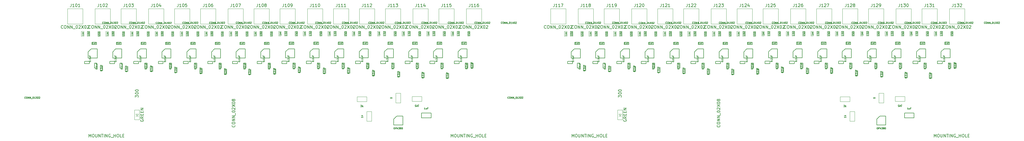
<source format=gbr>
G04 #@! TF.FileFunction,Other,Fab,Top*
%FSLAX46Y46*%
G04 Gerber Fmt 4.6, Leading zero omitted, Abs format (unit mm)*
G04 Created by KiCad (PCBNEW 4.0.6) date 06/29/17 23:58:37*
%MOMM*%
%LPD*%
G01*
G04 APERTURE LIST*
%ADD10C,0.100000*%
%ADD11C,0.150000*%
%ADD12C,0.137500*%
G04 APERTURE END LIST*
D10*
X215063120Y-65982000D02*
X215863120Y-65982000D01*
X215463120Y-65932000D02*
X215063120Y-65332000D01*
X215863120Y-65332000D02*
X215463120Y-65932000D01*
X215063120Y-65332000D02*
X215863120Y-65332000D01*
X216263120Y-63932000D02*
X216263120Y-67132000D01*
X214663120Y-63932000D02*
X216263120Y-63932000D01*
X214663120Y-67132000D02*
X214663120Y-63932000D01*
X216263120Y-67132000D02*
X214663120Y-67132000D01*
X324937120Y-30226000D02*
X324937120Y-35306000D01*
X324937120Y-35306000D02*
X330017120Y-35306000D01*
X330017120Y-35306000D02*
X330017120Y-30226000D01*
X330017120Y-30226000D02*
X324937120Y-30226000D01*
X315793120Y-30226000D02*
X315793120Y-35306000D01*
X315793120Y-35306000D02*
X320873120Y-35306000D01*
X320873120Y-35306000D02*
X320873120Y-30226000D01*
X320873120Y-30226000D02*
X315793120Y-30226000D01*
X307157120Y-30226000D02*
X307157120Y-35306000D01*
X307157120Y-35306000D02*
X312237120Y-35306000D01*
X312237120Y-35306000D02*
X312237120Y-30226000D01*
X312237120Y-30226000D02*
X307157120Y-30226000D01*
X298013120Y-30226000D02*
X298013120Y-35306000D01*
X298013120Y-35306000D02*
X303093120Y-35306000D01*
X303093120Y-35306000D02*
X303093120Y-30226000D01*
X303093120Y-30226000D02*
X298013120Y-30226000D01*
X289377120Y-30226000D02*
X289377120Y-35306000D01*
X289377120Y-35306000D02*
X294457120Y-35306000D01*
X294457120Y-35306000D02*
X294457120Y-30226000D01*
X294457120Y-30226000D02*
X289377120Y-30226000D01*
X280741120Y-30226000D02*
X280741120Y-35306000D01*
X280741120Y-35306000D02*
X285821120Y-35306000D01*
X285821120Y-35306000D02*
X285821120Y-30226000D01*
X285821120Y-30226000D02*
X280741120Y-30226000D01*
X272105120Y-30226000D02*
X272105120Y-35306000D01*
X272105120Y-35306000D02*
X277185120Y-35306000D01*
X277185120Y-35306000D02*
X277185120Y-30226000D01*
X277185120Y-30226000D02*
X272105120Y-30226000D01*
X262961120Y-30226000D02*
X262961120Y-35306000D01*
X262961120Y-35306000D02*
X268041120Y-35306000D01*
X268041120Y-35306000D02*
X268041120Y-30226000D01*
X268041120Y-30226000D02*
X262961120Y-30226000D01*
X254325120Y-30226000D02*
X254325120Y-35306000D01*
X254325120Y-35306000D02*
X259405120Y-35306000D01*
X259405120Y-35306000D02*
X259405120Y-30226000D01*
X259405120Y-30226000D02*
X254325120Y-30226000D01*
X245689120Y-30226000D02*
X245689120Y-35306000D01*
X245689120Y-35306000D02*
X250769120Y-35306000D01*
X250769120Y-35306000D02*
X250769120Y-30226000D01*
X250769120Y-30226000D02*
X245689120Y-30226000D01*
X236545120Y-30226000D02*
X236545120Y-35306000D01*
X236545120Y-35306000D02*
X241625120Y-35306000D01*
X241625120Y-35306000D02*
X241625120Y-30226000D01*
X241625120Y-30226000D02*
X236545120Y-30226000D01*
X227909120Y-30226000D02*
X227909120Y-35306000D01*
X227909120Y-35306000D02*
X232989120Y-35306000D01*
X232989120Y-35306000D02*
X232989120Y-30226000D01*
X232989120Y-30226000D02*
X227909120Y-30226000D01*
X219273120Y-30226000D02*
X219273120Y-35306000D01*
X219273120Y-35306000D02*
X224353120Y-35306000D01*
X224353120Y-35306000D02*
X224353120Y-30226000D01*
X224353120Y-30226000D02*
X219273120Y-30226000D01*
X210129120Y-30226000D02*
X210129120Y-35306000D01*
X210129120Y-35306000D02*
X215209120Y-35306000D01*
X215209120Y-35306000D02*
X215209120Y-30226000D01*
X215209120Y-30226000D02*
X210129120Y-30226000D01*
X201493120Y-30226000D02*
X201493120Y-35306000D01*
X201493120Y-35306000D02*
X206573120Y-35306000D01*
X206573120Y-35306000D02*
X206573120Y-30226000D01*
X206573120Y-30226000D02*
X201493120Y-30226000D01*
X192349120Y-30226000D02*
X192349120Y-35306000D01*
X192349120Y-35306000D02*
X197429120Y-35306000D01*
X197429120Y-35306000D02*
X197429120Y-30226000D01*
X197429120Y-30226000D02*
X192349120Y-30226000D01*
D11*
X301831120Y-65962400D02*
X303831120Y-65962400D01*
X303831120Y-65962400D02*
X303831120Y-68962400D01*
X303831120Y-68962400D02*
X300831120Y-68962400D01*
X300831120Y-68962400D02*
X300831120Y-66962400D01*
X300831120Y-66962400D02*
X301831120Y-65962400D01*
D10*
X301531120Y-58344000D02*
X303131120Y-58344000D01*
X301531120Y-61544000D02*
X301531120Y-58344000D01*
X303131120Y-61544000D02*
X301531120Y-61544000D01*
X303131120Y-58344000D02*
X303131120Y-61544000D01*
X291828320Y-64490800D02*
X293428320Y-64490800D01*
X291828320Y-67690800D02*
X291828320Y-64490800D01*
X293428320Y-67690800D02*
X291828320Y-67690800D01*
X293428320Y-64490800D02*
X293428320Y-67690800D01*
X288640720Y-61150400D02*
X288640720Y-59550400D01*
X291840720Y-61150400D02*
X288640720Y-61150400D01*
X291840720Y-59550400D02*
X291840720Y-61150400D01*
X288640720Y-59550400D02*
X291840720Y-59550400D01*
X306928720Y-61099600D02*
X306928720Y-59499600D01*
X310128720Y-61099600D02*
X306928720Y-61099600D01*
X310128720Y-59499600D02*
X310128720Y-61099600D01*
X306928720Y-59499600D02*
X310128720Y-59499600D01*
D11*
X313227520Y-64986000D02*
X313227520Y-66586000D01*
X310027520Y-64986000D02*
X313227520Y-64986000D01*
X310027520Y-66586000D02*
X310027520Y-64986000D01*
X313227520Y-66586000D02*
X310027520Y-66586000D01*
X200249120Y-43654000D02*
X202249120Y-43654000D01*
X202249120Y-43654000D02*
X202249120Y-46654000D01*
X202249120Y-46654000D02*
X199249120Y-46654000D01*
X199249120Y-46654000D02*
X199249120Y-44654000D01*
X199249120Y-44654000D02*
X200249120Y-43654000D01*
D10*
X203199120Y-39404000D02*
X202399120Y-39404000D01*
X203199120Y-37804000D02*
X203199120Y-39404000D01*
X202399120Y-37804000D02*
X203199120Y-37804000D01*
X202399120Y-39404000D02*
X202399120Y-37804000D01*
X199699120Y-39404000D02*
X198899120Y-39404000D01*
X199699120Y-37804000D02*
X199699120Y-39404000D01*
X198899120Y-37804000D02*
X199699120Y-37804000D01*
X198899120Y-39404000D02*
X198899120Y-37804000D01*
X197749120Y-39404000D02*
X196949120Y-39404000D01*
X197749120Y-37804000D02*
X197749120Y-39404000D01*
X196949120Y-37804000D02*
X197749120Y-37804000D01*
X196949120Y-39404000D02*
X196949120Y-37804000D01*
D11*
X201296320Y-48374400D02*
X202096320Y-48374400D01*
X201296320Y-49974400D02*
X201296320Y-48374400D01*
X202096320Y-49974400D02*
X201296320Y-49974400D01*
X202096320Y-48374400D02*
X202096320Y-49974400D01*
X202049120Y-41404000D02*
X202049120Y-42204000D01*
X200449120Y-41404000D02*
X202049120Y-41404000D01*
X200449120Y-42204000D02*
X200449120Y-41404000D01*
X202049120Y-42204000D02*
X200449120Y-42204000D01*
X198049120Y-48554000D02*
X198049120Y-47754000D01*
X199649120Y-48554000D02*
X198049120Y-48554000D01*
X199649120Y-47754000D02*
X199649120Y-48554000D01*
X198049120Y-47754000D02*
X199649120Y-47754000D01*
X204077520Y-50838000D02*
X203277520Y-50838000D01*
X204077520Y-49238000D02*
X204077520Y-50838000D01*
X203277520Y-49238000D02*
X204077520Y-49238000D01*
X203277520Y-50838000D02*
X203277520Y-49238000D01*
X212408720Y-51092000D02*
X211608720Y-51092000D01*
X212408720Y-49492000D02*
X212408720Y-51092000D01*
X211608720Y-49492000D02*
X212408720Y-49492000D01*
X211608720Y-51092000D02*
X211608720Y-49492000D01*
X206433520Y-48558400D02*
X206433520Y-47758400D01*
X208033520Y-48558400D02*
X206433520Y-48558400D01*
X208033520Y-47758400D02*
X208033520Y-48558400D01*
X206433520Y-47758400D02*
X208033520Y-47758400D01*
X210199120Y-41404000D02*
X210199120Y-42204000D01*
X208599120Y-41404000D02*
X210199120Y-41404000D01*
X208599120Y-42204000D02*
X208599120Y-41404000D01*
X210199120Y-42204000D02*
X208599120Y-42204000D01*
X209779920Y-48374400D02*
X210579920Y-48374400D01*
X209779920Y-49974400D02*
X209779920Y-48374400D01*
X210579920Y-49974400D02*
X209779920Y-49974400D01*
X210579920Y-48374400D02*
X210579920Y-49974400D01*
D10*
X205899120Y-39404000D02*
X205099120Y-39404000D01*
X205899120Y-37804000D02*
X205899120Y-39404000D01*
X205099120Y-37804000D02*
X205899120Y-37804000D01*
X205099120Y-39404000D02*
X205099120Y-37804000D01*
X207849120Y-39404000D02*
X207049120Y-39404000D01*
X207849120Y-37804000D02*
X207849120Y-39404000D01*
X207049120Y-37804000D02*
X207849120Y-37804000D01*
X207049120Y-39404000D02*
X207049120Y-37804000D01*
X211349120Y-39404000D02*
X210549120Y-39404000D01*
X211349120Y-37804000D02*
X211349120Y-39404000D01*
X210549120Y-37804000D02*
X211349120Y-37804000D01*
X210549120Y-39404000D02*
X210549120Y-37804000D01*
D11*
X208399120Y-43654000D02*
X210399120Y-43654000D01*
X210399120Y-43654000D02*
X210399120Y-46654000D01*
X210399120Y-46654000D02*
X207399120Y-46654000D01*
X207399120Y-46654000D02*
X207399120Y-44654000D01*
X207399120Y-44654000D02*
X208399120Y-43654000D01*
X224749120Y-43654000D02*
X226749120Y-43654000D01*
X226749120Y-43654000D02*
X226749120Y-46654000D01*
X226749120Y-46654000D02*
X223749120Y-46654000D01*
X223749120Y-46654000D02*
X223749120Y-44654000D01*
X223749120Y-44654000D02*
X224749120Y-43654000D01*
D10*
X227699120Y-39404000D02*
X226899120Y-39404000D01*
X227699120Y-37804000D02*
X227699120Y-39404000D01*
X226899120Y-37804000D02*
X227699120Y-37804000D01*
X226899120Y-39404000D02*
X226899120Y-37804000D01*
X224199120Y-39404000D02*
X223399120Y-39404000D01*
X224199120Y-37804000D02*
X224199120Y-39404000D01*
X223399120Y-37804000D02*
X224199120Y-37804000D01*
X223399120Y-39404000D02*
X223399120Y-37804000D01*
X222249120Y-39404000D02*
X221449120Y-39404000D01*
X222249120Y-37804000D02*
X222249120Y-39404000D01*
X221449120Y-37804000D02*
X222249120Y-37804000D01*
X221449120Y-39404000D02*
X221449120Y-37804000D01*
D11*
X226199120Y-48404000D02*
X226999120Y-48404000D01*
X226199120Y-50004000D02*
X226199120Y-48404000D01*
X226999120Y-50004000D02*
X226199120Y-50004000D01*
X226999120Y-48404000D02*
X226999120Y-50004000D01*
X226549120Y-41404000D02*
X226549120Y-42204000D01*
X224949120Y-41404000D02*
X226549120Y-41404000D01*
X224949120Y-42204000D02*
X224949120Y-41404000D01*
X226549120Y-42204000D02*
X224949120Y-42204000D01*
X222549120Y-48554000D02*
X222549120Y-47754000D01*
X224149120Y-48554000D02*
X222549120Y-48554000D01*
X224149120Y-47754000D02*
X224149120Y-48554000D01*
X222549120Y-47754000D02*
X224149120Y-47754000D01*
X228766320Y-51447600D02*
X227966320Y-51447600D01*
X228766320Y-49847600D02*
X228766320Y-51447600D01*
X227966320Y-49847600D02*
X228766320Y-49847600D01*
X227966320Y-51447600D02*
X227966320Y-49847600D01*
X220689120Y-51041200D02*
X219889120Y-51041200D01*
X220689120Y-49441200D02*
X220689120Y-51041200D01*
X219889120Y-49441200D02*
X220689120Y-49441200D01*
X219889120Y-51041200D02*
X219889120Y-49441200D01*
X214399120Y-48554000D02*
X214399120Y-47754000D01*
X215999120Y-48554000D02*
X214399120Y-48554000D01*
X215999120Y-47754000D02*
X215999120Y-48554000D01*
X214399120Y-47754000D02*
X215999120Y-47754000D01*
X218399120Y-41404000D02*
X218399120Y-42204000D01*
X216799120Y-41404000D02*
X218399120Y-41404000D01*
X216799120Y-42204000D02*
X216799120Y-41404000D01*
X218399120Y-42204000D02*
X216799120Y-42204000D01*
X218049120Y-48404000D02*
X218849120Y-48404000D01*
X218049120Y-50004000D02*
X218049120Y-48404000D01*
X218849120Y-50004000D02*
X218049120Y-50004000D01*
X218849120Y-48404000D02*
X218849120Y-50004000D01*
D10*
X214099120Y-39404000D02*
X213299120Y-39404000D01*
X214099120Y-37804000D02*
X214099120Y-39404000D01*
X213299120Y-37804000D02*
X214099120Y-37804000D01*
X213299120Y-39404000D02*
X213299120Y-37804000D01*
X216049120Y-39404000D02*
X215249120Y-39404000D01*
X216049120Y-37804000D02*
X216049120Y-39404000D01*
X215249120Y-37804000D02*
X216049120Y-37804000D01*
X215249120Y-39404000D02*
X215249120Y-37804000D01*
X219549120Y-39404000D02*
X218749120Y-39404000D01*
X219549120Y-37804000D02*
X219549120Y-39404000D01*
X218749120Y-37804000D02*
X219549120Y-37804000D01*
X218749120Y-39404000D02*
X218749120Y-37804000D01*
D11*
X216599120Y-43654000D02*
X218599120Y-43654000D01*
X218599120Y-43654000D02*
X218599120Y-46654000D01*
X218599120Y-46654000D02*
X215599120Y-46654000D01*
X215599120Y-46654000D02*
X215599120Y-44654000D01*
X215599120Y-44654000D02*
X216599120Y-43654000D01*
X249449120Y-43654000D02*
X251449120Y-43654000D01*
X251449120Y-43654000D02*
X251449120Y-46654000D01*
X251449120Y-46654000D02*
X248449120Y-46654000D01*
X248449120Y-46654000D02*
X248449120Y-44654000D01*
X248449120Y-44654000D02*
X249449120Y-43654000D01*
D10*
X252399120Y-39404000D02*
X251599120Y-39404000D01*
X252399120Y-37804000D02*
X252399120Y-39404000D01*
X251599120Y-37804000D02*
X252399120Y-37804000D01*
X251599120Y-39404000D02*
X251599120Y-37804000D01*
X248899120Y-39404000D02*
X248099120Y-39404000D01*
X248899120Y-37804000D02*
X248899120Y-39404000D01*
X248099120Y-37804000D02*
X248899120Y-37804000D01*
X248099120Y-39404000D02*
X248099120Y-37804000D01*
X246949120Y-39404000D02*
X246149120Y-39404000D01*
X246949120Y-37804000D02*
X246949120Y-39404000D01*
X246149120Y-37804000D02*
X246949120Y-37804000D01*
X246149120Y-39404000D02*
X246149120Y-37804000D01*
D11*
X250899120Y-48404000D02*
X251699120Y-48404000D01*
X250899120Y-50004000D02*
X250899120Y-48404000D01*
X251699120Y-50004000D02*
X250899120Y-50004000D01*
X251699120Y-48404000D02*
X251699120Y-50004000D01*
X251249120Y-41404000D02*
X251249120Y-42204000D01*
X249649120Y-41404000D02*
X251249120Y-41404000D01*
X249649120Y-42204000D02*
X249649120Y-41404000D01*
X251249120Y-42204000D02*
X249649120Y-42204000D01*
X247249120Y-48554000D02*
X247249120Y-47754000D01*
X248849120Y-48554000D02*
X247249120Y-48554000D01*
X248849120Y-47754000D02*
X248849120Y-48554000D01*
X247249120Y-47754000D02*
X248849120Y-47754000D01*
X253353520Y-52108000D02*
X252553520Y-52108000D01*
X253353520Y-50508000D02*
X253353520Y-52108000D01*
X252553520Y-50508000D02*
X253353520Y-50508000D01*
X252553520Y-52108000D02*
X252553520Y-50508000D01*
X261633920Y-51904800D02*
X260833920Y-51904800D01*
X261633920Y-50304800D02*
X261633920Y-51904800D01*
X260833920Y-50304800D02*
X261633920Y-50304800D01*
X260833920Y-51904800D02*
X260833920Y-50304800D01*
X255399120Y-48554000D02*
X255399120Y-47754000D01*
X256999120Y-48554000D02*
X255399120Y-48554000D01*
X256999120Y-47754000D02*
X256999120Y-48554000D01*
X255399120Y-47754000D02*
X256999120Y-47754000D01*
X259399120Y-41404000D02*
X259399120Y-42204000D01*
X257799120Y-41404000D02*
X259399120Y-41404000D01*
X257799120Y-42204000D02*
X257799120Y-41404000D01*
X259399120Y-42204000D02*
X257799120Y-42204000D01*
X259049120Y-48404000D02*
X259849120Y-48404000D01*
X259049120Y-50004000D02*
X259049120Y-48404000D01*
X259849120Y-50004000D02*
X259049120Y-50004000D01*
X259849120Y-48404000D02*
X259849120Y-50004000D01*
D10*
X255099120Y-39404000D02*
X254299120Y-39404000D01*
X255099120Y-37804000D02*
X255099120Y-39404000D01*
X254299120Y-37804000D02*
X255099120Y-37804000D01*
X254299120Y-39404000D02*
X254299120Y-37804000D01*
X257049120Y-39404000D02*
X256249120Y-39404000D01*
X257049120Y-37804000D02*
X257049120Y-39404000D01*
X256249120Y-37804000D02*
X257049120Y-37804000D01*
X256249120Y-39404000D02*
X256249120Y-37804000D01*
X260549120Y-39404000D02*
X259749120Y-39404000D01*
X260549120Y-37804000D02*
X260549120Y-39404000D01*
X259749120Y-37804000D02*
X260549120Y-37804000D01*
X259749120Y-39404000D02*
X259749120Y-37804000D01*
D11*
X257599120Y-43654000D02*
X259599120Y-43654000D01*
X259599120Y-43654000D02*
X259599120Y-46654000D01*
X259599120Y-46654000D02*
X256599120Y-46654000D01*
X256599120Y-46654000D02*
X256599120Y-44654000D01*
X256599120Y-44654000D02*
X257599120Y-43654000D01*
X241249120Y-43654000D02*
X243249120Y-43654000D01*
X243249120Y-43654000D02*
X243249120Y-46654000D01*
X243249120Y-46654000D02*
X240249120Y-46654000D01*
X240249120Y-46654000D02*
X240249120Y-44654000D01*
X240249120Y-44654000D02*
X241249120Y-43654000D01*
D10*
X244199120Y-39404000D02*
X243399120Y-39404000D01*
X244199120Y-37804000D02*
X244199120Y-39404000D01*
X243399120Y-37804000D02*
X244199120Y-37804000D01*
X243399120Y-39404000D02*
X243399120Y-37804000D01*
X240699120Y-39404000D02*
X239899120Y-39404000D01*
X240699120Y-37804000D02*
X240699120Y-39404000D01*
X239899120Y-37804000D02*
X240699120Y-37804000D01*
X239899120Y-39404000D02*
X239899120Y-37804000D01*
X238749120Y-39404000D02*
X237949120Y-39404000D01*
X238749120Y-37804000D02*
X238749120Y-39404000D01*
X237949120Y-37804000D02*
X238749120Y-37804000D01*
X237949120Y-39404000D02*
X237949120Y-37804000D01*
D11*
X242699120Y-48404000D02*
X243499120Y-48404000D01*
X242699120Y-50004000D02*
X242699120Y-48404000D01*
X243499120Y-50004000D02*
X242699120Y-50004000D01*
X243499120Y-48404000D02*
X243499120Y-50004000D01*
X243049120Y-41404000D02*
X243049120Y-42204000D01*
X241449120Y-41404000D02*
X243049120Y-41404000D01*
X241449120Y-42204000D02*
X241449120Y-41404000D01*
X243049120Y-42204000D02*
X241449120Y-42204000D01*
X239049120Y-48554000D02*
X239049120Y-47754000D01*
X240649120Y-48554000D02*
X239049120Y-48554000D01*
X240649120Y-47754000D02*
X240649120Y-48554000D01*
X239049120Y-47754000D02*
X240649120Y-47754000D01*
X245276320Y-52006400D02*
X244476320Y-52006400D01*
X245276320Y-50406400D02*
X245276320Y-52006400D01*
X244476320Y-50406400D02*
X245276320Y-50406400D01*
X244476320Y-52006400D02*
X244476320Y-50406400D01*
X237148320Y-51752400D02*
X236348320Y-51752400D01*
X237148320Y-50152400D02*
X237148320Y-51752400D01*
X236348320Y-50152400D02*
X237148320Y-50152400D01*
X236348320Y-51752400D02*
X236348320Y-50152400D01*
X230899120Y-48554000D02*
X230899120Y-47754000D01*
X232499120Y-48554000D02*
X230899120Y-48554000D01*
X232499120Y-47754000D02*
X232499120Y-48554000D01*
X230899120Y-47754000D02*
X232499120Y-47754000D01*
X234899120Y-41404000D02*
X234899120Y-42204000D01*
X233299120Y-41404000D02*
X234899120Y-41404000D01*
X233299120Y-42204000D02*
X233299120Y-41404000D01*
X234899120Y-42204000D02*
X233299120Y-42204000D01*
X234549120Y-48404000D02*
X235349120Y-48404000D01*
X234549120Y-50004000D02*
X234549120Y-48404000D01*
X235349120Y-50004000D02*
X234549120Y-50004000D01*
X235349120Y-48404000D02*
X235349120Y-50004000D01*
D10*
X230599120Y-39404000D02*
X229799120Y-39404000D01*
X230599120Y-37804000D02*
X230599120Y-39404000D01*
X229799120Y-37804000D02*
X230599120Y-37804000D01*
X229799120Y-39404000D02*
X229799120Y-37804000D01*
X232549120Y-39404000D02*
X231749120Y-39404000D01*
X232549120Y-37804000D02*
X232549120Y-39404000D01*
X231749120Y-37804000D02*
X232549120Y-37804000D01*
X231749120Y-39404000D02*
X231749120Y-37804000D01*
X236049120Y-39404000D02*
X235249120Y-39404000D01*
X236049120Y-37804000D02*
X236049120Y-39404000D01*
X235249120Y-37804000D02*
X236049120Y-37804000D01*
X235249120Y-39404000D02*
X235249120Y-37804000D01*
D11*
X233099120Y-43654000D02*
X235099120Y-43654000D01*
X235099120Y-43654000D02*
X235099120Y-46654000D01*
X235099120Y-46654000D02*
X232099120Y-46654000D01*
X232099120Y-46654000D02*
X232099120Y-44654000D01*
X232099120Y-44654000D02*
X233099120Y-43654000D01*
X298699120Y-43604000D02*
X300699120Y-43604000D01*
X300699120Y-43604000D02*
X300699120Y-46604000D01*
X300699120Y-46604000D02*
X297699120Y-46604000D01*
X297699120Y-46604000D02*
X297699120Y-44604000D01*
X297699120Y-44604000D02*
X298699120Y-43604000D01*
D10*
X301649120Y-39354000D02*
X300849120Y-39354000D01*
X301649120Y-37754000D02*
X301649120Y-39354000D01*
X300849120Y-37754000D02*
X301649120Y-37754000D01*
X300849120Y-39354000D02*
X300849120Y-37754000D01*
X298149120Y-39354000D02*
X297349120Y-39354000D01*
X298149120Y-37754000D02*
X298149120Y-39354000D01*
X297349120Y-37754000D02*
X298149120Y-37754000D01*
X297349120Y-39354000D02*
X297349120Y-37754000D01*
X296199120Y-39354000D02*
X295399120Y-39354000D01*
X296199120Y-37754000D02*
X296199120Y-39354000D01*
X295399120Y-37754000D02*
X296199120Y-37754000D01*
X295399120Y-39354000D02*
X295399120Y-37754000D01*
D11*
X300149120Y-48354000D02*
X300949120Y-48354000D01*
X300149120Y-49954000D02*
X300149120Y-48354000D01*
X300949120Y-49954000D02*
X300149120Y-49954000D01*
X300949120Y-48354000D02*
X300949120Y-49954000D01*
X300499120Y-41354000D02*
X300499120Y-42154000D01*
X298899120Y-41354000D02*
X300499120Y-41354000D01*
X298899120Y-42154000D02*
X298899120Y-41354000D01*
X300499120Y-42154000D02*
X298899120Y-42154000D01*
X296499120Y-48504000D02*
X296499120Y-47704000D01*
X298099120Y-48504000D02*
X296499120Y-48504000D01*
X298099120Y-47704000D02*
X298099120Y-48504000D01*
X296499120Y-47704000D02*
X298099120Y-47704000D01*
X302883520Y-52870000D02*
X302083520Y-52870000D01*
X302883520Y-51270000D02*
X302883520Y-52870000D01*
X302083520Y-51270000D02*
X302883520Y-51270000D01*
X302083520Y-52870000D02*
X302083520Y-51270000D01*
X310960720Y-53174800D02*
X310160720Y-53174800D01*
X310960720Y-51574800D02*
X310960720Y-53174800D01*
X310160720Y-51574800D02*
X310960720Y-51574800D01*
X310160720Y-53174800D02*
X310160720Y-51574800D01*
X304649120Y-48504000D02*
X304649120Y-47704000D01*
X306249120Y-48504000D02*
X304649120Y-48504000D01*
X306249120Y-47704000D02*
X306249120Y-48504000D01*
X304649120Y-47704000D02*
X306249120Y-47704000D01*
X308649120Y-41354000D02*
X308649120Y-42154000D01*
X307049120Y-41354000D02*
X308649120Y-41354000D01*
X307049120Y-42154000D02*
X307049120Y-41354000D01*
X308649120Y-42154000D02*
X307049120Y-42154000D01*
X308299120Y-48354000D02*
X309099120Y-48354000D01*
X308299120Y-49954000D02*
X308299120Y-48354000D01*
X309099120Y-49954000D02*
X308299120Y-49954000D01*
X309099120Y-48354000D02*
X309099120Y-49954000D01*
D10*
X304349120Y-39354000D02*
X303549120Y-39354000D01*
X304349120Y-37754000D02*
X304349120Y-39354000D01*
X303549120Y-37754000D02*
X304349120Y-37754000D01*
X303549120Y-39354000D02*
X303549120Y-37754000D01*
X306299120Y-39354000D02*
X305499120Y-39354000D01*
X306299120Y-37754000D02*
X306299120Y-39354000D01*
X305499120Y-37754000D02*
X306299120Y-37754000D01*
X305499120Y-39354000D02*
X305499120Y-37754000D01*
X309799120Y-39354000D02*
X308999120Y-39354000D01*
X309799120Y-37754000D02*
X309799120Y-39354000D01*
X308999120Y-37754000D02*
X309799120Y-37754000D01*
X308999120Y-39354000D02*
X308999120Y-37754000D01*
D11*
X306849120Y-43604000D02*
X308849120Y-43604000D01*
X308849120Y-43604000D02*
X308849120Y-46604000D01*
X308849120Y-46604000D02*
X305849120Y-46604000D01*
X305849120Y-46604000D02*
X305849120Y-44604000D01*
X305849120Y-44604000D02*
X306849120Y-43604000D01*
X323199120Y-43604000D02*
X325199120Y-43604000D01*
X325199120Y-43604000D02*
X325199120Y-46604000D01*
X325199120Y-46604000D02*
X322199120Y-46604000D01*
X322199120Y-46604000D02*
X322199120Y-44604000D01*
X322199120Y-44604000D02*
X323199120Y-43604000D01*
D10*
X326149120Y-39354000D02*
X325349120Y-39354000D01*
X326149120Y-37754000D02*
X326149120Y-39354000D01*
X325349120Y-37754000D02*
X326149120Y-37754000D01*
X325349120Y-39354000D02*
X325349120Y-37754000D01*
X322649120Y-39354000D02*
X321849120Y-39354000D01*
X322649120Y-37754000D02*
X322649120Y-39354000D01*
X321849120Y-37754000D02*
X322649120Y-37754000D01*
X321849120Y-39354000D02*
X321849120Y-37754000D01*
X320699120Y-39354000D02*
X319899120Y-39354000D01*
X320699120Y-37754000D02*
X320699120Y-39354000D01*
X319899120Y-37754000D02*
X320699120Y-37754000D01*
X319899120Y-39354000D02*
X319899120Y-37754000D01*
D11*
X324649120Y-48354000D02*
X325449120Y-48354000D01*
X324649120Y-49954000D02*
X324649120Y-48354000D01*
X325449120Y-49954000D02*
X324649120Y-49954000D01*
X325449120Y-48354000D02*
X325449120Y-49954000D01*
X324999120Y-41354000D02*
X324999120Y-42154000D01*
X323399120Y-41354000D02*
X324999120Y-41354000D01*
X323399120Y-42154000D02*
X323399120Y-41354000D01*
X324999120Y-42154000D02*
X323399120Y-42154000D01*
X320999120Y-48504000D02*
X320999120Y-47704000D01*
X322599120Y-48504000D02*
X320999120Y-48504000D01*
X322599120Y-47704000D02*
X322599120Y-48504000D01*
X320999120Y-47704000D02*
X322599120Y-47704000D01*
X327249120Y-49954000D02*
X326449120Y-49954000D01*
X327249120Y-48354000D02*
X327249120Y-49954000D01*
X326449120Y-48354000D02*
X327249120Y-48354000D01*
X326449120Y-49954000D02*
X326449120Y-48354000D01*
X319088720Y-53327200D02*
X318288720Y-53327200D01*
X319088720Y-51727200D02*
X319088720Y-53327200D01*
X318288720Y-51727200D02*
X319088720Y-51727200D01*
X318288720Y-53327200D02*
X318288720Y-51727200D01*
X312849120Y-48504000D02*
X312849120Y-47704000D01*
X314449120Y-48504000D02*
X312849120Y-48504000D01*
X314449120Y-47704000D02*
X314449120Y-48504000D01*
X312849120Y-47704000D02*
X314449120Y-47704000D01*
X316849120Y-41354000D02*
X316849120Y-42154000D01*
X315249120Y-41354000D02*
X316849120Y-41354000D01*
X315249120Y-42154000D02*
X315249120Y-41354000D01*
X316849120Y-42154000D02*
X315249120Y-42154000D01*
X316499120Y-48354000D02*
X317299120Y-48354000D01*
X316499120Y-49954000D02*
X316499120Y-48354000D01*
X317299120Y-49954000D02*
X316499120Y-49954000D01*
X317299120Y-48354000D02*
X317299120Y-49954000D01*
D10*
X312549120Y-39354000D02*
X311749120Y-39354000D01*
X312549120Y-37754000D02*
X312549120Y-39354000D01*
X311749120Y-37754000D02*
X312549120Y-37754000D01*
X311749120Y-39354000D02*
X311749120Y-37754000D01*
X314499120Y-39354000D02*
X313699120Y-39354000D01*
X314499120Y-37754000D02*
X314499120Y-39354000D01*
X313699120Y-37754000D02*
X314499120Y-37754000D01*
X313699120Y-39354000D02*
X313699120Y-37754000D01*
X317999120Y-39354000D02*
X317199120Y-39354000D01*
X317999120Y-37754000D02*
X317999120Y-39354000D01*
X317199120Y-37754000D02*
X317999120Y-37754000D01*
X317199120Y-39354000D02*
X317199120Y-37754000D01*
D11*
X315049120Y-43604000D02*
X317049120Y-43604000D01*
X317049120Y-43604000D02*
X317049120Y-46604000D01*
X317049120Y-46604000D02*
X314049120Y-46604000D01*
X314049120Y-46604000D02*
X314049120Y-44604000D01*
X314049120Y-44604000D02*
X315049120Y-43604000D01*
X282199120Y-43604000D02*
X284199120Y-43604000D01*
X284199120Y-43604000D02*
X284199120Y-46604000D01*
X284199120Y-46604000D02*
X281199120Y-46604000D01*
X281199120Y-46604000D02*
X281199120Y-44604000D01*
X281199120Y-44604000D02*
X282199120Y-43604000D01*
D10*
X281649120Y-39354000D02*
X280849120Y-39354000D01*
X281649120Y-37754000D02*
X281649120Y-39354000D01*
X280849120Y-37754000D02*
X281649120Y-37754000D01*
X280849120Y-39354000D02*
X280849120Y-37754000D01*
X279699120Y-39354000D02*
X278899120Y-39354000D01*
X279699120Y-37754000D02*
X279699120Y-39354000D01*
X278899120Y-37754000D02*
X279699120Y-37754000D01*
X278899120Y-39354000D02*
X278899120Y-37754000D01*
D11*
X283649120Y-48354000D02*
X284449120Y-48354000D01*
X283649120Y-49954000D02*
X283649120Y-48354000D01*
X284449120Y-49954000D02*
X283649120Y-49954000D01*
X284449120Y-48354000D02*
X284449120Y-49954000D01*
X283999120Y-41354000D02*
X283999120Y-42154000D01*
X282399120Y-41354000D02*
X283999120Y-41354000D01*
X282399120Y-42154000D02*
X282399120Y-41354000D01*
X283999120Y-42154000D02*
X282399120Y-42154000D01*
X279999120Y-48504000D02*
X279999120Y-47704000D01*
X281599120Y-48504000D02*
X279999120Y-48504000D01*
X281599120Y-47704000D02*
X281599120Y-48504000D01*
X279999120Y-47704000D02*
X281599120Y-47704000D01*
X286221120Y-51650800D02*
X285421120Y-51650800D01*
X286221120Y-50050800D02*
X286221120Y-51650800D01*
X285421120Y-50050800D02*
X286221120Y-50050800D01*
X285421120Y-51650800D02*
X285421120Y-50050800D01*
X294501520Y-52514400D02*
X293701520Y-52514400D01*
X294501520Y-50914400D02*
X294501520Y-52514400D01*
X293701520Y-50914400D02*
X294501520Y-50914400D01*
X293701520Y-52514400D02*
X293701520Y-50914400D01*
X288149120Y-48504000D02*
X288149120Y-47704000D01*
X289749120Y-48504000D02*
X288149120Y-48504000D01*
X289749120Y-47704000D02*
X289749120Y-48504000D01*
X288149120Y-47704000D02*
X289749120Y-47704000D01*
X292149120Y-41354000D02*
X292149120Y-42154000D01*
X290549120Y-41354000D02*
X292149120Y-41354000D01*
X290549120Y-42154000D02*
X290549120Y-41354000D01*
X292149120Y-42154000D02*
X290549120Y-42154000D01*
X291799120Y-48354000D02*
X292599120Y-48354000D01*
X291799120Y-49954000D02*
X291799120Y-48354000D01*
X292599120Y-49954000D02*
X291799120Y-49954000D01*
X292599120Y-48354000D02*
X292599120Y-49954000D01*
D10*
X287849120Y-39354000D02*
X287049120Y-39354000D01*
X287849120Y-37754000D02*
X287849120Y-39354000D01*
X287049120Y-37754000D02*
X287849120Y-37754000D01*
X287049120Y-39354000D02*
X287049120Y-37754000D01*
X289799120Y-39354000D02*
X288999120Y-39354000D01*
X289799120Y-37754000D02*
X289799120Y-39354000D01*
X288999120Y-37754000D02*
X289799120Y-37754000D01*
X288999120Y-39354000D02*
X288999120Y-37754000D01*
X293299120Y-39354000D02*
X292499120Y-39354000D01*
X293299120Y-37754000D02*
X293299120Y-39354000D01*
X292499120Y-37754000D02*
X293299120Y-37754000D01*
X292499120Y-39354000D02*
X292499120Y-37754000D01*
D11*
X290349120Y-43604000D02*
X292349120Y-43604000D01*
X292349120Y-43604000D02*
X292349120Y-46604000D01*
X292349120Y-46604000D02*
X289349120Y-46604000D01*
X289349120Y-46604000D02*
X289349120Y-44604000D01*
X289349120Y-44604000D02*
X290349120Y-43604000D01*
X273999120Y-43604000D02*
X275999120Y-43604000D01*
X275999120Y-43604000D02*
X275999120Y-46604000D01*
X275999120Y-46604000D02*
X272999120Y-46604000D01*
X272999120Y-46604000D02*
X272999120Y-44604000D01*
X272999120Y-44604000D02*
X273999120Y-43604000D01*
D10*
X276949120Y-39354000D02*
X276149120Y-39354000D01*
X276949120Y-37754000D02*
X276949120Y-39354000D01*
X276149120Y-37754000D02*
X276949120Y-37754000D01*
X276149120Y-39354000D02*
X276149120Y-37754000D01*
X273449120Y-39354000D02*
X272649120Y-39354000D01*
X273449120Y-37754000D02*
X273449120Y-39354000D01*
X272649120Y-37754000D02*
X273449120Y-37754000D01*
X272649120Y-39354000D02*
X272649120Y-37754000D01*
X271499120Y-39354000D02*
X270699120Y-39354000D01*
X271499120Y-37754000D02*
X271499120Y-39354000D01*
X270699120Y-37754000D02*
X271499120Y-37754000D01*
X270699120Y-39354000D02*
X270699120Y-37754000D01*
D11*
X275449120Y-48354000D02*
X276249120Y-48354000D01*
X275449120Y-49954000D02*
X275449120Y-48354000D01*
X276249120Y-49954000D02*
X275449120Y-49954000D01*
X276249120Y-48354000D02*
X276249120Y-49954000D01*
X275799120Y-41354000D02*
X275799120Y-42154000D01*
X274199120Y-41354000D02*
X275799120Y-41354000D01*
X274199120Y-42154000D02*
X274199120Y-41354000D01*
X275799120Y-42154000D02*
X274199120Y-42154000D01*
X271799120Y-48504000D02*
X271799120Y-47704000D01*
X273399120Y-48504000D02*
X271799120Y-48504000D01*
X273399120Y-47704000D02*
X273399120Y-48504000D01*
X271799120Y-47704000D02*
X273399120Y-47704000D01*
X278194720Y-51752400D02*
X277394720Y-51752400D01*
X278194720Y-50152400D02*
X278194720Y-51752400D01*
X277394720Y-50152400D02*
X278194720Y-50152400D01*
X277394720Y-51752400D02*
X277394720Y-50152400D01*
X269863520Y-51396800D02*
X269063520Y-51396800D01*
X269863520Y-49796800D02*
X269863520Y-51396800D01*
X269063520Y-49796800D02*
X269863520Y-49796800D01*
X269063520Y-51396800D02*
X269063520Y-49796800D01*
X263649120Y-48504000D02*
X263649120Y-47704000D01*
X265249120Y-48504000D02*
X263649120Y-48504000D01*
X265249120Y-47704000D02*
X265249120Y-48504000D01*
X263649120Y-47704000D02*
X265249120Y-47704000D01*
X267649120Y-41354000D02*
X267649120Y-42154000D01*
X266049120Y-41354000D02*
X267649120Y-41354000D01*
X266049120Y-42154000D02*
X266049120Y-41354000D01*
X267649120Y-42154000D02*
X266049120Y-42154000D01*
X267299120Y-48354000D02*
X268099120Y-48354000D01*
X267299120Y-49954000D02*
X267299120Y-48354000D01*
X268099120Y-49954000D02*
X267299120Y-49954000D01*
X268099120Y-48354000D02*
X268099120Y-49954000D01*
D10*
X263349120Y-39354000D02*
X262549120Y-39354000D01*
X263349120Y-37754000D02*
X263349120Y-39354000D01*
X262549120Y-37754000D02*
X263349120Y-37754000D01*
X262549120Y-39354000D02*
X262549120Y-37754000D01*
X265299120Y-39354000D02*
X264499120Y-39354000D01*
X265299120Y-37754000D02*
X265299120Y-39354000D01*
X264499120Y-37754000D02*
X265299120Y-37754000D01*
X264499120Y-39354000D02*
X264499120Y-37754000D01*
X268799120Y-39354000D02*
X267999120Y-39354000D01*
X268799120Y-37754000D02*
X268799120Y-39354000D01*
X267999120Y-37754000D02*
X268799120Y-37754000D01*
X267999120Y-39354000D02*
X267999120Y-37754000D01*
D11*
X265849120Y-43604000D02*
X267849120Y-43604000D01*
X267849120Y-43604000D02*
X267849120Y-46604000D01*
X267849120Y-46604000D02*
X264849120Y-46604000D01*
X264849120Y-46604000D02*
X264849120Y-44604000D01*
X264849120Y-44604000D02*
X265849120Y-43604000D01*
D10*
X285149120Y-39354000D02*
X284349120Y-39354000D01*
X285149120Y-37754000D02*
X285149120Y-39354000D01*
X284349120Y-37754000D02*
X285149120Y-37754000D01*
X284349120Y-39354000D02*
X284349120Y-37754000D01*
X124550000Y-39354000D02*
X123750000Y-39354000D01*
X124550000Y-37754000D02*
X124550000Y-39354000D01*
X123750000Y-37754000D02*
X124550000Y-37754000D01*
X123750000Y-39354000D02*
X123750000Y-37754000D01*
D11*
X105250000Y-43604000D02*
X107250000Y-43604000D01*
X107250000Y-43604000D02*
X107250000Y-46604000D01*
X107250000Y-46604000D02*
X104250000Y-46604000D01*
X104250000Y-46604000D02*
X104250000Y-44604000D01*
X104250000Y-44604000D02*
X105250000Y-43604000D01*
D10*
X108200000Y-39354000D02*
X107400000Y-39354000D01*
X108200000Y-37754000D02*
X108200000Y-39354000D01*
X107400000Y-37754000D02*
X108200000Y-37754000D01*
X107400000Y-39354000D02*
X107400000Y-37754000D01*
X104700000Y-39354000D02*
X103900000Y-39354000D01*
X104700000Y-37754000D02*
X104700000Y-39354000D01*
X103900000Y-37754000D02*
X104700000Y-37754000D01*
X103900000Y-39354000D02*
X103900000Y-37754000D01*
X102750000Y-39354000D02*
X101950000Y-39354000D01*
X102750000Y-37754000D02*
X102750000Y-39354000D01*
X101950000Y-37754000D02*
X102750000Y-37754000D01*
X101950000Y-39354000D02*
X101950000Y-37754000D01*
D11*
X106700000Y-48354000D02*
X107500000Y-48354000D01*
X106700000Y-49954000D02*
X106700000Y-48354000D01*
X107500000Y-49954000D02*
X106700000Y-49954000D01*
X107500000Y-48354000D02*
X107500000Y-49954000D01*
X107050000Y-41354000D02*
X107050000Y-42154000D01*
X105450000Y-41354000D02*
X107050000Y-41354000D01*
X105450000Y-42154000D02*
X105450000Y-41354000D01*
X107050000Y-42154000D02*
X105450000Y-42154000D01*
X103050000Y-48504000D02*
X103050000Y-47704000D01*
X104650000Y-48504000D02*
X103050000Y-48504000D01*
X104650000Y-47704000D02*
X104650000Y-48504000D01*
X103050000Y-47704000D02*
X104650000Y-47704000D01*
X109264400Y-51396800D02*
X108464400Y-51396800D01*
X109264400Y-49796800D02*
X109264400Y-51396800D01*
X108464400Y-49796800D02*
X109264400Y-49796800D01*
X108464400Y-51396800D02*
X108464400Y-49796800D01*
X117595600Y-51752400D02*
X116795600Y-51752400D01*
X117595600Y-50152400D02*
X117595600Y-51752400D01*
X116795600Y-50152400D02*
X117595600Y-50152400D01*
X116795600Y-51752400D02*
X116795600Y-50152400D01*
X111200000Y-48504000D02*
X111200000Y-47704000D01*
X112800000Y-48504000D02*
X111200000Y-48504000D01*
X112800000Y-47704000D02*
X112800000Y-48504000D01*
X111200000Y-47704000D02*
X112800000Y-47704000D01*
X115200000Y-41354000D02*
X115200000Y-42154000D01*
X113600000Y-41354000D02*
X115200000Y-41354000D01*
X113600000Y-42154000D02*
X113600000Y-41354000D01*
X115200000Y-42154000D02*
X113600000Y-42154000D01*
X114850000Y-48354000D02*
X115650000Y-48354000D01*
X114850000Y-49954000D02*
X114850000Y-48354000D01*
X115650000Y-49954000D02*
X114850000Y-49954000D01*
X115650000Y-48354000D02*
X115650000Y-49954000D01*
D10*
X110900000Y-39354000D02*
X110100000Y-39354000D01*
X110900000Y-37754000D02*
X110900000Y-39354000D01*
X110100000Y-37754000D02*
X110900000Y-37754000D01*
X110100000Y-39354000D02*
X110100000Y-37754000D01*
X112850000Y-39354000D02*
X112050000Y-39354000D01*
X112850000Y-37754000D02*
X112850000Y-39354000D01*
X112050000Y-37754000D02*
X112850000Y-37754000D01*
X112050000Y-39354000D02*
X112050000Y-37754000D01*
X116350000Y-39354000D02*
X115550000Y-39354000D01*
X116350000Y-37754000D02*
X116350000Y-39354000D01*
X115550000Y-37754000D02*
X116350000Y-37754000D01*
X115550000Y-39354000D02*
X115550000Y-37754000D01*
D11*
X113400000Y-43604000D02*
X115400000Y-43604000D01*
X115400000Y-43604000D02*
X115400000Y-46604000D01*
X115400000Y-46604000D02*
X112400000Y-46604000D01*
X112400000Y-46604000D02*
X112400000Y-44604000D01*
X112400000Y-44604000D02*
X113400000Y-43604000D01*
X129750000Y-43604000D02*
X131750000Y-43604000D01*
X131750000Y-43604000D02*
X131750000Y-46604000D01*
X131750000Y-46604000D02*
X128750000Y-46604000D01*
X128750000Y-46604000D02*
X128750000Y-44604000D01*
X128750000Y-44604000D02*
X129750000Y-43604000D01*
D10*
X132700000Y-39354000D02*
X131900000Y-39354000D01*
X132700000Y-37754000D02*
X132700000Y-39354000D01*
X131900000Y-37754000D02*
X132700000Y-37754000D01*
X131900000Y-39354000D02*
X131900000Y-37754000D01*
X129200000Y-39354000D02*
X128400000Y-39354000D01*
X129200000Y-37754000D02*
X129200000Y-39354000D01*
X128400000Y-37754000D02*
X129200000Y-37754000D01*
X128400000Y-39354000D02*
X128400000Y-37754000D01*
X127250000Y-39354000D02*
X126450000Y-39354000D01*
X127250000Y-37754000D02*
X127250000Y-39354000D01*
X126450000Y-37754000D02*
X127250000Y-37754000D01*
X126450000Y-39354000D02*
X126450000Y-37754000D01*
D11*
X131200000Y-48354000D02*
X132000000Y-48354000D01*
X131200000Y-49954000D02*
X131200000Y-48354000D01*
X132000000Y-49954000D02*
X131200000Y-49954000D01*
X132000000Y-48354000D02*
X132000000Y-49954000D01*
X131550000Y-41354000D02*
X131550000Y-42154000D01*
X129950000Y-41354000D02*
X131550000Y-41354000D01*
X129950000Y-42154000D02*
X129950000Y-41354000D01*
X131550000Y-42154000D02*
X129950000Y-42154000D01*
X127550000Y-48504000D02*
X127550000Y-47704000D01*
X129150000Y-48504000D02*
X127550000Y-48504000D01*
X129150000Y-47704000D02*
X129150000Y-48504000D01*
X127550000Y-47704000D02*
X129150000Y-47704000D01*
X133902400Y-52514400D02*
X133102400Y-52514400D01*
X133902400Y-50914400D02*
X133902400Y-52514400D01*
X133102400Y-50914400D02*
X133902400Y-50914400D01*
X133102400Y-52514400D02*
X133102400Y-50914400D01*
X125622000Y-51650800D02*
X124822000Y-51650800D01*
X125622000Y-50050800D02*
X125622000Y-51650800D01*
X124822000Y-50050800D02*
X125622000Y-50050800D01*
X124822000Y-51650800D02*
X124822000Y-50050800D01*
X119400000Y-48504000D02*
X119400000Y-47704000D01*
X121000000Y-48504000D02*
X119400000Y-48504000D01*
X121000000Y-47704000D02*
X121000000Y-48504000D01*
X119400000Y-47704000D02*
X121000000Y-47704000D01*
X123400000Y-41354000D02*
X123400000Y-42154000D01*
X121800000Y-41354000D02*
X123400000Y-41354000D01*
X121800000Y-42154000D02*
X121800000Y-41354000D01*
X123400000Y-42154000D02*
X121800000Y-42154000D01*
X123050000Y-48354000D02*
X123850000Y-48354000D01*
X123050000Y-49954000D02*
X123050000Y-48354000D01*
X123850000Y-49954000D02*
X123050000Y-49954000D01*
X123850000Y-48354000D02*
X123850000Y-49954000D01*
D10*
X119100000Y-39354000D02*
X118300000Y-39354000D01*
X119100000Y-37754000D02*
X119100000Y-39354000D01*
X118300000Y-37754000D02*
X119100000Y-37754000D01*
X118300000Y-39354000D02*
X118300000Y-37754000D01*
X121050000Y-39354000D02*
X120250000Y-39354000D01*
X121050000Y-37754000D02*
X121050000Y-39354000D01*
X120250000Y-37754000D02*
X121050000Y-37754000D01*
X120250000Y-39354000D02*
X120250000Y-37754000D01*
D11*
X121600000Y-43604000D02*
X123600000Y-43604000D01*
X123600000Y-43604000D02*
X123600000Y-46604000D01*
X123600000Y-46604000D02*
X120600000Y-46604000D01*
X120600000Y-46604000D02*
X120600000Y-44604000D01*
X120600000Y-44604000D02*
X121600000Y-43604000D01*
X154450000Y-43604000D02*
X156450000Y-43604000D01*
X156450000Y-43604000D02*
X156450000Y-46604000D01*
X156450000Y-46604000D02*
X153450000Y-46604000D01*
X153450000Y-46604000D02*
X153450000Y-44604000D01*
X153450000Y-44604000D02*
X154450000Y-43604000D01*
D10*
X157400000Y-39354000D02*
X156600000Y-39354000D01*
X157400000Y-37754000D02*
X157400000Y-39354000D01*
X156600000Y-37754000D02*
X157400000Y-37754000D01*
X156600000Y-39354000D02*
X156600000Y-37754000D01*
X153900000Y-39354000D02*
X153100000Y-39354000D01*
X153900000Y-37754000D02*
X153900000Y-39354000D01*
X153100000Y-37754000D02*
X153900000Y-37754000D01*
X153100000Y-39354000D02*
X153100000Y-37754000D01*
X151950000Y-39354000D02*
X151150000Y-39354000D01*
X151950000Y-37754000D02*
X151950000Y-39354000D01*
X151150000Y-37754000D02*
X151950000Y-37754000D01*
X151150000Y-39354000D02*
X151150000Y-37754000D01*
D11*
X155900000Y-48354000D02*
X156700000Y-48354000D01*
X155900000Y-49954000D02*
X155900000Y-48354000D01*
X156700000Y-49954000D02*
X155900000Y-49954000D01*
X156700000Y-48354000D02*
X156700000Y-49954000D01*
X156250000Y-41354000D02*
X156250000Y-42154000D01*
X154650000Y-41354000D02*
X156250000Y-41354000D01*
X154650000Y-42154000D02*
X154650000Y-41354000D01*
X156250000Y-42154000D02*
X154650000Y-42154000D01*
X152250000Y-48504000D02*
X152250000Y-47704000D01*
X153850000Y-48504000D02*
X152250000Y-48504000D01*
X153850000Y-47704000D02*
X153850000Y-48504000D01*
X152250000Y-47704000D02*
X153850000Y-47704000D01*
X158489600Y-53327200D02*
X157689600Y-53327200D01*
X158489600Y-51727200D02*
X158489600Y-53327200D01*
X157689600Y-51727200D02*
X158489600Y-51727200D01*
X157689600Y-53327200D02*
X157689600Y-51727200D01*
X166650000Y-49954000D02*
X165850000Y-49954000D01*
X166650000Y-48354000D02*
X166650000Y-49954000D01*
X165850000Y-48354000D02*
X166650000Y-48354000D01*
X165850000Y-49954000D02*
X165850000Y-48354000D01*
X160400000Y-48504000D02*
X160400000Y-47704000D01*
X162000000Y-48504000D02*
X160400000Y-48504000D01*
X162000000Y-47704000D02*
X162000000Y-48504000D01*
X160400000Y-47704000D02*
X162000000Y-47704000D01*
X164400000Y-41354000D02*
X164400000Y-42154000D01*
X162800000Y-41354000D02*
X164400000Y-41354000D01*
X162800000Y-42154000D02*
X162800000Y-41354000D01*
X164400000Y-42154000D02*
X162800000Y-42154000D01*
X164050000Y-48354000D02*
X164850000Y-48354000D01*
X164050000Y-49954000D02*
X164050000Y-48354000D01*
X164850000Y-49954000D02*
X164050000Y-49954000D01*
X164850000Y-48354000D02*
X164850000Y-49954000D01*
D10*
X160100000Y-39354000D02*
X159300000Y-39354000D01*
X160100000Y-37754000D02*
X160100000Y-39354000D01*
X159300000Y-37754000D02*
X160100000Y-37754000D01*
X159300000Y-39354000D02*
X159300000Y-37754000D01*
X162050000Y-39354000D02*
X161250000Y-39354000D01*
X162050000Y-37754000D02*
X162050000Y-39354000D01*
X161250000Y-37754000D02*
X162050000Y-37754000D01*
X161250000Y-39354000D02*
X161250000Y-37754000D01*
X165550000Y-39354000D02*
X164750000Y-39354000D01*
X165550000Y-37754000D02*
X165550000Y-39354000D01*
X164750000Y-37754000D02*
X165550000Y-37754000D01*
X164750000Y-39354000D02*
X164750000Y-37754000D01*
D11*
X162600000Y-43604000D02*
X164600000Y-43604000D01*
X164600000Y-43604000D02*
X164600000Y-46604000D01*
X164600000Y-46604000D02*
X161600000Y-46604000D01*
X161600000Y-46604000D02*
X161600000Y-44604000D01*
X161600000Y-44604000D02*
X162600000Y-43604000D01*
X146250000Y-43604000D02*
X148250000Y-43604000D01*
X148250000Y-43604000D02*
X148250000Y-46604000D01*
X148250000Y-46604000D02*
X145250000Y-46604000D01*
X145250000Y-46604000D02*
X145250000Y-44604000D01*
X145250000Y-44604000D02*
X146250000Y-43604000D01*
D10*
X149200000Y-39354000D02*
X148400000Y-39354000D01*
X149200000Y-37754000D02*
X149200000Y-39354000D01*
X148400000Y-37754000D02*
X149200000Y-37754000D01*
X148400000Y-39354000D02*
X148400000Y-37754000D01*
X145700000Y-39354000D02*
X144900000Y-39354000D01*
X145700000Y-37754000D02*
X145700000Y-39354000D01*
X144900000Y-37754000D02*
X145700000Y-37754000D01*
X144900000Y-39354000D02*
X144900000Y-37754000D01*
X143750000Y-39354000D02*
X142950000Y-39354000D01*
X143750000Y-37754000D02*
X143750000Y-39354000D01*
X142950000Y-37754000D02*
X143750000Y-37754000D01*
X142950000Y-39354000D02*
X142950000Y-37754000D01*
D11*
X147700000Y-48354000D02*
X148500000Y-48354000D01*
X147700000Y-49954000D02*
X147700000Y-48354000D01*
X148500000Y-49954000D02*
X147700000Y-49954000D01*
X148500000Y-48354000D02*
X148500000Y-49954000D01*
X148050000Y-41354000D02*
X148050000Y-42154000D01*
X146450000Y-41354000D02*
X148050000Y-41354000D01*
X146450000Y-42154000D02*
X146450000Y-41354000D01*
X148050000Y-42154000D02*
X146450000Y-42154000D01*
X144050000Y-48504000D02*
X144050000Y-47704000D01*
X145650000Y-48504000D02*
X144050000Y-48504000D01*
X145650000Y-47704000D02*
X145650000Y-48504000D01*
X144050000Y-47704000D02*
X145650000Y-47704000D01*
X150361600Y-53174800D02*
X149561600Y-53174800D01*
X150361600Y-51574800D02*
X150361600Y-53174800D01*
X149561600Y-51574800D02*
X150361600Y-51574800D01*
X149561600Y-53174800D02*
X149561600Y-51574800D01*
X142284400Y-52870000D02*
X141484400Y-52870000D01*
X142284400Y-51270000D02*
X142284400Y-52870000D01*
X141484400Y-51270000D02*
X142284400Y-51270000D01*
X141484400Y-52870000D02*
X141484400Y-51270000D01*
X135900000Y-48504000D02*
X135900000Y-47704000D01*
X137500000Y-48504000D02*
X135900000Y-48504000D01*
X137500000Y-47704000D02*
X137500000Y-48504000D01*
X135900000Y-47704000D02*
X137500000Y-47704000D01*
X139900000Y-41354000D02*
X139900000Y-42154000D01*
X138300000Y-41354000D02*
X139900000Y-41354000D01*
X138300000Y-42154000D02*
X138300000Y-41354000D01*
X139900000Y-42154000D02*
X138300000Y-42154000D01*
X139550000Y-48354000D02*
X140350000Y-48354000D01*
X139550000Y-49954000D02*
X139550000Y-48354000D01*
X140350000Y-49954000D02*
X139550000Y-49954000D01*
X140350000Y-48354000D02*
X140350000Y-49954000D01*
D10*
X135600000Y-39354000D02*
X134800000Y-39354000D01*
X135600000Y-37754000D02*
X135600000Y-39354000D01*
X134800000Y-37754000D02*
X135600000Y-37754000D01*
X134800000Y-39354000D02*
X134800000Y-37754000D01*
X137550000Y-39354000D02*
X136750000Y-39354000D01*
X137550000Y-37754000D02*
X137550000Y-39354000D01*
X136750000Y-37754000D02*
X137550000Y-37754000D01*
X136750000Y-39354000D02*
X136750000Y-37754000D01*
X141050000Y-39354000D02*
X140250000Y-39354000D01*
X141050000Y-37754000D02*
X141050000Y-39354000D01*
X140250000Y-37754000D02*
X141050000Y-37754000D01*
X140250000Y-39354000D02*
X140250000Y-37754000D01*
D11*
X138100000Y-43604000D02*
X140100000Y-43604000D01*
X140100000Y-43604000D02*
X140100000Y-46604000D01*
X140100000Y-46604000D02*
X137100000Y-46604000D01*
X137100000Y-46604000D02*
X137100000Y-44604000D01*
X137100000Y-44604000D02*
X138100000Y-43604000D01*
X72500000Y-43654000D02*
X74500000Y-43654000D01*
X74500000Y-43654000D02*
X74500000Y-46654000D01*
X74500000Y-46654000D02*
X71500000Y-46654000D01*
X71500000Y-46654000D02*
X71500000Y-44654000D01*
X71500000Y-44654000D02*
X72500000Y-43654000D01*
D10*
X75450000Y-39404000D02*
X74650000Y-39404000D01*
X75450000Y-37804000D02*
X75450000Y-39404000D01*
X74650000Y-37804000D02*
X75450000Y-37804000D01*
X74650000Y-39404000D02*
X74650000Y-37804000D01*
X71950000Y-39404000D02*
X71150000Y-39404000D01*
X71950000Y-37804000D02*
X71950000Y-39404000D01*
X71150000Y-37804000D02*
X71950000Y-37804000D01*
X71150000Y-39404000D02*
X71150000Y-37804000D01*
X70000000Y-39404000D02*
X69200000Y-39404000D01*
X70000000Y-37804000D02*
X70000000Y-39404000D01*
X69200000Y-37804000D02*
X70000000Y-37804000D01*
X69200000Y-39404000D02*
X69200000Y-37804000D01*
D11*
X73950000Y-48404000D02*
X74750000Y-48404000D01*
X73950000Y-50004000D02*
X73950000Y-48404000D01*
X74750000Y-50004000D02*
X73950000Y-50004000D01*
X74750000Y-48404000D02*
X74750000Y-50004000D01*
X74300000Y-41404000D02*
X74300000Y-42204000D01*
X72700000Y-41404000D02*
X74300000Y-41404000D01*
X72700000Y-42204000D02*
X72700000Y-41404000D01*
X74300000Y-42204000D02*
X72700000Y-42204000D01*
X70300000Y-48554000D02*
X70300000Y-47754000D01*
X71900000Y-48554000D02*
X70300000Y-48554000D01*
X71900000Y-47754000D02*
X71900000Y-48554000D01*
X70300000Y-47754000D02*
X71900000Y-47754000D01*
X76549200Y-51752400D02*
X75749200Y-51752400D01*
X76549200Y-50152400D02*
X76549200Y-51752400D01*
X75749200Y-50152400D02*
X76549200Y-50152400D01*
X75749200Y-51752400D02*
X75749200Y-50152400D01*
X84677200Y-52006400D02*
X83877200Y-52006400D01*
X84677200Y-50406400D02*
X84677200Y-52006400D01*
X83877200Y-50406400D02*
X84677200Y-50406400D01*
X83877200Y-52006400D02*
X83877200Y-50406400D01*
X78450000Y-48554000D02*
X78450000Y-47754000D01*
X80050000Y-48554000D02*
X78450000Y-48554000D01*
X80050000Y-47754000D02*
X80050000Y-48554000D01*
X78450000Y-47754000D02*
X80050000Y-47754000D01*
X82450000Y-41404000D02*
X82450000Y-42204000D01*
X80850000Y-41404000D02*
X82450000Y-41404000D01*
X80850000Y-42204000D02*
X80850000Y-41404000D01*
X82450000Y-42204000D02*
X80850000Y-42204000D01*
X82100000Y-48404000D02*
X82900000Y-48404000D01*
X82100000Y-50004000D02*
X82100000Y-48404000D01*
X82900000Y-50004000D02*
X82100000Y-50004000D01*
X82900000Y-48404000D02*
X82900000Y-50004000D01*
D10*
X78150000Y-39404000D02*
X77350000Y-39404000D01*
X78150000Y-37804000D02*
X78150000Y-39404000D01*
X77350000Y-37804000D02*
X78150000Y-37804000D01*
X77350000Y-39404000D02*
X77350000Y-37804000D01*
X80100000Y-39404000D02*
X79300000Y-39404000D01*
X80100000Y-37804000D02*
X80100000Y-39404000D01*
X79300000Y-37804000D02*
X80100000Y-37804000D01*
X79300000Y-39404000D02*
X79300000Y-37804000D01*
X83600000Y-39404000D02*
X82800000Y-39404000D01*
X83600000Y-37804000D02*
X83600000Y-39404000D01*
X82800000Y-37804000D02*
X83600000Y-37804000D01*
X82800000Y-39404000D02*
X82800000Y-37804000D01*
D11*
X80650000Y-43654000D02*
X82650000Y-43654000D01*
X82650000Y-43654000D02*
X82650000Y-46654000D01*
X82650000Y-46654000D02*
X79650000Y-46654000D01*
X79650000Y-46654000D02*
X79650000Y-44654000D01*
X79650000Y-44654000D02*
X80650000Y-43654000D01*
X97000000Y-43654000D02*
X99000000Y-43654000D01*
X99000000Y-43654000D02*
X99000000Y-46654000D01*
X99000000Y-46654000D02*
X96000000Y-46654000D01*
X96000000Y-46654000D02*
X96000000Y-44654000D01*
X96000000Y-44654000D02*
X97000000Y-43654000D01*
D10*
X99950000Y-39404000D02*
X99150000Y-39404000D01*
X99950000Y-37804000D02*
X99950000Y-39404000D01*
X99150000Y-37804000D02*
X99950000Y-37804000D01*
X99150000Y-39404000D02*
X99150000Y-37804000D01*
X96450000Y-39404000D02*
X95650000Y-39404000D01*
X96450000Y-37804000D02*
X96450000Y-39404000D01*
X95650000Y-37804000D02*
X96450000Y-37804000D01*
X95650000Y-39404000D02*
X95650000Y-37804000D01*
X94500000Y-39404000D02*
X93700000Y-39404000D01*
X94500000Y-37804000D02*
X94500000Y-39404000D01*
X93700000Y-37804000D02*
X94500000Y-37804000D01*
X93700000Y-39404000D02*
X93700000Y-37804000D01*
D11*
X98450000Y-48404000D02*
X99250000Y-48404000D01*
X98450000Y-50004000D02*
X98450000Y-48404000D01*
X99250000Y-50004000D02*
X98450000Y-50004000D01*
X99250000Y-48404000D02*
X99250000Y-50004000D01*
X98800000Y-41404000D02*
X98800000Y-42204000D01*
X97200000Y-41404000D02*
X98800000Y-41404000D01*
X97200000Y-42204000D02*
X97200000Y-41404000D01*
X98800000Y-42204000D02*
X97200000Y-42204000D01*
X94800000Y-48554000D02*
X94800000Y-47754000D01*
X96400000Y-48554000D02*
X94800000Y-48554000D01*
X96400000Y-47754000D02*
X96400000Y-48554000D01*
X94800000Y-47754000D02*
X96400000Y-47754000D01*
X101034800Y-51904800D02*
X100234800Y-51904800D01*
X101034800Y-50304800D02*
X101034800Y-51904800D01*
X100234800Y-50304800D02*
X101034800Y-50304800D01*
X100234800Y-51904800D02*
X100234800Y-50304800D01*
X92754400Y-52108000D02*
X91954400Y-52108000D01*
X92754400Y-50508000D02*
X92754400Y-52108000D01*
X91954400Y-50508000D02*
X92754400Y-50508000D01*
X91954400Y-52108000D02*
X91954400Y-50508000D01*
X86650000Y-48554000D02*
X86650000Y-47754000D01*
X88250000Y-48554000D02*
X86650000Y-48554000D01*
X88250000Y-47754000D02*
X88250000Y-48554000D01*
X86650000Y-47754000D02*
X88250000Y-47754000D01*
X90650000Y-41404000D02*
X90650000Y-42204000D01*
X89050000Y-41404000D02*
X90650000Y-41404000D01*
X89050000Y-42204000D02*
X89050000Y-41404000D01*
X90650000Y-42204000D02*
X89050000Y-42204000D01*
X90300000Y-48404000D02*
X91100000Y-48404000D01*
X90300000Y-50004000D02*
X90300000Y-48404000D01*
X91100000Y-50004000D02*
X90300000Y-50004000D01*
X91100000Y-48404000D02*
X91100000Y-50004000D01*
D10*
X86350000Y-39404000D02*
X85550000Y-39404000D01*
X86350000Y-37804000D02*
X86350000Y-39404000D01*
X85550000Y-37804000D02*
X86350000Y-37804000D01*
X85550000Y-39404000D02*
X85550000Y-37804000D01*
X88300000Y-39404000D02*
X87500000Y-39404000D01*
X88300000Y-37804000D02*
X88300000Y-39404000D01*
X87500000Y-37804000D02*
X88300000Y-37804000D01*
X87500000Y-39404000D02*
X87500000Y-37804000D01*
X91800000Y-39404000D02*
X91000000Y-39404000D01*
X91800000Y-37804000D02*
X91800000Y-39404000D01*
X91000000Y-37804000D02*
X91800000Y-37804000D01*
X91000000Y-39404000D02*
X91000000Y-37804000D01*
D11*
X88850000Y-43654000D02*
X90850000Y-43654000D01*
X90850000Y-43654000D02*
X90850000Y-46654000D01*
X90850000Y-46654000D02*
X87850000Y-46654000D01*
X87850000Y-46654000D02*
X87850000Y-44654000D01*
X87850000Y-44654000D02*
X88850000Y-43654000D01*
X56000000Y-43654000D02*
X58000000Y-43654000D01*
X58000000Y-43654000D02*
X58000000Y-46654000D01*
X58000000Y-46654000D02*
X55000000Y-46654000D01*
X55000000Y-46654000D02*
X55000000Y-44654000D01*
X55000000Y-44654000D02*
X56000000Y-43654000D01*
D10*
X58950000Y-39404000D02*
X58150000Y-39404000D01*
X58950000Y-37804000D02*
X58950000Y-39404000D01*
X58150000Y-37804000D02*
X58950000Y-37804000D01*
X58150000Y-39404000D02*
X58150000Y-37804000D01*
X55450000Y-39404000D02*
X54650000Y-39404000D01*
X55450000Y-37804000D02*
X55450000Y-39404000D01*
X54650000Y-37804000D02*
X55450000Y-37804000D01*
X54650000Y-39404000D02*
X54650000Y-37804000D01*
X53500000Y-39404000D02*
X52700000Y-39404000D01*
X53500000Y-37804000D02*
X53500000Y-39404000D01*
X52700000Y-37804000D02*
X53500000Y-37804000D01*
X52700000Y-39404000D02*
X52700000Y-37804000D01*
D11*
X57450000Y-48404000D02*
X58250000Y-48404000D01*
X57450000Y-50004000D02*
X57450000Y-48404000D01*
X58250000Y-50004000D02*
X57450000Y-50004000D01*
X58250000Y-48404000D02*
X58250000Y-50004000D01*
X57800000Y-41404000D02*
X57800000Y-42204000D01*
X56200000Y-41404000D02*
X57800000Y-41404000D01*
X56200000Y-42204000D02*
X56200000Y-41404000D01*
X57800000Y-42204000D02*
X56200000Y-42204000D01*
X53800000Y-48554000D02*
X53800000Y-47754000D01*
X55400000Y-48554000D02*
X53800000Y-48554000D01*
X55400000Y-47754000D02*
X55400000Y-48554000D01*
X53800000Y-47754000D02*
X55400000Y-47754000D01*
X60090000Y-51041200D02*
X59290000Y-51041200D01*
X60090000Y-49441200D02*
X60090000Y-51041200D01*
X59290000Y-49441200D02*
X60090000Y-49441200D01*
X59290000Y-51041200D02*
X59290000Y-49441200D01*
X68167200Y-51447600D02*
X67367200Y-51447600D01*
X68167200Y-49847600D02*
X68167200Y-51447600D01*
X67367200Y-49847600D02*
X68167200Y-49847600D01*
X67367200Y-51447600D02*
X67367200Y-49847600D01*
X61950000Y-48554000D02*
X61950000Y-47754000D01*
X63550000Y-48554000D02*
X61950000Y-48554000D01*
X63550000Y-47754000D02*
X63550000Y-48554000D01*
X61950000Y-47754000D02*
X63550000Y-47754000D01*
X65950000Y-41404000D02*
X65950000Y-42204000D01*
X64350000Y-41404000D02*
X65950000Y-41404000D01*
X64350000Y-42204000D02*
X64350000Y-41404000D01*
X65950000Y-42204000D02*
X64350000Y-42204000D01*
X65600000Y-48404000D02*
X66400000Y-48404000D01*
X65600000Y-50004000D02*
X65600000Y-48404000D01*
X66400000Y-50004000D02*
X65600000Y-50004000D01*
X66400000Y-48404000D02*
X66400000Y-50004000D01*
D10*
X61650000Y-39404000D02*
X60850000Y-39404000D01*
X61650000Y-37804000D02*
X61650000Y-39404000D01*
X60850000Y-37804000D02*
X61650000Y-37804000D01*
X60850000Y-39404000D02*
X60850000Y-37804000D01*
X63600000Y-39404000D02*
X62800000Y-39404000D01*
X63600000Y-37804000D02*
X63600000Y-39404000D01*
X62800000Y-37804000D02*
X63600000Y-37804000D01*
X62800000Y-39404000D02*
X62800000Y-37804000D01*
X67100000Y-39404000D02*
X66300000Y-39404000D01*
X67100000Y-37804000D02*
X67100000Y-39404000D01*
X66300000Y-37804000D02*
X67100000Y-37804000D01*
X66300000Y-39404000D02*
X66300000Y-37804000D01*
D11*
X64150000Y-43654000D02*
X66150000Y-43654000D01*
X66150000Y-43654000D02*
X66150000Y-46654000D01*
X66150000Y-46654000D02*
X63150000Y-46654000D01*
X63150000Y-46654000D02*
X63150000Y-44654000D01*
X63150000Y-44654000D02*
X64150000Y-43654000D01*
X47800000Y-43654000D02*
X49800000Y-43654000D01*
X49800000Y-43654000D02*
X49800000Y-46654000D01*
X49800000Y-46654000D02*
X46800000Y-46654000D01*
X46800000Y-46654000D02*
X46800000Y-44654000D01*
X46800000Y-44654000D02*
X47800000Y-43654000D01*
D10*
X50750000Y-39404000D02*
X49950000Y-39404000D01*
X50750000Y-37804000D02*
X50750000Y-39404000D01*
X49950000Y-37804000D02*
X50750000Y-37804000D01*
X49950000Y-39404000D02*
X49950000Y-37804000D01*
X47250000Y-39404000D02*
X46450000Y-39404000D01*
X47250000Y-37804000D02*
X47250000Y-39404000D01*
X46450000Y-37804000D02*
X47250000Y-37804000D01*
X46450000Y-39404000D02*
X46450000Y-37804000D01*
X45300000Y-39404000D02*
X44500000Y-39404000D01*
X45300000Y-37804000D02*
X45300000Y-39404000D01*
X44500000Y-37804000D02*
X45300000Y-37804000D01*
X44500000Y-39404000D02*
X44500000Y-37804000D01*
D11*
X49180800Y-48374400D02*
X49980800Y-48374400D01*
X49180800Y-49974400D02*
X49180800Y-48374400D01*
X49980800Y-49974400D02*
X49180800Y-49974400D01*
X49980800Y-48374400D02*
X49980800Y-49974400D01*
X49600000Y-41404000D02*
X49600000Y-42204000D01*
X48000000Y-41404000D02*
X49600000Y-41404000D01*
X48000000Y-42204000D02*
X48000000Y-41404000D01*
X49600000Y-42204000D02*
X48000000Y-42204000D01*
X45834400Y-48558400D02*
X45834400Y-47758400D01*
X47434400Y-48558400D02*
X45834400Y-48558400D01*
X47434400Y-47758400D02*
X47434400Y-48558400D01*
X45834400Y-47758400D02*
X47434400Y-47758400D01*
X51809600Y-51092000D02*
X51009600Y-51092000D01*
X51809600Y-49492000D02*
X51809600Y-51092000D01*
X51009600Y-49492000D02*
X51809600Y-49492000D01*
X51009600Y-51092000D02*
X51009600Y-49492000D01*
X43478400Y-50838000D02*
X42678400Y-50838000D01*
X43478400Y-49238000D02*
X43478400Y-50838000D01*
X42678400Y-49238000D02*
X43478400Y-49238000D01*
X42678400Y-50838000D02*
X42678400Y-49238000D01*
X37450000Y-48554000D02*
X37450000Y-47754000D01*
X39050000Y-48554000D02*
X37450000Y-48554000D01*
X39050000Y-47754000D02*
X39050000Y-48554000D01*
X37450000Y-47754000D02*
X39050000Y-47754000D01*
X41450000Y-41404000D02*
X41450000Y-42204000D01*
X39850000Y-41404000D02*
X41450000Y-41404000D01*
X39850000Y-42204000D02*
X39850000Y-41404000D01*
X41450000Y-42204000D02*
X39850000Y-42204000D01*
X40697200Y-48374400D02*
X41497200Y-48374400D01*
X40697200Y-49974400D02*
X40697200Y-48374400D01*
X41497200Y-49974400D02*
X40697200Y-49974400D01*
X41497200Y-48374400D02*
X41497200Y-49974400D01*
D10*
X37150000Y-39404000D02*
X36350000Y-39404000D01*
X37150000Y-37804000D02*
X37150000Y-39404000D01*
X36350000Y-37804000D02*
X37150000Y-37804000D01*
X36350000Y-39404000D02*
X36350000Y-37804000D01*
X39100000Y-39404000D02*
X38300000Y-39404000D01*
X39100000Y-37804000D02*
X39100000Y-39404000D01*
X38300000Y-37804000D02*
X39100000Y-37804000D01*
X38300000Y-39404000D02*
X38300000Y-37804000D01*
X42600000Y-39404000D02*
X41800000Y-39404000D01*
X42600000Y-37804000D02*
X42600000Y-39404000D01*
X41800000Y-37804000D02*
X42600000Y-37804000D01*
X41800000Y-39404000D02*
X41800000Y-37804000D01*
D11*
X39650000Y-43654000D02*
X41650000Y-43654000D01*
X41650000Y-43654000D02*
X41650000Y-46654000D01*
X41650000Y-46654000D02*
X38650000Y-46654000D01*
X38650000Y-46654000D02*
X38650000Y-44654000D01*
X38650000Y-44654000D02*
X39650000Y-43654000D01*
X152628400Y-64986000D02*
X152628400Y-66586000D01*
X149428400Y-64986000D02*
X152628400Y-64986000D01*
X149428400Y-66586000D02*
X149428400Y-64986000D01*
X152628400Y-66586000D02*
X149428400Y-66586000D01*
D10*
X146329600Y-61099600D02*
X146329600Y-59499600D01*
X149529600Y-61099600D02*
X146329600Y-61099600D01*
X149529600Y-59499600D02*
X149529600Y-61099600D01*
X146329600Y-59499600D02*
X149529600Y-59499600D01*
X128041600Y-61150400D02*
X128041600Y-59550400D01*
X131241600Y-61150400D02*
X128041600Y-61150400D01*
X131241600Y-59550400D02*
X131241600Y-61150400D01*
X128041600Y-59550400D02*
X131241600Y-59550400D01*
X131229200Y-64490800D02*
X132829200Y-64490800D01*
X131229200Y-67690800D02*
X131229200Y-64490800D01*
X132829200Y-67690800D02*
X131229200Y-67690800D01*
X132829200Y-64490800D02*
X132829200Y-67690800D01*
X140932000Y-58344000D02*
X142532000Y-58344000D01*
X140932000Y-61544000D02*
X140932000Y-58344000D01*
X142532000Y-61544000D02*
X140932000Y-61544000D01*
X142532000Y-58344000D02*
X142532000Y-61544000D01*
D11*
X141232000Y-65962400D02*
X143232000Y-65962400D01*
X143232000Y-65962400D02*
X143232000Y-68962400D01*
X143232000Y-68962400D02*
X140232000Y-68962400D01*
X140232000Y-68962400D02*
X140232000Y-66962400D01*
X140232000Y-66962400D02*
X141232000Y-65962400D01*
D10*
X31750000Y-30226000D02*
X31750000Y-35306000D01*
X31750000Y-35306000D02*
X36830000Y-35306000D01*
X36830000Y-35306000D02*
X36830000Y-30226000D01*
X36830000Y-30226000D02*
X31750000Y-30226000D01*
X40894000Y-30226000D02*
X40894000Y-35306000D01*
X40894000Y-35306000D02*
X45974000Y-35306000D01*
X45974000Y-35306000D02*
X45974000Y-30226000D01*
X45974000Y-30226000D02*
X40894000Y-30226000D01*
X49530000Y-30226000D02*
X49530000Y-35306000D01*
X49530000Y-35306000D02*
X54610000Y-35306000D01*
X54610000Y-35306000D02*
X54610000Y-30226000D01*
X54610000Y-30226000D02*
X49530000Y-30226000D01*
X58674000Y-30226000D02*
X58674000Y-35306000D01*
X58674000Y-35306000D02*
X63754000Y-35306000D01*
X63754000Y-35306000D02*
X63754000Y-30226000D01*
X63754000Y-30226000D02*
X58674000Y-30226000D01*
X67310000Y-30226000D02*
X67310000Y-35306000D01*
X67310000Y-35306000D02*
X72390000Y-35306000D01*
X72390000Y-35306000D02*
X72390000Y-30226000D01*
X72390000Y-30226000D02*
X67310000Y-30226000D01*
X75946000Y-30226000D02*
X75946000Y-35306000D01*
X75946000Y-35306000D02*
X81026000Y-35306000D01*
X81026000Y-35306000D02*
X81026000Y-30226000D01*
X81026000Y-30226000D02*
X75946000Y-30226000D01*
X85090000Y-30226000D02*
X85090000Y-35306000D01*
X85090000Y-35306000D02*
X90170000Y-35306000D01*
X90170000Y-35306000D02*
X90170000Y-30226000D01*
X90170000Y-30226000D02*
X85090000Y-30226000D01*
X93726000Y-30226000D02*
X93726000Y-35306000D01*
X93726000Y-35306000D02*
X98806000Y-35306000D01*
X98806000Y-35306000D02*
X98806000Y-30226000D01*
X98806000Y-30226000D02*
X93726000Y-30226000D01*
X102362000Y-30226000D02*
X102362000Y-35306000D01*
X102362000Y-35306000D02*
X107442000Y-35306000D01*
X107442000Y-35306000D02*
X107442000Y-30226000D01*
X107442000Y-30226000D02*
X102362000Y-30226000D01*
X111506000Y-30226000D02*
X111506000Y-35306000D01*
X111506000Y-35306000D02*
X116586000Y-35306000D01*
X116586000Y-35306000D02*
X116586000Y-30226000D01*
X116586000Y-30226000D02*
X111506000Y-30226000D01*
X120142000Y-30226000D02*
X120142000Y-35306000D01*
X120142000Y-35306000D02*
X125222000Y-35306000D01*
X125222000Y-35306000D02*
X125222000Y-30226000D01*
X125222000Y-30226000D02*
X120142000Y-30226000D01*
X128778000Y-30226000D02*
X128778000Y-35306000D01*
X128778000Y-35306000D02*
X133858000Y-35306000D01*
X133858000Y-35306000D02*
X133858000Y-30226000D01*
X133858000Y-30226000D02*
X128778000Y-30226000D01*
X137414000Y-30226000D02*
X137414000Y-35306000D01*
X137414000Y-35306000D02*
X142494000Y-35306000D01*
X142494000Y-35306000D02*
X142494000Y-30226000D01*
X142494000Y-30226000D02*
X137414000Y-30226000D01*
X146558000Y-30226000D02*
X146558000Y-35306000D01*
X146558000Y-35306000D02*
X151638000Y-35306000D01*
X151638000Y-35306000D02*
X151638000Y-30226000D01*
X151638000Y-30226000D02*
X146558000Y-30226000D01*
X155194000Y-30226000D02*
X155194000Y-35306000D01*
X155194000Y-35306000D02*
X160274000Y-35306000D01*
X160274000Y-35306000D02*
X160274000Y-30226000D01*
X160274000Y-30226000D02*
X155194000Y-30226000D01*
X164338000Y-30226000D02*
X164338000Y-35306000D01*
X164338000Y-35306000D02*
X169418000Y-35306000D01*
X169418000Y-35306000D02*
X169418000Y-30226000D01*
X169418000Y-30226000D02*
X164338000Y-30226000D01*
X54464000Y-65982000D02*
X55264000Y-65982000D01*
X54864000Y-65932000D02*
X54464000Y-65332000D01*
X55264000Y-65332000D02*
X54864000Y-65932000D01*
X54464000Y-65332000D02*
X55264000Y-65332000D01*
X55664000Y-63932000D02*
X55664000Y-67132000D01*
X54064000Y-63932000D02*
X55664000Y-63932000D01*
X54064000Y-67132000D02*
X54064000Y-63932000D01*
X55664000Y-67132000D02*
X54064000Y-67132000D01*
D11*
X214915501Y-59705714D02*
X214915501Y-59086666D01*
X215296453Y-59420000D01*
X215296453Y-59277142D01*
X215344072Y-59181904D01*
X215391691Y-59134285D01*
X215486930Y-59086666D01*
X215725025Y-59086666D01*
X215820263Y-59134285D01*
X215867882Y-59181904D01*
X215915501Y-59277142D01*
X215915501Y-59562857D01*
X215867882Y-59658095D01*
X215820263Y-59705714D01*
X214915501Y-58467619D02*
X214915501Y-58372380D01*
X214963120Y-58277142D01*
X215010739Y-58229523D01*
X215105977Y-58181904D01*
X215296453Y-58134285D01*
X215534549Y-58134285D01*
X215725025Y-58181904D01*
X215820263Y-58229523D01*
X215867882Y-58277142D01*
X215915501Y-58372380D01*
X215915501Y-58467619D01*
X215867882Y-58562857D01*
X215820263Y-58610476D01*
X215725025Y-58658095D01*
X215534549Y-58705714D01*
X215296453Y-58705714D01*
X215105977Y-58658095D01*
X215010739Y-58610476D01*
X214963120Y-58562857D01*
X214915501Y-58467619D01*
X214915501Y-57515238D02*
X214915501Y-57419999D01*
X214963120Y-57324761D01*
X215010739Y-57277142D01*
X215105977Y-57229523D01*
X215296453Y-57181904D01*
X215534549Y-57181904D01*
X215725025Y-57229523D01*
X215820263Y-57277142D01*
X215867882Y-57324761D01*
X215915501Y-57419999D01*
X215915501Y-57515238D01*
X215867882Y-57610476D01*
X215820263Y-57658095D01*
X215725025Y-57705714D01*
X215534549Y-57753333D01*
X215296453Y-57753333D01*
X215105977Y-57705714D01*
X215010739Y-57658095D01*
X214963120Y-57610476D01*
X214915501Y-57515238D01*
X319865787Y-72992381D02*
X319865787Y-71992381D01*
X320199121Y-72706667D01*
X320532454Y-71992381D01*
X320532454Y-72992381D01*
X321199120Y-71992381D02*
X321389597Y-71992381D01*
X321484835Y-72040000D01*
X321580073Y-72135238D01*
X321627692Y-72325714D01*
X321627692Y-72659048D01*
X321580073Y-72849524D01*
X321484835Y-72944762D01*
X321389597Y-72992381D01*
X321199120Y-72992381D01*
X321103882Y-72944762D01*
X321008644Y-72849524D01*
X320961025Y-72659048D01*
X320961025Y-72325714D01*
X321008644Y-72135238D01*
X321103882Y-72040000D01*
X321199120Y-71992381D01*
X322056263Y-71992381D02*
X322056263Y-72801905D01*
X322103882Y-72897143D01*
X322151501Y-72944762D01*
X322246739Y-72992381D01*
X322437216Y-72992381D01*
X322532454Y-72944762D01*
X322580073Y-72897143D01*
X322627692Y-72801905D01*
X322627692Y-71992381D01*
X323103882Y-72992381D02*
X323103882Y-71992381D01*
X323675311Y-72992381D01*
X323675311Y-71992381D01*
X324008644Y-71992381D02*
X324580073Y-71992381D01*
X324294358Y-72992381D02*
X324294358Y-71992381D01*
X324913406Y-72992381D02*
X324913406Y-71992381D01*
X325389596Y-72992381D02*
X325389596Y-71992381D01*
X325961025Y-72992381D01*
X325961025Y-71992381D01*
X326961025Y-72040000D02*
X326865787Y-71992381D01*
X326722930Y-71992381D01*
X326580072Y-72040000D01*
X326484834Y-72135238D01*
X326437215Y-72230476D01*
X326389596Y-72420952D01*
X326389596Y-72563810D01*
X326437215Y-72754286D01*
X326484834Y-72849524D01*
X326580072Y-72944762D01*
X326722930Y-72992381D01*
X326818168Y-72992381D01*
X326961025Y-72944762D01*
X327008644Y-72897143D01*
X327008644Y-72563810D01*
X326818168Y-72563810D01*
X327199120Y-73087619D02*
X327961025Y-73087619D01*
X328199120Y-72992381D02*
X328199120Y-71992381D01*
X328199120Y-72468571D02*
X328770549Y-72468571D01*
X328770549Y-72992381D02*
X328770549Y-71992381D01*
X329437215Y-71992381D02*
X329627692Y-71992381D01*
X329722930Y-72040000D01*
X329818168Y-72135238D01*
X329865787Y-72325714D01*
X329865787Y-72659048D01*
X329818168Y-72849524D01*
X329722930Y-72944762D01*
X329627692Y-72992381D01*
X329437215Y-72992381D01*
X329341977Y-72944762D01*
X329246739Y-72849524D01*
X329199120Y-72659048D01*
X329199120Y-72325714D01*
X329246739Y-72135238D01*
X329341977Y-72040000D01*
X329437215Y-71992381D01*
X330770549Y-72992381D02*
X330294358Y-72992381D01*
X330294358Y-71992381D01*
X331103882Y-72468571D02*
X331437216Y-72468571D01*
X331580073Y-72992381D02*
X331103882Y-72992381D01*
X331103882Y-71992381D01*
X331580073Y-71992381D01*
X199469787Y-72992381D02*
X199469787Y-71992381D01*
X199803121Y-72706667D01*
X200136454Y-71992381D01*
X200136454Y-72992381D01*
X200803120Y-71992381D02*
X200993597Y-71992381D01*
X201088835Y-72040000D01*
X201184073Y-72135238D01*
X201231692Y-72325714D01*
X201231692Y-72659048D01*
X201184073Y-72849524D01*
X201088835Y-72944762D01*
X200993597Y-72992381D01*
X200803120Y-72992381D01*
X200707882Y-72944762D01*
X200612644Y-72849524D01*
X200565025Y-72659048D01*
X200565025Y-72325714D01*
X200612644Y-72135238D01*
X200707882Y-72040000D01*
X200803120Y-71992381D01*
X201660263Y-71992381D02*
X201660263Y-72801905D01*
X201707882Y-72897143D01*
X201755501Y-72944762D01*
X201850739Y-72992381D01*
X202041216Y-72992381D01*
X202136454Y-72944762D01*
X202184073Y-72897143D01*
X202231692Y-72801905D01*
X202231692Y-71992381D01*
X202707882Y-72992381D02*
X202707882Y-71992381D01*
X203279311Y-72992381D01*
X203279311Y-71992381D01*
X203612644Y-71992381D02*
X204184073Y-71992381D01*
X203898358Y-72992381D02*
X203898358Y-71992381D01*
X204517406Y-72992381D02*
X204517406Y-71992381D01*
X204993596Y-72992381D02*
X204993596Y-71992381D01*
X205565025Y-72992381D01*
X205565025Y-71992381D01*
X206565025Y-72040000D02*
X206469787Y-71992381D01*
X206326930Y-71992381D01*
X206184072Y-72040000D01*
X206088834Y-72135238D01*
X206041215Y-72230476D01*
X205993596Y-72420952D01*
X205993596Y-72563810D01*
X206041215Y-72754286D01*
X206088834Y-72849524D01*
X206184072Y-72944762D01*
X206326930Y-72992381D01*
X206422168Y-72992381D01*
X206565025Y-72944762D01*
X206612644Y-72897143D01*
X206612644Y-72563810D01*
X206422168Y-72563810D01*
X206803120Y-73087619D02*
X207565025Y-73087619D01*
X207803120Y-72992381D02*
X207803120Y-71992381D01*
X207803120Y-72468571D02*
X208374549Y-72468571D01*
X208374549Y-72992381D02*
X208374549Y-71992381D01*
X209041215Y-71992381D02*
X209231692Y-71992381D01*
X209326930Y-72040000D01*
X209422168Y-72135238D01*
X209469787Y-72325714D01*
X209469787Y-72659048D01*
X209422168Y-72849524D01*
X209326930Y-72944762D01*
X209231692Y-72992381D01*
X209041215Y-72992381D01*
X208945977Y-72944762D01*
X208850739Y-72849524D01*
X208803120Y-72659048D01*
X208803120Y-72325714D01*
X208850739Y-72135238D01*
X208945977Y-72040000D01*
X209041215Y-71992381D01*
X210374549Y-72992381D02*
X209898358Y-72992381D01*
X209898358Y-71992381D01*
X210707882Y-72468571D02*
X211041216Y-72468571D01*
X211184073Y-72992381D02*
X210707882Y-72992381D01*
X210707882Y-71992381D01*
X211184073Y-71992381D01*
X216663120Y-67198666D02*
X216615501Y-67293904D01*
X216615501Y-67436761D01*
X216663120Y-67579619D01*
X216758358Y-67674857D01*
X216853596Y-67722476D01*
X217044072Y-67770095D01*
X217186930Y-67770095D01*
X217377406Y-67722476D01*
X217472644Y-67674857D01*
X217567882Y-67579619D01*
X217615501Y-67436761D01*
X217615501Y-67341523D01*
X217567882Y-67198666D01*
X217520263Y-67151047D01*
X217186930Y-67151047D01*
X217186930Y-67341523D01*
X217615501Y-66151047D02*
X217139310Y-66484381D01*
X217615501Y-66722476D02*
X216615501Y-66722476D01*
X216615501Y-66341523D01*
X216663120Y-66246285D01*
X216710739Y-66198666D01*
X216805977Y-66151047D01*
X216948834Y-66151047D01*
X217044072Y-66198666D01*
X217091691Y-66246285D01*
X217139310Y-66341523D01*
X217139310Y-66722476D01*
X217091691Y-65722476D02*
X217091691Y-65389142D01*
X217615501Y-65246285D02*
X217615501Y-65722476D01*
X216615501Y-65722476D01*
X216615501Y-65246285D01*
X217091691Y-64817714D02*
X217091691Y-64484380D01*
X217615501Y-64341523D02*
X217615501Y-64817714D01*
X216615501Y-64817714D01*
X216615501Y-64341523D01*
X217615501Y-63912952D02*
X216615501Y-63912952D01*
X217615501Y-63341523D01*
X216615501Y-63341523D01*
X323453311Y-36723143D02*
X323405692Y-36770762D01*
X323262835Y-36818381D01*
X323167597Y-36818381D01*
X323024739Y-36770762D01*
X322929501Y-36675524D01*
X322881882Y-36580286D01*
X322834263Y-36389810D01*
X322834263Y-36246952D01*
X322881882Y-36056476D01*
X322929501Y-35961238D01*
X323024739Y-35866000D01*
X323167597Y-35818381D01*
X323262835Y-35818381D01*
X323405692Y-35866000D01*
X323453311Y-35913619D01*
X324072358Y-35818381D02*
X324262835Y-35818381D01*
X324358073Y-35866000D01*
X324453311Y-35961238D01*
X324500930Y-36151714D01*
X324500930Y-36485048D01*
X324453311Y-36675524D01*
X324358073Y-36770762D01*
X324262835Y-36818381D01*
X324072358Y-36818381D01*
X323977120Y-36770762D01*
X323881882Y-36675524D01*
X323834263Y-36485048D01*
X323834263Y-36151714D01*
X323881882Y-35961238D01*
X323977120Y-35866000D01*
X324072358Y-35818381D01*
X324929501Y-36818381D02*
X324929501Y-35818381D01*
X325500930Y-36818381D01*
X325500930Y-35818381D01*
X325977120Y-36818381D02*
X325977120Y-35818381D01*
X326548549Y-36818381D01*
X326548549Y-35818381D01*
X326786644Y-36913619D02*
X327548549Y-36913619D01*
X327977120Y-35818381D02*
X328072359Y-35818381D01*
X328167597Y-35866000D01*
X328215216Y-35913619D01*
X328262835Y-36008857D01*
X328310454Y-36199333D01*
X328310454Y-36437429D01*
X328262835Y-36627905D01*
X328215216Y-36723143D01*
X328167597Y-36770762D01*
X328072359Y-36818381D01*
X327977120Y-36818381D01*
X327881882Y-36770762D01*
X327834263Y-36723143D01*
X327786644Y-36627905D01*
X327739025Y-36437429D01*
X327739025Y-36199333D01*
X327786644Y-36008857D01*
X327834263Y-35913619D01*
X327881882Y-35866000D01*
X327977120Y-35818381D01*
X328691406Y-35913619D02*
X328739025Y-35866000D01*
X328834263Y-35818381D01*
X329072359Y-35818381D01*
X329167597Y-35866000D01*
X329215216Y-35913619D01*
X329262835Y-36008857D01*
X329262835Y-36104095D01*
X329215216Y-36246952D01*
X328643787Y-36818381D01*
X329262835Y-36818381D01*
X329596168Y-35818381D02*
X330262835Y-36818381D01*
X330262835Y-35818381D02*
X329596168Y-36818381D01*
X330834263Y-35818381D02*
X330929502Y-35818381D01*
X331024740Y-35866000D01*
X331072359Y-35913619D01*
X331119978Y-36008857D01*
X331167597Y-36199333D01*
X331167597Y-36437429D01*
X331119978Y-36627905D01*
X331072359Y-36723143D01*
X331024740Y-36770762D01*
X330929502Y-36818381D01*
X330834263Y-36818381D01*
X330739025Y-36770762D01*
X330691406Y-36723143D01*
X330643787Y-36627905D01*
X330596168Y-36437429D01*
X330596168Y-36199333D01*
X330643787Y-36008857D01*
X330691406Y-35913619D01*
X330739025Y-35866000D01*
X330834263Y-35818381D01*
X331548549Y-35913619D02*
X331596168Y-35866000D01*
X331691406Y-35818381D01*
X331929502Y-35818381D01*
X332024740Y-35866000D01*
X332072359Y-35913619D01*
X332119978Y-36008857D01*
X332119978Y-36104095D01*
X332072359Y-36246952D01*
X331500930Y-36818381D01*
X332119978Y-36818381D01*
X326191406Y-28618381D02*
X326191406Y-29332667D01*
X326143786Y-29475524D01*
X326048548Y-29570762D01*
X325905691Y-29618381D01*
X325810453Y-29618381D01*
X327191406Y-29618381D02*
X326619977Y-29618381D01*
X326905691Y-29618381D02*
X326905691Y-28618381D01*
X326810453Y-28761238D01*
X326715215Y-28856476D01*
X326619977Y-28904095D01*
X327524739Y-28618381D02*
X328143787Y-28618381D01*
X327810453Y-28999333D01*
X327953311Y-28999333D01*
X328048549Y-29046952D01*
X328096168Y-29094571D01*
X328143787Y-29189810D01*
X328143787Y-29427905D01*
X328096168Y-29523143D01*
X328048549Y-29570762D01*
X327953311Y-29618381D01*
X327667596Y-29618381D01*
X327572358Y-29570762D01*
X327524739Y-29523143D01*
X328524739Y-28713619D02*
X328572358Y-28666000D01*
X328667596Y-28618381D01*
X328905692Y-28618381D01*
X329000930Y-28666000D01*
X329048549Y-28713619D01*
X329096168Y-28808857D01*
X329096168Y-28904095D01*
X329048549Y-29046952D01*
X328477120Y-29618381D01*
X329096168Y-29618381D01*
X314309311Y-36723143D02*
X314261692Y-36770762D01*
X314118835Y-36818381D01*
X314023597Y-36818381D01*
X313880739Y-36770762D01*
X313785501Y-36675524D01*
X313737882Y-36580286D01*
X313690263Y-36389810D01*
X313690263Y-36246952D01*
X313737882Y-36056476D01*
X313785501Y-35961238D01*
X313880739Y-35866000D01*
X314023597Y-35818381D01*
X314118835Y-35818381D01*
X314261692Y-35866000D01*
X314309311Y-35913619D01*
X314928358Y-35818381D02*
X315118835Y-35818381D01*
X315214073Y-35866000D01*
X315309311Y-35961238D01*
X315356930Y-36151714D01*
X315356930Y-36485048D01*
X315309311Y-36675524D01*
X315214073Y-36770762D01*
X315118835Y-36818381D01*
X314928358Y-36818381D01*
X314833120Y-36770762D01*
X314737882Y-36675524D01*
X314690263Y-36485048D01*
X314690263Y-36151714D01*
X314737882Y-35961238D01*
X314833120Y-35866000D01*
X314928358Y-35818381D01*
X315785501Y-36818381D02*
X315785501Y-35818381D01*
X316356930Y-36818381D01*
X316356930Y-35818381D01*
X316833120Y-36818381D02*
X316833120Y-35818381D01*
X317404549Y-36818381D01*
X317404549Y-35818381D01*
X317642644Y-36913619D02*
X318404549Y-36913619D01*
X318833120Y-35818381D02*
X318928359Y-35818381D01*
X319023597Y-35866000D01*
X319071216Y-35913619D01*
X319118835Y-36008857D01*
X319166454Y-36199333D01*
X319166454Y-36437429D01*
X319118835Y-36627905D01*
X319071216Y-36723143D01*
X319023597Y-36770762D01*
X318928359Y-36818381D01*
X318833120Y-36818381D01*
X318737882Y-36770762D01*
X318690263Y-36723143D01*
X318642644Y-36627905D01*
X318595025Y-36437429D01*
X318595025Y-36199333D01*
X318642644Y-36008857D01*
X318690263Y-35913619D01*
X318737882Y-35866000D01*
X318833120Y-35818381D01*
X319547406Y-35913619D02*
X319595025Y-35866000D01*
X319690263Y-35818381D01*
X319928359Y-35818381D01*
X320023597Y-35866000D01*
X320071216Y-35913619D01*
X320118835Y-36008857D01*
X320118835Y-36104095D01*
X320071216Y-36246952D01*
X319499787Y-36818381D01*
X320118835Y-36818381D01*
X320452168Y-35818381D02*
X321118835Y-36818381D01*
X321118835Y-35818381D02*
X320452168Y-36818381D01*
X321690263Y-35818381D02*
X321785502Y-35818381D01*
X321880740Y-35866000D01*
X321928359Y-35913619D01*
X321975978Y-36008857D01*
X322023597Y-36199333D01*
X322023597Y-36437429D01*
X321975978Y-36627905D01*
X321928359Y-36723143D01*
X321880740Y-36770762D01*
X321785502Y-36818381D01*
X321690263Y-36818381D01*
X321595025Y-36770762D01*
X321547406Y-36723143D01*
X321499787Y-36627905D01*
X321452168Y-36437429D01*
X321452168Y-36199333D01*
X321499787Y-36008857D01*
X321547406Y-35913619D01*
X321595025Y-35866000D01*
X321690263Y-35818381D01*
X322404549Y-35913619D02*
X322452168Y-35866000D01*
X322547406Y-35818381D01*
X322785502Y-35818381D01*
X322880740Y-35866000D01*
X322928359Y-35913619D01*
X322975978Y-36008857D01*
X322975978Y-36104095D01*
X322928359Y-36246952D01*
X322356930Y-36818381D01*
X322975978Y-36818381D01*
X317047406Y-28618381D02*
X317047406Y-29332667D01*
X316999786Y-29475524D01*
X316904548Y-29570762D01*
X316761691Y-29618381D01*
X316666453Y-29618381D01*
X318047406Y-29618381D02*
X317475977Y-29618381D01*
X317761691Y-29618381D02*
X317761691Y-28618381D01*
X317666453Y-28761238D01*
X317571215Y-28856476D01*
X317475977Y-28904095D01*
X318380739Y-28618381D02*
X318999787Y-28618381D01*
X318666453Y-28999333D01*
X318809311Y-28999333D01*
X318904549Y-29046952D01*
X318952168Y-29094571D01*
X318999787Y-29189810D01*
X318999787Y-29427905D01*
X318952168Y-29523143D01*
X318904549Y-29570762D01*
X318809311Y-29618381D01*
X318523596Y-29618381D01*
X318428358Y-29570762D01*
X318380739Y-29523143D01*
X319952168Y-29618381D02*
X319380739Y-29618381D01*
X319666453Y-29618381D02*
X319666453Y-28618381D01*
X319571215Y-28761238D01*
X319475977Y-28856476D01*
X319380739Y-28904095D01*
X305673311Y-36723143D02*
X305625692Y-36770762D01*
X305482835Y-36818381D01*
X305387597Y-36818381D01*
X305244739Y-36770762D01*
X305149501Y-36675524D01*
X305101882Y-36580286D01*
X305054263Y-36389810D01*
X305054263Y-36246952D01*
X305101882Y-36056476D01*
X305149501Y-35961238D01*
X305244739Y-35866000D01*
X305387597Y-35818381D01*
X305482835Y-35818381D01*
X305625692Y-35866000D01*
X305673311Y-35913619D01*
X306292358Y-35818381D02*
X306482835Y-35818381D01*
X306578073Y-35866000D01*
X306673311Y-35961238D01*
X306720930Y-36151714D01*
X306720930Y-36485048D01*
X306673311Y-36675524D01*
X306578073Y-36770762D01*
X306482835Y-36818381D01*
X306292358Y-36818381D01*
X306197120Y-36770762D01*
X306101882Y-36675524D01*
X306054263Y-36485048D01*
X306054263Y-36151714D01*
X306101882Y-35961238D01*
X306197120Y-35866000D01*
X306292358Y-35818381D01*
X307149501Y-36818381D02*
X307149501Y-35818381D01*
X307720930Y-36818381D01*
X307720930Y-35818381D01*
X308197120Y-36818381D02*
X308197120Y-35818381D01*
X308768549Y-36818381D01*
X308768549Y-35818381D01*
X309006644Y-36913619D02*
X309768549Y-36913619D01*
X310197120Y-35818381D02*
X310292359Y-35818381D01*
X310387597Y-35866000D01*
X310435216Y-35913619D01*
X310482835Y-36008857D01*
X310530454Y-36199333D01*
X310530454Y-36437429D01*
X310482835Y-36627905D01*
X310435216Y-36723143D01*
X310387597Y-36770762D01*
X310292359Y-36818381D01*
X310197120Y-36818381D01*
X310101882Y-36770762D01*
X310054263Y-36723143D01*
X310006644Y-36627905D01*
X309959025Y-36437429D01*
X309959025Y-36199333D01*
X310006644Y-36008857D01*
X310054263Y-35913619D01*
X310101882Y-35866000D01*
X310197120Y-35818381D01*
X310911406Y-35913619D02*
X310959025Y-35866000D01*
X311054263Y-35818381D01*
X311292359Y-35818381D01*
X311387597Y-35866000D01*
X311435216Y-35913619D01*
X311482835Y-36008857D01*
X311482835Y-36104095D01*
X311435216Y-36246952D01*
X310863787Y-36818381D01*
X311482835Y-36818381D01*
X311816168Y-35818381D02*
X312482835Y-36818381D01*
X312482835Y-35818381D02*
X311816168Y-36818381D01*
X313054263Y-35818381D02*
X313149502Y-35818381D01*
X313244740Y-35866000D01*
X313292359Y-35913619D01*
X313339978Y-36008857D01*
X313387597Y-36199333D01*
X313387597Y-36437429D01*
X313339978Y-36627905D01*
X313292359Y-36723143D01*
X313244740Y-36770762D01*
X313149502Y-36818381D01*
X313054263Y-36818381D01*
X312959025Y-36770762D01*
X312911406Y-36723143D01*
X312863787Y-36627905D01*
X312816168Y-36437429D01*
X312816168Y-36199333D01*
X312863787Y-36008857D01*
X312911406Y-35913619D01*
X312959025Y-35866000D01*
X313054263Y-35818381D01*
X313768549Y-35913619D02*
X313816168Y-35866000D01*
X313911406Y-35818381D01*
X314149502Y-35818381D01*
X314244740Y-35866000D01*
X314292359Y-35913619D01*
X314339978Y-36008857D01*
X314339978Y-36104095D01*
X314292359Y-36246952D01*
X313720930Y-36818381D01*
X314339978Y-36818381D01*
X308411406Y-28618381D02*
X308411406Y-29332667D01*
X308363786Y-29475524D01*
X308268548Y-29570762D01*
X308125691Y-29618381D01*
X308030453Y-29618381D01*
X309411406Y-29618381D02*
X308839977Y-29618381D01*
X309125691Y-29618381D02*
X309125691Y-28618381D01*
X309030453Y-28761238D01*
X308935215Y-28856476D01*
X308839977Y-28904095D01*
X309744739Y-28618381D02*
X310363787Y-28618381D01*
X310030453Y-28999333D01*
X310173311Y-28999333D01*
X310268549Y-29046952D01*
X310316168Y-29094571D01*
X310363787Y-29189810D01*
X310363787Y-29427905D01*
X310316168Y-29523143D01*
X310268549Y-29570762D01*
X310173311Y-29618381D01*
X309887596Y-29618381D01*
X309792358Y-29570762D01*
X309744739Y-29523143D01*
X310982834Y-28618381D02*
X311078073Y-28618381D01*
X311173311Y-28666000D01*
X311220930Y-28713619D01*
X311268549Y-28808857D01*
X311316168Y-28999333D01*
X311316168Y-29237429D01*
X311268549Y-29427905D01*
X311220930Y-29523143D01*
X311173311Y-29570762D01*
X311078073Y-29618381D01*
X310982834Y-29618381D01*
X310887596Y-29570762D01*
X310839977Y-29523143D01*
X310792358Y-29427905D01*
X310744739Y-29237429D01*
X310744739Y-28999333D01*
X310792358Y-28808857D01*
X310839977Y-28713619D01*
X310887596Y-28666000D01*
X310982834Y-28618381D01*
X296529311Y-36723143D02*
X296481692Y-36770762D01*
X296338835Y-36818381D01*
X296243597Y-36818381D01*
X296100739Y-36770762D01*
X296005501Y-36675524D01*
X295957882Y-36580286D01*
X295910263Y-36389810D01*
X295910263Y-36246952D01*
X295957882Y-36056476D01*
X296005501Y-35961238D01*
X296100739Y-35866000D01*
X296243597Y-35818381D01*
X296338835Y-35818381D01*
X296481692Y-35866000D01*
X296529311Y-35913619D01*
X297148358Y-35818381D02*
X297338835Y-35818381D01*
X297434073Y-35866000D01*
X297529311Y-35961238D01*
X297576930Y-36151714D01*
X297576930Y-36485048D01*
X297529311Y-36675524D01*
X297434073Y-36770762D01*
X297338835Y-36818381D01*
X297148358Y-36818381D01*
X297053120Y-36770762D01*
X296957882Y-36675524D01*
X296910263Y-36485048D01*
X296910263Y-36151714D01*
X296957882Y-35961238D01*
X297053120Y-35866000D01*
X297148358Y-35818381D01*
X298005501Y-36818381D02*
X298005501Y-35818381D01*
X298576930Y-36818381D01*
X298576930Y-35818381D01*
X299053120Y-36818381D02*
X299053120Y-35818381D01*
X299624549Y-36818381D01*
X299624549Y-35818381D01*
X299862644Y-36913619D02*
X300624549Y-36913619D01*
X301053120Y-35818381D02*
X301148359Y-35818381D01*
X301243597Y-35866000D01*
X301291216Y-35913619D01*
X301338835Y-36008857D01*
X301386454Y-36199333D01*
X301386454Y-36437429D01*
X301338835Y-36627905D01*
X301291216Y-36723143D01*
X301243597Y-36770762D01*
X301148359Y-36818381D01*
X301053120Y-36818381D01*
X300957882Y-36770762D01*
X300910263Y-36723143D01*
X300862644Y-36627905D01*
X300815025Y-36437429D01*
X300815025Y-36199333D01*
X300862644Y-36008857D01*
X300910263Y-35913619D01*
X300957882Y-35866000D01*
X301053120Y-35818381D01*
X301767406Y-35913619D02*
X301815025Y-35866000D01*
X301910263Y-35818381D01*
X302148359Y-35818381D01*
X302243597Y-35866000D01*
X302291216Y-35913619D01*
X302338835Y-36008857D01*
X302338835Y-36104095D01*
X302291216Y-36246952D01*
X301719787Y-36818381D01*
X302338835Y-36818381D01*
X302672168Y-35818381D02*
X303338835Y-36818381D01*
X303338835Y-35818381D02*
X302672168Y-36818381D01*
X303910263Y-35818381D02*
X304005502Y-35818381D01*
X304100740Y-35866000D01*
X304148359Y-35913619D01*
X304195978Y-36008857D01*
X304243597Y-36199333D01*
X304243597Y-36437429D01*
X304195978Y-36627905D01*
X304148359Y-36723143D01*
X304100740Y-36770762D01*
X304005502Y-36818381D01*
X303910263Y-36818381D01*
X303815025Y-36770762D01*
X303767406Y-36723143D01*
X303719787Y-36627905D01*
X303672168Y-36437429D01*
X303672168Y-36199333D01*
X303719787Y-36008857D01*
X303767406Y-35913619D01*
X303815025Y-35866000D01*
X303910263Y-35818381D01*
X304624549Y-35913619D02*
X304672168Y-35866000D01*
X304767406Y-35818381D01*
X305005502Y-35818381D01*
X305100740Y-35866000D01*
X305148359Y-35913619D01*
X305195978Y-36008857D01*
X305195978Y-36104095D01*
X305148359Y-36246952D01*
X304576930Y-36818381D01*
X305195978Y-36818381D01*
X299267406Y-28618381D02*
X299267406Y-29332667D01*
X299219786Y-29475524D01*
X299124548Y-29570762D01*
X298981691Y-29618381D01*
X298886453Y-29618381D01*
X300267406Y-29618381D02*
X299695977Y-29618381D01*
X299981691Y-29618381D02*
X299981691Y-28618381D01*
X299886453Y-28761238D01*
X299791215Y-28856476D01*
X299695977Y-28904095D01*
X300648358Y-28713619D02*
X300695977Y-28666000D01*
X300791215Y-28618381D01*
X301029311Y-28618381D01*
X301124549Y-28666000D01*
X301172168Y-28713619D01*
X301219787Y-28808857D01*
X301219787Y-28904095D01*
X301172168Y-29046952D01*
X300600739Y-29618381D01*
X301219787Y-29618381D01*
X301695977Y-29618381D02*
X301886453Y-29618381D01*
X301981692Y-29570762D01*
X302029311Y-29523143D01*
X302124549Y-29380286D01*
X302172168Y-29189810D01*
X302172168Y-28808857D01*
X302124549Y-28713619D01*
X302076930Y-28666000D01*
X301981692Y-28618381D01*
X301791215Y-28618381D01*
X301695977Y-28666000D01*
X301648358Y-28713619D01*
X301600739Y-28808857D01*
X301600739Y-29046952D01*
X301648358Y-29142190D01*
X301695977Y-29189810D01*
X301791215Y-29237429D01*
X301981692Y-29237429D01*
X302076930Y-29189810D01*
X302124549Y-29142190D01*
X302172168Y-29046952D01*
X287893311Y-36723143D02*
X287845692Y-36770762D01*
X287702835Y-36818381D01*
X287607597Y-36818381D01*
X287464739Y-36770762D01*
X287369501Y-36675524D01*
X287321882Y-36580286D01*
X287274263Y-36389810D01*
X287274263Y-36246952D01*
X287321882Y-36056476D01*
X287369501Y-35961238D01*
X287464739Y-35866000D01*
X287607597Y-35818381D01*
X287702835Y-35818381D01*
X287845692Y-35866000D01*
X287893311Y-35913619D01*
X288512358Y-35818381D02*
X288702835Y-35818381D01*
X288798073Y-35866000D01*
X288893311Y-35961238D01*
X288940930Y-36151714D01*
X288940930Y-36485048D01*
X288893311Y-36675524D01*
X288798073Y-36770762D01*
X288702835Y-36818381D01*
X288512358Y-36818381D01*
X288417120Y-36770762D01*
X288321882Y-36675524D01*
X288274263Y-36485048D01*
X288274263Y-36151714D01*
X288321882Y-35961238D01*
X288417120Y-35866000D01*
X288512358Y-35818381D01*
X289369501Y-36818381D02*
X289369501Y-35818381D01*
X289940930Y-36818381D01*
X289940930Y-35818381D01*
X290417120Y-36818381D02*
X290417120Y-35818381D01*
X290988549Y-36818381D01*
X290988549Y-35818381D01*
X291226644Y-36913619D02*
X291988549Y-36913619D01*
X292417120Y-35818381D02*
X292512359Y-35818381D01*
X292607597Y-35866000D01*
X292655216Y-35913619D01*
X292702835Y-36008857D01*
X292750454Y-36199333D01*
X292750454Y-36437429D01*
X292702835Y-36627905D01*
X292655216Y-36723143D01*
X292607597Y-36770762D01*
X292512359Y-36818381D01*
X292417120Y-36818381D01*
X292321882Y-36770762D01*
X292274263Y-36723143D01*
X292226644Y-36627905D01*
X292179025Y-36437429D01*
X292179025Y-36199333D01*
X292226644Y-36008857D01*
X292274263Y-35913619D01*
X292321882Y-35866000D01*
X292417120Y-35818381D01*
X293131406Y-35913619D02*
X293179025Y-35866000D01*
X293274263Y-35818381D01*
X293512359Y-35818381D01*
X293607597Y-35866000D01*
X293655216Y-35913619D01*
X293702835Y-36008857D01*
X293702835Y-36104095D01*
X293655216Y-36246952D01*
X293083787Y-36818381D01*
X293702835Y-36818381D01*
X294036168Y-35818381D02*
X294702835Y-36818381D01*
X294702835Y-35818381D02*
X294036168Y-36818381D01*
X295274263Y-35818381D02*
X295369502Y-35818381D01*
X295464740Y-35866000D01*
X295512359Y-35913619D01*
X295559978Y-36008857D01*
X295607597Y-36199333D01*
X295607597Y-36437429D01*
X295559978Y-36627905D01*
X295512359Y-36723143D01*
X295464740Y-36770762D01*
X295369502Y-36818381D01*
X295274263Y-36818381D01*
X295179025Y-36770762D01*
X295131406Y-36723143D01*
X295083787Y-36627905D01*
X295036168Y-36437429D01*
X295036168Y-36199333D01*
X295083787Y-36008857D01*
X295131406Y-35913619D01*
X295179025Y-35866000D01*
X295274263Y-35818381D01*
X295988549Y-35913619D02*
X296036168Y-35866000D01*
X296131406Y-35818381D01*
X296369502Y-35818381D01*
X296464740Y-35866000D01*
X296512359Y-35913619D01*
X296559978Y-36008857D01*
X296559978Y-36104095D01*
X296512359Y-36246952D01*
X295940930Y-36818381D01*
X296559978Y-36818381D01*
X290631406Y-28618381D02*
X290631406Y-29332667D01*
X290583786Y-29475524D01*
X290488548Y-29570762D01*
X290345691Y-29618381D01*
X290250453Y-29618381D01*
X291631406Y-29618381D02*
X291059977Y-29618381D01*
X291345691Y-29618381D02*
X291345691Y-28618381D01*
X291250453Y-28761238D01*
X291155215Y-28856476D01*
X291059977Y-28904095D01*
X292012358Y-28713619D02*
X292059977Y-28666000D01*
X292155215Y-28618381D01*
X292393311Y-28618381D01*
X292488549Y-28666000D01*
X292536168Y-28713619D01*
X292583787Y-28808857D01*
X292583787Y-28904095D01*
X292536168Y-29046952D01*
X291964739Y-29618381D01*
X292583787Y-29618381D01*
X293155215Y-29046952D02*
X293059977Y-28999333D01*
X293012358Y-28951714D01*
X292964739Y-28856476D01*
X292964739Y-28808857D01*
X293012358Y-28713619D01*
X293059977Y-28666000D01*
X293155215Y-28618381D01*
X293345692Y-28618381D01*
X293440930Y-28666000D01*
X293488549Y-28713619D01*
X293536168Y-28808857D01*
X293536168Y-28856476D01*
X293488549Y-28951714D01*
X293440930Y-28999333D01*
X293345692Y-29046952D01*
X293155215Y-29046952D01*
X293059977Y-29094571D01*
X293012358Y-29142190D01*
X292964739Y-29237429D01*
X292964739Y-29427905D01*
X293012358Y-29523143D01*
X293059977Y-29570762D01*
X293155215Y-29618381D01*
X293345692Y-29618381D01*
X293440930Y-29570762D01*
X293488549Y-29523143D01*
X293536168Y-29427905D01*
X293536168Y-29237429D01*
X293488549Y-29142190D01*
X293440930Y-29094571D01*
X293345692Y-29046952D01*
X279257311Y-36723143D02*
X279209692Y-36770762D01*
X279066835Y-36818381D01*
X278971597Y-36818381D01*
X278828739Y-36770762D01*
X278733501Y-36675524D01*
X278685882Y-36580286D01*
X278638263Y-36389810D01*
X278638263Y-36246952D01*
X278685882Y-36056476D01*
X278733501Y-35961238D01*
X278828739Y-35866000D01*
X278971597Y-35818381D01*
X279066835Y-35818381D01*
X279209692Y-35866000D01*
X279257311Y-35913619D01*
X279876358Y-35818381D02*
X280066835Y-35818381D01*
X280162073Y-35866000D01*
X280257311Y-35961238D01*
X280304930Y-36151714D01*
X280304930Y-36485048D01*
X280257311Y-36675524D01*
X280162073Y-36770762D01*
X280066835Y-36818381D01*
X279876358Y-36818381D01*
X279781120Y-36770762D01*
X279685882Y-36675524D01*
X279638263Y-36485048D01*
X279638263Y-36151714D01*
X279685882Y-35961238D01*
X279781120Y-35866000D01*
X279876358Y-35818381D01*
X280733501Y-36818381D02*
X280733501Y-35818381D01*
X281304930Y-36818381D01*
X281304930Y-35818381D01*
X281781120Y-36818381D02*
X281781120Y-35818381D01*
X282352549Y-36818381D01*
X282352549Y-35818381D01*
X282590644Y-36913619D02*
X283352549Y-36913619D01*
X283781120Y-35818381D02*
X283876359Y-35818381D01*
X283971597Y-35866000D01*
X284019216Y-35913619D01*
X284066835Y-36008857D01*
X284114454Y-36199333D01*
X284114454Y-36437429D01*
X284066835Y-36627905D01*
X284019216Y-36723143D01*
X283971597Y-36770762D01*
X283876359Y-36818381D01*
X283781120Y-36818381D01*
X283685882Y-36770762D01*
X283638263Y-36723143D01*
X283590644Y-36627905D01*
X283543025Y-36437429D01*
X283543025Y-36199333D01*
X283590644Y-36008857D01*
X283638263Y-35913619D01*
X283685882Y-35866000D01*
X283781120Y-35818381D01*
X284495406Y-35913619D02*
X284543025Y-35866000D01*
X284638263Y-35818381D01*
X284876359Y-35818381D01*
X284971597Y-35866000D01*
X285019216Y-35913619D01*
X285066835Y-36008857D01*
X285066835Y-36104095D01*
X285019216Y-36246952D01*
X284447787Y-36818381D01*
X285066835Y-36818381D01*
X285400168Y-35818381D02*
X286066835Y-36818381D01*
X286066835Y-35818381D02*
X285400168Y-36818381D01*
X286638263Y-35818381D02*
X286733502Y-35818381D01*
X286828740Y-35866000D01*
X286876359Y-35913619D01*
X286923978Y-36008857D01*
X286971597Y-36199333D01*
X286971597Y-36437429D01*
X286923978Y-36627905D01*
X286876359Y-36723143D01*
X286828740Y-36770762D01*
X286733502Y-36818381D01*
X286638263Y-36818381D01*
X286543025Y-36770762D01*
X286495406Y-36723143D01*
X286447787Y-36627905D01*
X286400168Y-36437429D01*
X286400168Y-36199333D01*
X286447787Y-36008857D01*
X286495406Y-35913619D01*
X286543025Y-35866000D01*
X286638263Y-35818381D01*
X287352549Y-35913619D02*
X287400168Y-35866000D01*
X287495406Y-35818381D01*
X287733502Y-35818381D01*
X287828740Y-35866000D01*
X287876359Y-35913619D01*
X287923978Y-36008857D01*
X287923978Y-36104095D01*
X287876359Y-36246952D01*
X287304930Y-36818381D01*
X287923978Y-36818381D01*
X281995406Y-28618381D02*
X281995406Y-29332667D01*
X281947786Y-29475524D01*
X281852548Y-29570762D01*
X281709691Y-29618381D01*
X281614453Y-29618381D01*
X282995406Y-29618381D02*
X282423977Y-29618381D01*
X282709691Y-29618381D02*
X282709691Y-28618381D01*
X282614453Y-28761238D01*
X282519215Y-28856476D01*
X282423977Y-28904095D01*
X283376358Y-28713619D02*
X283423977Y-28666000D01*
X283519215Y-28618381D01*
X283757311Y-28618381D01*
X283852549Y-28666000D01*
X283900168Y-28713619D01*
X283947787Y-28808857D01*
X283947787Y-28904095D01*
X283900168Y-29046952D01*
X283328739Y-29618381D01*
X283947787Y-29618381D01*
X284281120Y-28618381D02*
X284947787Y-28618381D01*
X284519215Y-29618381D01*
X270621311Y-36723143D02*
X270573692Y-36770762D01*
X270430835Y-36818381D01*
X270335597Y-36818381D01*
X270192739Y-36770762D01*
X270097501Y-36675524D01*
X270049882Y-36580286D01*
X270002263Y-36389810D01*
X270002263Y-36246952D01*
X270049882Y-36056476D01*
X270097501Y-35961238D01*
X270192739Y-35866000D01*
X270335597Y-35818381D01*
X270430835Y-35818381D01*
X270573692Y-35866000D01*
X270621311Y-35913619D01*
X271240358Y-35818381D02*
X271430835Y-35818381D01*
X271526073Y-35866000D01*
X271621311Y-35961238D01*
X271668930Y-36151714D01*
X271668930Y-36485048D01*
X271621311Y-36675524D01*
X271526073Y-36770762D01*
X271430835Y-36818381D01*
X271240358Y-36818381D01*
X271145120Y-36770762D01*
X271049882Y-36675524D01*
X271002263Y-36485048D01*
X271002263Y-36151714D01*
X271049882Y-35961238D01*
X271145120Y-35866000D01*
X271240358Y-35818381D01*
X272097501Y-36818381D02*
X272097501Y-35818381D01*
X272668930Y-36818381D01*
X272668930Y-35818381D01*
X273145120Y-36818381D02*
X273145120Y-35818381D01*
X273716549Y-36818381D01*
X273716549Y-35818381D01*
X273954644Y-36913619D02*
X274716549Y-36913619D01*
X275145120Y-35818381D02*
X275240359Y-35818381D01*
X275335597Y-35866000D01*
X275383216Y-35913619D01*
X275430835Y-36008857D01*
X275478454Y-36199333D01*
X275478454Y-36437429D01*
X275430835Y-36627905D01*
X275383216Y-36723143D01*
X275335597Y-36770762D01*
X275240359Y-36818381D01*
X275145120Y-36818381D01*
X275049882Y-36770762D01*
X275002263Y-36723143D01*
X274954644Y-36627905D01*
X274907025Y-36437429D01*
X274907025Y-36199333D01*
X274954644Y-36008857D01*
X275002263Y-35913619D01*
X275049882Y-35866000D01*
X275145120Y-35818381D01*
X275859406Y-35913619D02*
X275907025Y-35866000D01*
X276002263Y-35818381D01*
X276240359Y-35818381D01*
X276335597Y-35866000D01*
X276383216Y-35913619D01*
X276430835Y-36008857D01*
X276430835Y-36104095D01*
X276383216Y-36246952D01*
X275811787Y-36818381D01*
X276430835Y-36818381D01*
X276764168Y-35818381D02*
X277430835Y-36818381D01*
X277430835Y-35818381D02*
X276764168Y-36818381D01*
X278002263Y-35818381D02*
X278097502Y-35818381D01*
X278192740Y-35866000D01*
X278240359Y-35913619D01*
X278287978Y-36008857D01*
X278335597Y-36199333D01*
X278335597Y-36437429D01*
X278287978Y-36627905D01*
X278240359Y-36723143D01*
X278192740Y-36770762D01*
X278097502Y-36818381D01*
X278002263Y-36818381D01*
X277907025Y-36770762D01*
X277859406Y-36723143D01*
X277811787Y-36627905D01*
X277764168Y-36437429D01*
X277764168Y-36199333D01*
X277811787Y-36008857D01*
X277859406Y-35913619D01*
X277907025Y-35866000D01*
X278002263Y-35818381D01*
X278716549Y-35913619D02*
X278764168Y-35866000D01*
X278859406Y-35818381D01*
X279097502Y-35818381D01*
X279192740Y-35866000D01*
X279240359Y-35913619D01*
X279287978Y-36008857D01*
X279287978Y-36104095D01*
X279240359Y-36246952D01*
X278668930Y-36818381D01*
X279287978Y-36818381D01*
X273359406Y-28618381D02*
X273359406Y-29332667D01*
X273311786Y-29475524D01*
X273216548Y-29570762D01*
X273073691Y-29618381D01*
X272978453Y-29618381D01*
X274359406Y-29618381D02*
X273787977Y-29618381D01*
X274073691Y-29618381D02*
X274073691Y-28618381D01*
X273978453Y-28761238D01*
X273883215Y-28856476D01*
X273787977Y-28904095D01*
X274740358Y-28713619D02*
X274787977Y-28666000D01*
X274883215Y-28618381D01*
X275121311Y-28618381D01*
X275216549Y-28666000D01*
X275264168Y-28713619D01*
X275311787Y-28808857D01*
X275311787Y-28904095D01*
X275264168Y-29046952D01*
X274692739Y-29618381D01*
X275311787Y-29618381D01*
X276168930Y-28618381D02*
X275978453Y-28618381D01*
X275883215Y-28666000D01*
X275835596Y-28713619D01*
X275740358Y-28856476D01*
X275692739Y-29046952D01*
X275692739Y-29427905D01*
X275740358Y-29523143D01*
X275787977Y-29570762D01*
X275883215Y-29618381D01*
X276073692Y-29618381D01*
X276168930Y-29570762D01*
X276216549Y-29523143D01*
X276264168Y-29427905D01*
X276264168Y-29189810D01*
X276216549Y-29094571D01*
X276168930Y-29046952D01*
X276073692Y-28999333D01*
X275883215Y-28999333D01*
X275787977Y-29046952D01*
X275740358Y-29094571D01*
X275692739Y-29189810D01*
X261477311Y-36723143D02*
X261429692Y-36770762D01*
X261286835Y-36818381D01*
X261191597Y-36818381D01*
X261048739Y-36770762D01*
X260953501Y-36675524D01*
X260905882Y-36580286D01*
X260858263Y-36389810D01*
X260858263Y-36246952D01*
X260905882Y-36056476D01*
X260953501Y-35961238D01*
X261048739Y-35866000D01*
X261191597Y-35818381D01*
X261286835Y-35818381D01*
X261429692Y-35866000D01*
X261477311Y-35913619D01*
X262096358Y-35818381D02*
X262286835Y-35818381D01*
X262382073Y-35866000D01*
X262477311Y-35961238D01*
X262524930Y-36151714D01*
X262524930Y-36485048D01*
X262477311Y-36675524D01*
X262382073Y-36770762D01*
X262286835Y-36818381D01*
X262096358Y-36818381D01*
X262001120Y-36770762D01*
X261905882Y-36675524D01*
X261858263Y-36485048D01*
X261858263Y-36151714D01*
X261905882Y-35961238D01*
X262001120Y-35866000D01*
X262096358Y-35818381D01*
X262953501Y-36818381D02*
X262953501Y-35818381D01*
X263524930Y-36818381D01*
X263524930Y-35818381D01*
X264001120Y-36818381D02*
X264001120Y-35818381D01*
X264572549Y-36818381D01*
X264572549Y-35818381D01*
X264810644Y-36913619D02*
X265572549Y-36913619D01*
X266001120Y-35818381D02*
X266096359Y-35818381D01*
X266191597Y-35866000D01*
X266239216Y-35913619D01*
X266286835Y-36008857D01*
X266334454Y-36199333D01*
X266334454Y-36437429D01*
X266286835Y-36627905D01*
X266239216Y-36723143D01*
X266191597Y-36770762D01*
X266096359Y-36818381D01*
X266001120Y-36818381D01*
X265905882Y-36770762D01*
X265858263Y-36723143D01*
X265810644Y-36627905D01*
X265763025Y-36437429D01*
X265763025Y-36199333D01*
X265810644Y-36008857D01*
X265858263Y-35913619D01*
X265905882Y-35866000D01*
X266001120Y-35818381D01*
X266715406Y-35913619D02*
X266763025Y-35866000D01*
X266858263Y-35818381D01*
X267096359Y-35818381D01*
X267191597Y-35866000D01*
X267239216Y-35913619D01*
X267286835Y-36008857D01*
X267286835Y-36104095D01*
X267239216Y-36246952D01*
X266667787Y-36818381D01*
X267286835Y-36818381D01*
X267620168Y-35818381D02*
X268286835Y-36818381D01*
X268286835Y-35818381D02*
X267620168Y-36818381D01*
X268858263Y-35818381D02*
X268953502Y-35818381D01*
X269048740Y-35866000D01*
X269096359Y-35913619D01*
X269143978Y-36008857D01*
X269191597Y-36199333D01*
X269191597Y-36437429D01*
X269143978Y-36627905D01*
X269096359Y-36723143D01*
X269048740Y-36770762D01*
X268953502Y-36818381D01*
X268858263Y-36818381D01*
X268763025Y-36770762D01*
X268715406Y-36723143D01*
X268667787Y-36627905D01*
X268620168Y-36437429D01*
X268620168Y-36199333D01*
X268667787Y-36008857D01*
X268715406Y-35913619D01*
X268763025Y-35866000D01*
X268858263Y-35818381D01*
X269572549Y-35913619D02*
X269620168Y-35866000D01*
X269715406Y-35818381D01*
X269953502Y-35818381D01*
X270048740Y-35866000D01*
X270096359Y-35913619D01*
X270143978Y-36008857D01*
X270143978Y-36104095D01*
X270096359Y-36246952D01*
X269524930Y-36818381D01*
X270143978Y-36818381D01*
X264215406Y-28618381D02*
X264215406Y-29332667D01*
X264167786Y-29475524D01*
X264072548Y-29570762D01*
X263929691Y-29618381D01*
X263834453Y-29618381D01*
X265215406Y-29618381D02*
X264643977Y-29618381D01*
X264929691Y-29618381D02*
X264929691Y-28618381D01*
X264834453Y-28761238D01*
X264739215Y-28856476D01*
X264643977Y-28904095D01*
X265596358Y-28713619D02*
X265643977Y-28666000D01*
X265739215Y-28618381D01*
X265977311Y-28618381D01*
X266072549Y-28666000D01*
X266120168Y-28713619D01*
X266167787Y-28808857D01*
X266167787Y-28904095D01*
X266120168Y-29046952D01*
X265548739Y-29618381D01*
X266167787Y-29618381D01*
X267072549Y-28618381D02*
X266596358Y-28618381D01*
X266548739Y-29094571D01*
X266596358Y-29046952D01*
X266691596Y-28999333D01*
X266929692Y-28999333D01*
X267024930Y-29046952D01*
X267072549Y-29094571D01*
X267120168Y-29189810D01*
X267120168Y-29427905D01*
X267072549Y-29523143D01*
X267024930Y-29570762D01*
X266929692Y-29618381D01*
X266691596Y-29618381D01*
X266596358Y-29570762D01*
X266548739Y-29523143D01*
X252841311Y-36723143D02*
X252793692Y-36770762D01*
X252650835Y-36818381D01*
X252555597Y-36818381D01*
X252412739Y-36770762D01*
X252317501Y-36675524D01*
X252269882Y-36580286D01*
X252222263Y-36389810D01*
X252222263Y-36246952D01*
X252269882Y-36056476D01*
X252317501Y-35961238D01*
X252412739Y-35866000D01*
X252555597Y-35818381D01*
X252650835Y-35818381D01*
X252793692Y-35866000D01*
X252841311Y-35913619D01*
X253460358Y-35818381D02*
X253650835Y-35818381D01*
X253746073Y-35866000D01*
X253841311Y-35961238D01*
X253888930Y-36151714D01*
X253888930Y-36485048D01*
X253841311Y-36675524D01*
X253746073Y-36770762D01*
X253650835Y-36818381D01*
X253460358Y-36818381D01*
X253365120Y-36770762D01*
X253269882Y-36675524D01*
X253222263Y-36485048D01*
X253222263Y-36151714D01*
X253269882Y-35961238D01*
X253365120Y-35866000D01*
X253460358Y-35818381D01*
X254317501Y-36818381D02*
X254317501Y-35818381D01*
X254888930Y-36818381D01*
X254888930Y-35818381D01*
X255365120Y-36818381D02*
X255365120Y-35818381D01*
X255936549Y-36818381D01*
X255936549Y-35818381D01*
X256174644Y-36913619D02*
X256936549Y-36913619D01*
X257365120Y-35818381D02*
X257460359Y-35818381D01*
X257555597Y-35866000D01*
X257603216Y-35913619D01*
X257650835Y-36008857D01*
X257698454Y-36199333D01*
X257698454Y-36437429D01*
X257650835Y-36627905D01*
X257603216Y-36723143D01*
X257555597Y-36770762D01*
X257460359Y-36818381D01*
X257365120Y-36818381D01*
X257269882Y-36770762D01*
X257222263Y-36723143D01*
X257174644Y-36627905D01*
X257127025Y-36437429D01*
X257127025Y-36199333D01*
X257174644Y-36008857D01*
X257222263Y-35913619D01*
X257269882Y-35866000D01*
X257365120Y-35818381D01*
X258079406Y-35913619D02*
X258127025Y-35866000D01*
X258222263Y-35818381D01*
X258460359Y-35818381D01*
X258555597Y-35866000D01*
X258603216Y-35913619D01*
X258650835Y-36008857D01*
X258650835Y-36104095D01*
X258603216Y-36246952D01*
X258031787Y-36818381D01*
X258650835Y-36818381D01*
X258984168Y-35818381D02*
X259650835Y-36818381D01*
X259650835Y-35818381D02*
X258984168Y-36818381D01*
X260222263Y-35818381D02*
X260317502Y-35818381D01*
X260412740Y-35866000D01*
X260460359Y-35913619D01*
X260507978Y-36008857D01*
X260555597Y-36199333D01*
X260555597Y-36437429D01*
X260507978Y-36627905D01*
X260460359Y-36723143D01*
X260412740Y-36770762D01*
X260317502Y-36818381D01*
X260222263Y-36818381D01*
X260127025Y-36770762D01*
X260079406Y-36723143D01*
X260031787Y-36627905D01*
X259984168Y-36437429D01*
X259984168Y-36199333D01*
X260031787Y-36008857D01*
X260079406Y-35913619D01*
X260127025Y-35866000D01*
X260222263Y-35818381D01*
X260936549Y-35913619D02*
X260984168Y-35866000D01*
X261079406Y-35818381D01*
X261317502Y-35818381D01*
X261412740Y-35866000D01*
X261460359Y-35913619D01*
X261507978Y-36008857D01*
X261507978Y-36104095D01*
X261460359Y-36246952D01*
X260888930Y-36818381D01*
X261507978Y-36818381D01*
X255579406Y-28618381D02*
X255579406Y-29332667D01*
X255531786Y-29475524D01*
X255436548Y-29570762D01*
X255293691Y-29618381D01*
X255198453Y-29618381D01*
X256579406Y-29618381D02*
X256007977Y-29618381D01*
X256293691Y-29618381D02*
X256293691Y-28618381D01*
X256198453Y-28761238D01*
X256103215Y-28856476D01*
X256007977Y-28904095D01*
X256960358Y-28713619D02*
X257007977Y-28666000D01*
X257103215Y-28618381D01*
X257341311Y-28618381D01*
X257436549Y-28666000D01*
X257484168Y-28713619D01*
X257531787Y-28808857D01*
X257531787Y-28904095D01*
X257484168Y-29046952D01*
X256912739Y-29618381D01*
X257531787Y-29618381D01*
X258388930Y-28951714D02*
X258388930Y-29618381D01*
X258150834Y-28570762D02*
X257912739Y-29285048D01*
X258531787Y-29285048D01*
X244205311Y-36723143D02*
X244157692Y-36770762D01*
X244014835Y-36818381D01*
X243919597Y-36818381D01*
X243776739Y-36770762D01*
X243681501Y-36675524D01*
X243633882Y-36580286D01*
X243586263Y-36389810D01*
X243586263Y-36246952D01*
X243633882Y-36056476D01*
X243681501Y-35961238D01*
X243776739Y-35866000D01*
X243919597Y-35818381D01*
X244014835Y-35818381D01*
X244157692Y-35866000D01*
X244205311Y-35913619D01*
X244824358Y-35818381D02*
X245014835Y-35818381D01*
X245110073Y-35866000D01*
X245205311Y-35961238D01*
X245252930Y-36151714D01*
X245252930Y-36485048D01*
X245205311Y-36675524D01*
X245110073Y-36770762D01*
X245014835Y-36818381D01*
X244824358Y-36818381D01*
X244729120Y-36770762D01*
X244633882Y-36675524D01*
X244586263Y-36485048D01*
X244586263Y-36151714D01*
X244633882Y-35961238D01*
X244729120Y-35866000D01*
X244824358Y-35818381D01*
X245681501Y-36818381D02*
X245681501Y-35818381D01*
X246252930Y-36818381D01*
X246252930Y-35818381D01*
X246729120Y-36818381D02*
X246729120Y-35818381D01*
X247300549Y-36818381D01*
X247300549Y-35818381D01*
X247538644Y-36913619D02*
X248300549Y-36913619D01*
X248729120Y-35818381D02*
X248824359Y-35818381D01*
X248919597Y-35866000D01*
X248967216Y-35913619D01*
X249014835Y-36008857D01*
X249062454Y-36199333D01*
X249062454Y-36437429D01*
X249014835Y-36627905D01*
X248967216Y-36723143D01*
X248919597Y-36770762D01*
X248824359Y-36818381D01*
X248729120Y-36818381D01*
X248633882Y-36770762D01*
X248586263Y-36723143D01*
X248538644Y-36627905D01*
X248491025Y-36437429D01*
X248491025Y-36199333D01*
X248538644Y-36008857D01*
X248586263Y-35913619D01*
X248633882Y-35866000D01*
X248729120Y-35818381D01*
X249443406Y-35913619D02*
X249491025Y-35866000D01*
X249586263Y-35818381D01*
X249824359Y-35818381D01*
X249919597Y-35866000D01*
X249967216Y-35913619D01*
X250014835Y-36008857D01*
X250014835Y-36104095D01*
X249967216Y-36246952D01*
X249395787Y-36818381D01*
X250014835Y-36818381D01*
X250348168Y-35818381D02*
X251014835Y-36818381D01*
X251014835Y-35818381D02*
X250348168Y-36818381D01*
X251586263Y-35818381D02*
X251681502Y-35818381D01*
X251776740Y-35866000D01*
X251824359Y-35913619D01*
X251871978Y-36008857D01*
X251919597Y-36199333D01*
X251919597Y-36437429D01*
X251871978Y-36627905D01*
X251824359Y-36723143D01*
X251776740Y-36770762D01*
X251681502Y-36818381D01*
X251586263Y-36818381D01*
X251491025Y-36770762D01*
X251443406Y-36723143D01*
X251395787Y-36627905D01*
X251348168Y-36437429D01*
X251348168Y-36199333D01*
X251395787Y-36008857D01*
X251443406Y-35913619D01*
X251491025Y-35866000D01*
X251586263Y-35818381D01*
X252300549Y-35913619D02*
X252348168Y-35866000D01*
X252443406Y-35818381D01*
X252681502Y-35818381D01*
X252776740Y-35866000D01*
X252824359Y-35913619D01*
X252871978Y-36008857D01*
X252871978Y-36104095D01*
X252824359Y-36246952D01*
X252252930Y-36818381D01*
X252871978Y-36818381D01*
X246943406Y-28618381D02*
X246943406Y-29332667D01*
X246895786Y-29475524D01*
X246800548Y-29570762D01*
X246657691Y-29618381D01*
X246562453Y-29618381D01*
X247943406Y-29618381D02*
X247371977Y-29618381D01*
X247657691Y-29618381D02*
X247657691Y-28618381D01*
X247562453Y-28761238D01*
X247467215Y-28856476D01*
X247371977Y-28904095D01*
X248324358Y-28713619D02*
X248371977Y-28666000D01*
X248467215Y-28618381D01*
X248705311Y-28618381D01*
X248800549Y-28666000D01*
X248848168Y-28713619D01*
X248895787Y-28808857D01*
X248895787Y-28904095D01*
X248848168Y-29046952D01*
X248276739Y-29618381D01*
X248895787Y-29618381D01*
X249229120Y-28618381D02*
X249848168Y-28618381D01*
X249514834Y-28999333D01*
X249657692Y-28999333D01*
X249752930Y-29046952D01*
X249800549Y-29094571D01*
X249848168Y-29189810D01*
X249848168Y-29427905D01*
X249800549Y-29523143D01*
X249752930Y-29570762D01*
X249657692Y-29618381D01*
X249371977Y-29618381D01*
X249276739Y-29570762D01*
X249229120Y-29523143D01*
X235061311Y-36723143D02*
X235013692Y-36770762D01*
X234870835Y-36818381D01*
X234775597Y-36818381D01*
X234632739Y-36770762D01*
X234537501Y-36675524D01*
X234489882Y-36580286D01*
X234442263Y-36389810D01*
X234442263Y-36246952D01*
X234489882Y-36056476D01*
X234537501Y-35961238D01*
X234632739Y-35866000D01*
X234775597Y-35818381D01*
X234870835Y-35818381D01*
X235013692Y-35866000D01*
X235061311Y-35913619D01*
X235680358Y-35818381D02*
X235870835Y-35818381D01*
X235966073Y-35866000D01*
X236061311Y-35961238D01*
X236108930Y-36151714D01*
X236108930Y-36485048D01*
X236061311Y-36675524D01*
X235966073Y-36770762D01*
X235870835Y-36818381D01*
X235680358Y-36818381D01*
X235585120Y-36770762D01*
X235489882Y-36675524D01*
X235442263Y-36485048D01*
X235442263Y-36151714D01*
X235489882Y-35961238D01*
X235585120Y-35866000D01*
X235680358Y-35818381D01*
X236537501Y-36818381D02*
X236537501Y-35818381D01*
X237108930Y-36818381D01*
X237108930Y-35818381D01*
X237585120Y-36818381D02*
X237585120Y-35818381D01*
X238156549Y-36818381D01*
X238156549Y-35818381D01*
X238394644Y-36913619D02*
X239156549Y-36913619D01*
X239585120Y-35818381D02*
X239680359Y-35818381D01*
X239775597Y-35866000D01*
X239823216Y-35913619D01*
X239870835Y-36008857D01*
X239918454Y-36199333D01*
X239918454Y-36437429D01*
X239870835Y-36627905D01*
X239823216Y-36723143D01*
X239775597Y-36770762D01*
X239680359Y-36818381D01*
X239585120Y-36818381D01*
X239489882Y-36770762D01*
X239442263Y-36723143D01*
X239394644Y-36627905D01*
X239347025Y-36437429D01*
X239347025Y-36199333D01*
X239394644Y-36008857D01*
X239442263Y-35913619D01*
X239489882Y-35866000D01*
X239585120Y-35818381D01*
X240299406Y-35913619D02*
X240347025Y-35866000D01*
X240442263Y-35818381D01*
X240680359Y-35818381D01*
X240775597Y-35866000D01*
X240823216Y-35913619D01*
X240870835Y-36008857D01*
X240870835Y-36104095D01*
X240823216Y-36246952D01*
X240251787Y-36818381D01*
X240870835Y-36818381D01*
X241204168Y-35818381D02*
X241870835Y-36818381D01*
X241870835Y-35818381D02*
X241204168Y-36818381D01*
X242442263Y-35818381D02*
X242537502Y-35818381D01*
X242632740Y-35866000D01*
X242680359Y-35913619D01*
X242727978Y-36008857D01*
X242775597Y-36199333D01*
X242775597Y-36437429D01*
X242727978Y-36627905D01*
X242680359Y-36723143D01*
X242632740Y-36770762D01*
X242537502Y-36818381D01*
X242442263Y-36818381D01*
X242347025Y-36770762D01*
X242299406Y-36723143D01*
X242251787Y-36627905D01*
X242204168Y-36437429D01*
X242204168Y-36199333D01*
X242251787Y-36008857D01*
X242299406Y-35913619D01*
X242347025Y-35866000D01*
X242442263Y-35818381D01*
X243156549Y-35913619D02*
X243204168Y-35866000D01*
X243299406Y-35818381D01*
X243537502Y-35818381D01*
X243632740Y-35866000D01*
X243680359Y-35913619D01*
X243727978Y-36008857D01*
X243727978Y-36104095D01*
X243680359Y-36246952D01*
X243108930Y-36818381D01*
X243727978Y-36818381D01*
X237799406Y-28618381D02*
X237799406Y-29332667D01*
X237751786Y-29475524D01*
X237656548Y-29570762D01*
X237513691Y-29618381D01*
X237418453Y-29618381D01*
X238799406Y-29618381D02*
X238227977Y-29618381D01*
X238513691Y-29618381D02*
X238513691Y-28618381D01*
X238418453Y-28761238D01*
X238323215Y-28856476D01*
X238227977Y-28904095D01*
X239180358Y-28713619D02*
X239227977Y-28666000D01*
X239323215Y-28618381D01*
X239561311Y-28618381D01*
X239656549Y-28666000D01*
X239704168Y-28713619D01*
X239751787Y-28808857D01*
X239751787Y-28904095D01*
X239704168Y-29046952D01*
X239132739Y-29618381D01*
X239751787Y-29618381D01*
X240132739Y-28713619D02*
X240180358Y-28666000D01*
X240275596Y-28618381D01*
X240513692Y-28618381D01*
X240608930Y-28666000D01*
X240656549Y-28713619D01*
X240704168Y-28808857D01*
X240704168Y-28904095D01*
X240656549Y-29046952D01*
X240085120Y-29618381D01*
X240704168Y-29618381D01*
X226425311Y-36723143D02*
X226377692Y-36770762D01*
X226234835Y-36818381D01*
X226139597Y-36818381D01*
X225996739Y-36770762D01*
X225901501Y-36675524D01*
X225853882Y-36580286D01*
X225806263Y-36389810D01*
X225806263Y-36246952D01*
X225853882Y-36056476D01*
X225901501Y-35961238D01*
X225996739Y-35866000D01*
X226139597Y-35818381D01*
X226234835Y-35818381D01*
X226377692Y-35866000D01*
X226425311Y-35913619D01*
X227044358Y-35818381D02*
X227234835Y-35818381D01*
X227330073Y-35866000D01*
X227425311Y-35961238D01*
X227472930Y-36151714D01*
X227472930Y-36485048D01*
X227425311Y-36675524D01*
X227330073Y-36770762D01*
X227234835Y-36818381D01*
X227044358Y-36818381D01*
X226949120Y-36770762D01*
X226853882Y-36675524D01*
X226806263Y-36485048D01*
X226806263Y-36151714D01*
X226853882Y-35961238D01*
X226949120Y-35866000D01*
X227044358Y-35818381D01*
X227901501Y-36818381D02*
X227901501Y-35818381D01*
X228472930Y-36818381D01*
X228472930Y-35818381D01*
X228949120Y-36818381D02*
X228949120Y-35818381D01*
X229520549Y-36818381D01*
X229520549Y-35818381D01*
X229758644Y-36913619D02*
X230520549Y-36913619D01*
X230949120Y-35818381D02*
X231044359Y-35818381D01*
X231139597Y-35866000D01*
X231187216Y-35913619D01*
X231234835Y-36008857D01*
X231282454Y-36199333D01*
X231282454Y-36437429D01*
X231234835Y-36627905D01*
X231187216Y-36723143D01*
X231139597Y-36770762D01*
X231044359Y-36818381D01*
X230949120Y-36818381D01*
X230853882Y-36770762D01*
X230806263Y-36723143D01*
X230758644Y-36627905D01*
X230711025Y-36437429D01*
X230711025Y-36199333D01*
X230758644Y-36008857D01*
X230806263Y-35913619D01*
X230853882Y-35866000D01*
X230949120Y-35818381D01*
X231663406Y-35913619D02*
X231711025Y-35866000D01*
X231806263Y-35818381D01*
X232044359Y-35818381D01*
X232139597Y-35866000D01*
X232187216Y-35913619D01*
X232234835Y-36008857D01*
X232234835Y-36104095D01*
X232187216Y-36246952D01*
X231615787Y-36818381D01*
X232234835Y-36818381D01*
X232568168Y-35818381D02*
X233234835Y-36818381D01*
X233234835Y-35818381D02*
X232568168Y-36818381D01*
X233806263Y-35818381D02*
X233901502Y-35818381D01*
X233996740Y-35866000D01*
X234044359Y-35913619D01*
X234091978Y-36008857D01*
X234139597Y-36199333D01*
X234139597Y-36437429D01*
X234091978Y-36627905D01*
X234044359Y-36723143D01*
X233996740Y-36770762D01*
X233901502Y-36818381D01*
X233806263Y-36818381D01*
X233711025Y-36770762D01*
X233663406Y-36723143D01*
X233615787Y-36627905D01*
X233568168Y-36437429D01*
X233568168Y-36199333D01*
X233615787Y-36008857D01*
X233663406Y-35913619D01*
X233711025Y-35866000D01*
X233806263Y-35818381D01*
X234520549Y-35913619D02*
X234568168Y-35866000D01*
X234663406Y-35818381D01*
X234901502Y-35818381D01*
X234996740Y-35866000D01*
X235044359Y-35913619D01*
X235091978Y-36008857D01*
X235091978Y-36104095D01*
X235044359Y-36246952D01*
X234472930Y-36818381D01*
X235091978Y-36818381D01*
X229163406Y-28618381D02*
X229163406Y-29332667D01*
X229115786Y-29475524D01*
X229020548Y-29570762D01*
X228877691Y-29618381D01*
X228782453Y-29618381D01*
X230163406Y-29618381D02*
X229591977Y-29618381D01*
X229877691Y-29618381D02*
X229877691Y-28618381D01*
X229782453Y-28761238D01*
X229687215Y-28856476D01*
X229591977Y-28904095D01*
X230544358Y-28713619D02*
X230591977Y-28666000D01*
X230687215Y-28618381D01*
X230925311Y-28618381D01*
X231020549Y-28666000D01*
X231068168Y-28713619D01*
X231115787Y-28808857D01*
X231115787Y-28904095D01*
X231068168Y-29046952D01*
X230496739Y-29618381D01*
X231115787Y-29618381D01*
X232068168Y-29618381D02*
X231496739Y-29618381D01*
X231782453Y-29618381D02*
X231782453Y-28618381D01*
X231687215Y-28761238D01*
X231591977Y-28856476D01*
X231496739Y-28904095D01*
X217789311Y-36723143D02*
X217741692Y-36770762D01*
X217598835Y-36818381D01*
X217503597Y-36818381D01*
X217360739Y-36770762D01*
X217265501Y-36675524D01*
X217217882Y-36580286D01*
X217170263Y-36389810D01*
X217170263Y-36246952D01*
X217217882Y-36056476D01*
X217265501Y-35961238D01*
X217360739Y-35866000D01*
X217503597Y-35818381D01*
X217598835Y-35818381D01*
X217741692Y-35866000D01*
X217789311Y-35913619D01*
X218408358Y-35818381D02*
X218598835Y-35818381D01*
X218694073Y-35866000D01*
X218789311Y-35961238D01*
X218836930Y-36151714D01*
X218836930Y-36485048D01*
X218789311Y-36675524D01*
X218694073Y-36770762D01*
X218598835Y-36818381D01*
X218408358Y-36818381D01*
X218313120Y-36770762D01*
X218217882Y-36675524D01*
X218170263Y-36485048D01*
X218170263Y-36151714D01*
X218217882Y-35961238D01*
X218313120Y-35866000D01*
X218408358Y-35818381D01*
X219265501Y-36818381D02*
X219265501Y-35818381D01*
X219836930Y-36818381D01*
X219836930Y-35818381D01*
X220313120Y-36818381D02*
X220313120Y-35818381D01*
X220884549Y-36818381D01*
X220884549Y-35818381D01*
X221122644Y-36913619D02*
X221884549Y-36913619D01*
X222313120Y-35818381D02*
X222408359Y-35818381D01*
X222503597Y-35866000D01*
X222551216Y-35913619D01*
X222598835Y-36008857D01*
X222646454Y-36199333D01*
X222646454Y-36437429D01*
X222598835Y-36627905D01*
X222551216Y-36723143D01*
X222503597Y-36770762D01*
X222408359Y-36818381D01*
X222313120Y-36818381D01*
X222217882Y-36770762D01*
X222170263Y-36723143D01*
X222122644Y-36627905D01*
X222075025Y-36437429D01*
X222075025Y-36199333D01*
X222122644Y-36008857D01*
X222170263Y-35913619D01*
X222217882Y-35866000D01*
X222313120Y-35818381D01*
X223027406Y-35913619D02*
X223075025Y-35866000D01*
X223170263Y-35818381D01*
X223408359Y-35818381D01*
X223503597Y-35866000D01*
X223551216Y-35913619D01*
X223598835Y-36008857D01*
X223598835Y-36104095D01*
X223551216Y-36246952D01*
X222979787Y-36818381D01*
X223598835Y-36818381D01*
X223932168Y-35818381D02*
X224598835Y-36818381D01*
X224598835Y-35818381D02*
X223932168Y-36818381D01*
X225170263Y-35818381D02*
X225265502Y-35818381D01*
X225360740Y-35866000D01*
X225408359Y-35913619D01*
X225455978Y-36008857D01*
X225503597Y-36199333D01*
X225503597Y-36437429D01*
X225455978Y-36627905D01*
X225408359Y-36723143D01*
X225360740Y-36770762D01*
X225265502Y-36818381D01*
X225170263Y-36818381D01*
X225075025Y-36770762D01*
X225027406Y-36723143D01*
X224979787Y-36627905D01*
X224932168Y-36437429D01*
X224932168Y-36199333D01*
X224979787Y-36008857D01*
X225027406Y-35913619D01*
X225075025Y-35866000D01*
X225170263Y-35818381D01*
X225884549Y-35913619D02*
X225932168Y-35866000D01*
X226027406Y-35818381D01*
X226265502Y-35818381D01*
X226360740Y-35866000D01*
X226408359Y-35913619D01*
X226455978Y-36008857D01*
X226455978Y-36104095D01*
X226408359Y-36246952D01*
X225836930Y-36818381D01*
X226455978Y-36818381D01*
X220527406Y-28618381D02*
X220527406Y-29332667D01*
X220479786Y-29475524D01*
X220384548Y-29570762D01*
X220241691Y-29618381D01*
X220146453Y-29618381D01*
X221527406Y-29618381D02*
X220955977Y-29618381D01*
X221241691Y-29618381D02*
X221241691Y-28618381D01*
X221146453Y-28761238D01*
X221051215Y-28856476D01*
X220955977Y-28904095D01*
X221908358Y-28713619D02*
X221955977Y-28666000D01*
X222051215Y-28618381D01*
X222289311Y-28618381D01*
X222384549Y-28666000D01*
X222432168Y-28713619D01*
X222479787Y-28808857D01*
X222479787Y-28904095D01*
X222432168Y-29046952D01*
X221860739Y-29618381D01*
X222479787Y-29618381D01*
X223098834Y-28618381D02*
X223194073Y-28618381D01*
X223289311Y-28666000D01*
X223336930Y-28713619D01*
X223384549Y-28808857D01*
X223432168Y-28999333D01*
X223432168Y-29237429D01*
X223384549Y-29427905D01*
X223336930Y-29523143D01*
X223289311Y-29570762D01*
X223194073Y-29618381D01*
X223098834Y-29618381D01*
X223003596Y-29570762D01*
X222955977Y-29523143D01*
X222908358Y-29427905D01*
X222860739Y-29237429D01*
X222860739Y-28999333D01*
X222908358Y-28808857D01*
X222955977Y-28713619D01*
X223003596Y-28666000D01*
X223098834Y-28618381D01*
X208645311Y-36723143D02*
X208597692Y-36770762D01*
X208454835Y-36818381D01*
X208359597Y-36818381D01*
X208216739Y-36770762D01*
X208121501Y-36675524D01*
X208073882Y-36580286D01*
X208026263Y-36389810D01*
X208026263Y-36246952D01*
X208073882Y-36056476D01*
X208121501Y-35961238D01*
X208216739Y-35866000D01*
X208359597Y-35818381D01*
X208454835Y-35818381D01*
X208597692Y-35866000D01*
X208645311Y-35913619D01*
X209264358Y-35818381D02*
X209454835Y-35818381D01*
X209550073Y-35866000D01*
X209645311Y-35961238D01*
X209692930Y-36151714D01*
X209692930Y-36485048D01*
X209645311Y-36675524D01*
X209550073Y-36770762D01*
X209454835Y-36818381D01*
X209264358Y-36818381D01*
X209169120Y-36770762D01*
X209073882Y-36675524D01*
X209026263Y-36485048D01*
X209026263Y-36151714D01*
X209073882Y-35961238D01*
X209169120Y-35866000D01*
X209264358Y-35818381D01*
X210121501Y-36818381D02*
X210121501Y-35818381D01*
X210692930Y-36818381D01*
X210692930Y-35818381D01*
X211169120Y-36818381D02*
X211169120Y-35818381D01*
X211740549Y-36818381D01*
X211740549Y-35818381D01*
X211978644Y-36913619D02*
X212740549Y-36913619D01*
X213169120Y-35818381D02*
X213264359Y-35818381D01*
X213359597Y-35866000D01*
X213407216Y-35913619D01*
X213454835Y-36008857D01*
X213502454Y-36199333D01*
X213502454Y-36437429D01*
X213454835Y-36627905D01*
X213407216Y-36723143D01*
X213359597Y-36770762D01*
X213264359Y-36818381D01*
X213169120Y-36818381D01*
X213073882Y-36770762D01*
X213026263Y-36723143D01*
X212978644Y-36627905D01*
X212931025Y-36437429D01*
X212931025Y-36199333D01*
X212978644Y-36008857D01*
X213026263Y-35913619D01*
X213073882Y-35866000D01*
X213169120Y-35818381D01*
X213883406Y-35913619D02*
X213931025Y-35866000D01*
X214026263Y-35818381D01*
X214264359Y-35818381D01*
X214359597Y-35866000D01*
X214407216Y-35913619D01*
X214454835Y-36008857D01*
X214454835Y-36104095D01*
X214407216Y-36246952D01*
X213835787Y-36818381D01*
X214454835Y-36818381D01*
X214788168Y-35818381D02*
X215454835Y-36818381D01*
X215454835Y-35818381D02*
X214788168Y-36818381D01*
X216026263Y-35818381D02*
X216121502Y-35818381D01*
X216216740Y-35866000D01*
X216264359Y-35913619D01*
X216311978Y-36008857D01*
X216359597Y-36199333D01*
X216359597Y-36437429D01*
X216311978Y-36627905D01*
X216264359Y-36723143D01*
X216216740Y-36770762D01*
X216121502Y-36818381D01*
X216026263Y-36818381D01*
X215931025Y-36770762D01*
X215883406Y-36723143D01*
X215835787Y-36627905D01*
X215788168Y-36437429D01*
X215788168Y-36199333D01*
X215835787Y-36008857D01*
X215883406Y-35913619D01*
X215931025Y-35866000D01*
X216026263Y-35818381D01*
X216740549Y-35913619D02*
X216788168Y-35866000D01*
X216883406Y-35818381D01*
X217121502Y-35818381D01*
X217216740Y-35866000D01*
X217264359Y-35913619D01*
X217311978Y-36008857D01*
X217311978Y-36104095D01*
X217264359Y-36246952D01*
X216692930Y-36818381D01*
X217311978Y-36818381D01*
X211383406Y-28618381D02*
X211383406Y-29332667D01*
X211335786Y-29475524D01*
X211240548Y-29570762D01*
X211097691Y-29618381D01*
X211002453Y-29618381D01*
X212383406Y-29618381D02*
X211811977Y-29618381D01*
X212097691Y-29618381D02*
X212097691Y-28618381D01*
X212002453Y-28761238D01*
X211907215Y-28856476D01*
X211811977Y-28904095D01*
X213335787Y-29618381D02*
X212764358Y-29618381D01*
X213050072Y-29618381D02*
X213050072Y-28618381D01*
X212954834Y-28761238D01*
X212859596Y-28856476D01*
X212764358Y-28904095D01*
X213811977Y-29618381D02*
X214002453Y-29618381D01*
X214097692Y-29570762D01*
X214145311Y-29523143D01*
X214240549Y-29380286D01*
X214288168Y-29189810D01*
X214288168Y-28808857D01*
X214240549Y-28713619D01*
X214192930Y-28666000D01*
X214097692Y-28618381D01*
X213907215Y-28618381D01*
X213811977Y-28666000D01*
X213764358Y-28713619D01*
X213716739Y-28808857D01*
X213716739Y-29046952D01*
X213764358Y-29142190D01*
X213811977Y-29189810D01*
X213907215Y-29237429D01*
X214097692Y-29237429D01*
X214192930Y-29189810D01*
X214240549Y-29142190D01*
X214288168Y-29046952D01*
X200009311Y-36723143D02*
X199961692Y-36770762D01*
X199818835Y-36818381D01*
X199723597Y-36818381D01*
X199580739Y-36770762D01*
X199485501Y-36675524D01*
X199437882Y-36580286D01*
X199390263Y-36389810D01*
X199390263Y-36246952D01*
X199437882Y-36056476D01*
X199485501Y-35961238D01*
X199580739Y-35866000D01*
X199723597Y-35818381D01*
X199818835Y-35818381D01*
X199961692Y-35866000D01*
X200009311Y-35913619D01*
X200628358Y-35818381D02*
X200818835Y-35818381D01*
X200914073Y-35866000D01*
X201009311Y-35961238D01*
X201056930Y-36151714D01*
X201056930Y-36485048D01*
X201009311Y-36675524D01*
X200914073Y-36770762D01*
X200818835Y-36818381D01*
X200628358Y-36818381D01*
X200533120Y-36770762D01*
X200437882Y-36675524D01*
X200390263Y-36485048D01*
X200390263Y-36151714D01*
X200437882Y-35961238D01*
X200533120Y-35866000D01*
X200628358Y-35818381D01*
X201485501Y-36818381D02*
X201485501Y-35818381D01*
X202056930Y-36818381D01*
X202056930Y-35818381D01*
X202533120Y-36818381D02*
X202533120Y-35818381D01*
X203104549Y-36818381D01*
X203104549Y-35818381D01*
X203342644Y-36913619D02*
X204104549Y-36913619D01*
X204533120Y-35818381D02*
X204628359Y-35818381D01*
X204723597Y-35866000D01*
X204771216Y-35913619D01*
X204818835Y-36008857D01*
X204866454Y-36199333D01*
X204866454Y-36437429D01*
X204818835Y-36627905D01*
X204771216Y-36723143D01*
X204723597Y-36770762D01*
X204628359Y-36818381D01*
X204533120Y-36818381D01*
X204437882Y-36770762D01*
X204390263Y-36723143D01*
X204342644Y-36627905D01*
X204295025Y-36437429D01*
X204295025Y-36199333D01*
X204342644Y-36008857D01*
X204390263Y-35913619D01*
X204437882Y-35866000D01*
X204533120Y-35818381D01*
X205247406Y-35913619D02*
X205295025Y-35866000D01*
X205390263Y-35818381D01*
X205628359Y-35818381D01*
X205723597Y-35866000D01*
X205771216Y-35913619D01*
X205818835Y-36008857D01*
X205818835Y-36104095D01*
X205771216Y-36246952D01*
X205199787Y-36818381D01*
X205818835Y-36818381D01*
X206152168Y-35818381D02*
X206818835Y-36818381D01*
X206818835Y-35818381D02*
X206152168Y-36818381D01*
X207390263Y-35818381D02*
X207485502Y-35818381D01*
X207580740Y-35866000D01*
X207628359Y-35913619D01*
X207675978Y-36008857D01*
X207723597Y-36199333D01*
X207723597Y-36437429D01*
X207675978Y-36627905D01*
X207628359Y-36723143D01*
X207580740Y-36770762D01*
X207485502Y-36818381D01*
X207390263Y-36818381D01*
X207295025Y-36770762D01*
X207247406Y-36723143D01*
X207199787Y-36627905D01*
X207152168Y-36437429D01*
X207152168Y-36199333D01*
X207199787Y-36008857D01*
X207247406Y-35913619D01*
X207295025Y-35866000D01*
X207390263Y-35818381D01*
X208104549Y-35913619D02*
X208152168Y-35866000D01*
X208247406Y-35818381D01*
X208485502Y-35818381D01*
X208580740Y-35866000D01*
X208628359Y-35913619D01*
X208675978Y-36008857D01*
X208675978Y-36104095D01*
X208628359Y-36246952D01*
X208056930Y-36818381D01*
X208675978Y-36818381D01*
X202747406Y-28618381D02*
X202747406Y-29332667D01*
X202699786Y-29475524D01*
X202604548Y-29570762D01*
X202461691Y-29618381D01*
X202366453Y-29618381D01*
X203747406Y-29618381D02*
X203175977Y-29618381D01*
X203461691Y-29618381D02*
X203461691Y-28618381D01*
X203366453Y-28761238D01*
X203271215Y-28856476D01*
X203175977Y-28904095D01*
X204699787Y-29618381D02*
X204128358Y-29618381D01*
X204414072Y-29618381D02*
X204414072Y-28618381D01*
X204318834Y-28761238D01*
X204223596Y-28856476D01*
X204128358Y-28904095D01*
X205271215Y-29046952D02*
X205175977Y-28999333D01*
X205128358Y-28951714D01*
X205080739Y-28856476D01*
X205080739Y-28808857D01*
X205128358Y-28713619D01*
X205175977Y-28666000D01*
X205271215Y-28618381D01*
X205461692Y-28618381D01*
X205556930Y-28666000D01*
X205604549Y-28713619D01*
X205652168Y-28808857D01*
X205652168Y-28856476D01*
X205604549Y-28951714D01*
X205556930Y-28999333D01*
X205461692Y-29046952D01*
X205271215Y-29046952D01*
X205175977Y-29094571D01*
X205128358Y-29142190D01*
X205080739Y-29237429D01*
X205080739Y-29427905D01*
X205128358Y-29523143D01*
X205175977Y-29570762D01*
X205271215Y-29618381D01*
X205461692Y-29618381D01*
X205556930Y-29570762D01*
X205604549Y-29523143D01*
X205652168Y-29427905D01*
X205652168Y-29237429D01*
X205604549Y-29142190D01*
X205556930Y-29094571D01*
X205461692Y-29046952D01*
X190865311Y-36723143D02*
X190817692Y-36770762D01*
X190674835Y-36818381D01*
X190579597Y-36818381D01*
X190436739Y-36770762D01*
X190341501Y-36675524D01*
X190293882Y-36580286D01*
X190246263Y-36389810D01*
X190246263Y-36246952D01*
X190293882Y-36056476D01*
X190341501Y-35961238D01*
X190436739Y-35866000D01*
X190579597Y-35818381D01*
X190674835Y-35818381D01*
X190817692Y-35866000D01*
X190865311Y-35913619D01*
X191484358Y-35818381D02*
X191674835Y-35818381D01*
X191770073Y-35866000D01*
X191865311Y-35961238D01*
X191912930Y-36151714D01*
X191912930Y-36485048D01*
X191865311Y-36675524D01*
X191770073Y-36770762D01*
X191674835Y-36818381D01*
X191484358Y-36818381D01*
X191389120Y-36770762D01*
X191293882Y-36675524D01*
X191246263Y-36485048D01*
X191246263Y-36151714D01*
X191293882Y-35961238D01*
X191389120Y-35866000D01*
X191484358Y-35818381D01*
X192341501Y-36818381D02*
X192341501Y-35818381D01*
X192912930Y-36818381D01*
X192912930Y-35818381D01*
X193389120Y-36818381D02*
X193389120Y-35818381D01*
X193960549Y-36818381D01*
X193960549Y-35818381D01*
X194198644Y-36913619D02*
X194960549Y-36913619D01*
X195389120Y-35818381D02*
X195484359Y-35818381D01*
X195579597Y-35866000D01*
X195627216Y-35913619D01*
X195674835Y-36008857D01*
X195722454Y-36199333D01*
X195722454Y-36437429D01*
X195674835Y-36627905D01*
X195627216Y-36723143D01*
X195579597Y-36770762D01*
X195484359Y-36818381D01*
X195389120Y-36818381D01*
X195293882Y-36770762D01*
X195246263Y-36723143D01*
X195198644Y-36627905D01*
X195151025Y-36437429D01*
X195151025Y-36199333D01*
X195198644Y-36008857D01*
X195246263Y-35913619D01*
X195293882Y-35866000D01*
X195389120Y-35818381D01*
X196103406Y-35913619D02*
X196151025Y-35866000D01*
X196246263Y-35818381D01*
X196484359Y-35818381D01*
X196579597Y-35866000D01*
X196627216Y-35913619D01*
X196674835Y-36008857D01*
X196674835Y-36104095D01*
X196627216Y-36246952D01*
X196055787Y-36818381D01*
X196674835Y-36818381D01*
X197008168Y-35818381D02*
X197674835Y-36818381D01*
X197674835Y-35818381D02*
X197008168Y-36818381D01*
X198246263Y-35818381D02*
X198341502Y-35818381D01*
X198436740Y-35866000D01*
X198484359Y-35913619D01*
X198531978Y-36008857D01*
X198579597Y-36199333D01*
X198579597Y-36437429D01*
X198531978Y-36627905D01*
X198484359Y-36723143D01*
X198436740Y-36770762D01*
X198341502Y-36818381D01*
X198246263Y-36818381D01*
X198151025Y-36770762D01*
X198103406Y-36723143D01*
X198055787Y-36627905D01*
X198008168Y-36437429D01*
X198008168Y-36199333D01*
X198055787Y-36008857D01*
X198103406Y-35913619D01*
X198151025Y-35866000D01*
X198246263Y-35818381D01*
X198960549Y-35913619D02*
X199008168Y-35866000D01*
X199103406Y-35818381D01*
X199341502Y-35818381D01*
X199436740Y-35866000D01*
X199484359Y-35913619D01*
X199531978Y-36008857D01*
X199531978Y-36104095D01*
X199484359Y-36246952D01*
X198912930Y-36818381D01*
X199531978Y-36818381D01*
X193603406Y-28618381D02*
X193603406Y-29332667D01*
X193555786Y-29475524D01*
X193460548Y-29570762D01*
X193317691Y-29618381D01*
X193222453Y-29618381D01*
X194603406Y-29618381D02*
X194031977Y-29618381D01*
X194317691Y-29618381D02*
X194317691Y-28618381D01*
X194222453Y-28761238D01*
X194127215Y-28856476D01*
X194031977Y-28904095D01*
X195555787Y-29618381D02*
X194984358Y-29618381D01*
X195270072Y-29618381D02*
X195270072Y-28618381D01*
X195174834Y-28761238D01*
X195079596Y-28856476D01*
X194984358Y-28904095D01*
X195889120Y-28618381D02*
X196555787Y-28618381D01*
X196127215Y-29618381D01*
D12*
X300982310Y-69761210D02*
X301087072Y-69761210D01*
X301139453Y-69787400D01*
X301191834Y-69839781D01*
X301218025Y-69944543D01*
X301218025Y-70127876D01*
X301191834Y-70232638D01*
X301139453Y-70285019D01*
X301087072Y-70311210D01*
X300982310Y-70311210D01*
X300929929Y-70285019D01*
X300877548Y-70232638D01*
X300851358Y-70127876D01*
X300851358Y-69944543D01*
X300877548Y-69839781D01*
X300929929Y-69787400D01*
X300982310Y-69761210D01*
X301453738Y-70311210D02*
X301453738Y-69761210D01*
X301663262Y-69761210D01*
X301715643Y-69787400D01*
X301741834Y-69813590D01*
X301768024Y-69865971D01*
X301768024Y-69944543D01*
X301741834Y-69996924D01*
X301715643Y-70023114D01*
X301663262Y-70049305D01*
X301453738Y-70049305D01*
X301977548Y-70154067D02*
X302239453Y-70154067D01*
X301925167Y-70311210D02*
X302108500Y-69761210D01*
X302291834Y-70311210D01*
X302422786Y-69761210D02*
X302763263Y-69761210D01*
X302579929Y-69970733D01*
X302658501Y-69970733D01*
X302710882Y-69996924D01*
X302737072Y-70023114D01*
X302763263Y-70075495D01*
X302763263Y-70206448D01*
X302737072Y-70258829D01*
X302710882Y-70285019D01*
X302658501Y-70311210D01*
X302501358Y-70311210D01*
X302448977Y-70285019D01*
X302422786Y-70258829D01*
X303077549Y-69996924D02*
X303025168Y-69970733D01*
X302998977Y-69944543D01*
X302972787Y-69892162D01*
X302972787Y-69865971D01*
X302998977Y-69813590D01*
X303025168Y-69787400D01*
X303077549Y-69761210D01*
X303182311Y-69761210D01*
X303234692Y-69787400D01*
X303260882Y-69813590D01*
X303287073Y-69865971D01*
X303287073Y-69892162D01*
X303260882Y-69944543D01*
X303234692Y-69970733D01*
X303182311Y-69996924D01*
X303077549Y-69996924D01*
X303025168Y-70023114D01*
X302998977Y-70049305D01*
X302972787Y-70101686D01*
X302972787Y-70206448D01*
X302998977Y-70258829D01*
X303025168Y-70285019D01*
X303077549Y-70311210D01*
X303182311Y-70311210D01*
X303234692Y-70285019D01*
X303260882Y-70258829D01*
X303287073Y-70206448D01*
X303287073Y-70101686D01*
X303260882Y-70049305D01*
X303234692Y-70023114D01*
X303182311Y-69996924D01*
X303627549Y-69761210D02*
X303679930Y-69761210D01*
X303732311Y-69787400D01*
X303758502Y-69813590D01*
X303784692Y-69865971D01*
X303810883Y-69970733D01*
X303810883Y-70101686D01*
X303784692Y-70206448D01*
X303758502Y-70258829D01*
X303732311Y-70285019D01*
X303679930Y-70311210D01*
X303627549Y-70311210D01*
X303575168Y-70285019D01*
X303548978Y-70258829D01*
X303522787Y-70206448D01*
X303496597Y-70101686D01*
X303496597Y-69970733D01*
X303522787Y-69865971D01*
X303548978Y-69813590D01*
X303575168Y-69787400D01*
X303627549Y-69761210D01*
D11*
D12*
X299729930Y-59970191D02*
X299729930Y-59917810D01*
X299756120Y-59865429D01*
X299782310Y-59839238D01*
X299834691Y-59813048D01*
X299939453Y-59786857D01*
X300070406Y-59786857D01*
X300175168Y-59813048D01*
X300227549Y-59839238D01*
X300253739Y-59865429D01*
X300279930Y-59917810D01*
X300279930Y-59970191D01*
X300253739Y-60022572D01*
X300227549Y-60048762D01*
X300175168Y-60074953D01*
X300070406Y-60101143D01*
X299939453Y-60101143D01*
X299834691Y-60074953D01*
X299782310Y-60048762D01*
X299756120Y-60022572D01*
X299729930Y-59970191D01*
D11*
D12*
X290577130Y-66156276D02*
X290577130Y-66470562D01*
X290577130Y-66313419D02*
X290027130Y-66313419D01*
X290105701Y-66365800D01*
X290158082Y-66418181D01*
X290184272Y-66470562D01*
X290577130Y-65920562D02*
X290027130Y-65920562D01*
X290367606Y-65868181D02*
X290577130Y-65711038D01*
X290210463Y-65711038D02*
X290419987Y-65920562D01*
D11*
D12*
X289834767Y-62349210D02*
X290175244Y-62349210D01*
X289991910Y-62558733D01*
X290070482Y-62558733D01*
X290122863Y-62584924D01*
X290149053Y-62611114D01*
X290175244Y-62663495D01*
X290175244Y-62794448D01*
X290149053Y-62846829D01*
X290122863Y-62873019D01*
X290070482Y-62899210D01*
X289913339Y-62899210D01*
X289860958Y-62873019D01*
X289834767Y-62846829D01*
X290410958Y-62899210D02*
X290410958Y-62349210D01*
X290463339Y-62689686D02*
X290620482Y-62899210D01*
X290620482Y-62532543D02*
X290410958Y-62742067D01*
D11*
D12*
X307926339Y-62822219D02*
X308004910Y-62848410D01*
X308135863Y-62848410D01*
X308188244Y-62822219D01*
X308214434Y-62796029D01*
X308240625Y-62743648D01*
X308240625Y-62691267D01*
X308214434Y-62638886D01*
X308188244Y-62612695D01*
X308135863Y-62586505D01*
X308031101Y-62560314D01*
X307978720Y-62534124D01*
X307952529Y-62507933D01*
X307926339Y-62455552D01*
X307926339Y-62403171D01*
X307952529Y-62350790D01*
X307978720Y-62324600D01*
X308031101Y-62298410D01*
X308162053Y-62298410D01*
X308240625Y-62324600D01*
X308450149Y-62691267D02*
X308712054Y-62691267D01*
X308397768Y-62848410D02*
X308581101Y-62298410D01*
X308764435Y-62848410D01*
X308869197Y-62298410D02*
X309183483Y-62298410D01*
X309026340Y-62848410D02*
X309026340Y-62298410D01*
D11*
D12*
X311300139Y-63734810D02*
X310985853Y-63734810D01*
X311142996Y-63734810D02*
X311142996Y-63184810D01*
X311090615Y-63263381D01*
X311038234Y-63315762D01*
X310985853Y-63341952D01*
X311771568Y-63368143D02*
X311771568Y-63734810D01*
X311535853Y-63368143D02*
X311535853Y-63656238D01*
X311562044Y-63708619D01*
X311614425Y-63734810D01*
X311692996Y-63734810D01*
X311745377Y-63708619D01*
X311771568Y-63682429D01*
X312216806Y-63446714D02*
X312033472Y-63446714D01*
X312033472Y-63734810D02*
X312033472Y-63184810D01*
X312295377Y-63184810D01*
D11*
D12*
X178438024Y-60078429D02*
X178411834Y-60104619D01*
X178333262Y-60130810D01*
X178280881Y-60130810D01*
X178202310Y-60104619D01*
X178149929Y-60052238D01*
X178123738Y-59999857D01*
X178097548Y-59895095D01*
X178097548Y-59816524D01*
X178123738Y-59711762D01*
X178149929Y-59659381D01*
X178202310Y-59607000D01*
X178280881Y-59580810D01*
X178333262Y-59580810D01*
X178411834Y-59607000D01*
X178438024Y-59633190D01*
X178778500Y-59580810D02*
X178883262Y-59580810D01*
X178935643Y-59607000D01*
X178988024Y-59659381D01*
X179014215Y-59764143D01*
X179014215Y-59947476D01*
X178988024Y-60052238D01*
X178935643Y-60104619D01*
X178883262Y-60130810D01*
X178778500Y-60130810D01*
X178726119Y-60104619D01*
X178673738Y-60052238D01*
X178647548Y-59947476D01*
X178647548Y-59764143D01*
X178673738Y-59659381D01*
X178726119Y-59607000D01*
X178778500Y-59580810D01*
X179249928Y-60130810D02*
X179249928Y-59580810D01*
X179564214Y-60130810D01*
X179564214Y-59580810D01*
X179826118Y-60130810D02*
X179826118Y-59580810D01*
X180140404Y-60130810D01*
X180140404Y-59580810D01*
X180271356Y-60183190D02*
X180690404Y-60183190D01*
X180926118Y-59580810D02*
X180978499Y-59580810D01*
X181030880Y-59607000D01*
X181057071Y-59633190D01*
X181083261Y-59685571D01*
X181109452Y-59790333D01*
X181109452Y-59921286D01*
X181083261Y-60026048D01*
X181057071Y-60078429D01*
X181030880Y-60104619D01*
X180978499Y-60130810D01*
X180926118Y-60130810D01*
X180873737Y-60104619D01*
X180847547Y-60078429D01*
X180821356Y-60026048D01*
X180795166Y-59921286D01*
X180795166Y-59790333D01*
X180821356Y-59685571D01*
X180847547Y-59633190D01*
X180873737Y-59607000D01*
X180926118Y-59580810D01*
X181633262Y-60130810D02*
X181318976Y-60130810D01*
X181476119Y-60130810D02*
X181476119Y-59580810D01*
X181423738Y-59659381D01*
X181371357Y-59711762D01*
X181318976Y-59737952D01*
X181816595Y-59580810D02*
X182183262Y-60130810D01*
X182183262Y-59580810D02*
X181816595Y-60130810D01*
X182497548Y-59580810D02*
X182549929Y-59580810D01*
X182602310Y-59607000D01*
X182628501Y-59633190D01*
X182654691Y-59685571D01*
X182680882Y-59790333D01*
X182680882Y-59921286D01*
X182654691Y-60026048D01*
X182628501Y-60078429D01*
X182602310Y-60104619D01*
X182549929Y-60130810D01*
X182497548Y-60130810D01*
X182445167Y-60104619D01*
X182418977Y-60078429D01*
X182392786Y-60026048D01*
X182366596Y-59921286D01*
X182366596Y-59790333D01*
X182392786Y-59685571D01*
X182418977Y-59633190D01*
X182445167Y-59607000D01*
X182497548Y-59580810D01*
X182890406Y-59633190D02*
X182916596Y-59607000D01*
X182968977Y-59580810D01*
X183099930Y-59580810D01*
X183152311Y-59607000D01*
X183178501Y-59633190D01*
X183204692Y-59685571D01*
X183204692Y-59737952D01*
X183178501Y-59816524D01*
X182864215Y-60130810D01*
X183204692Y-60130810D01*
D11*
D12*
X204323224Y-35158029D02*
X204297034Y-35184219D01*
X204218462Y-35210410D01*
X204166081Y-35210410D01*
X204087510Y-35184219D01*
X204035129Y-35131838D01*
X204008938Y-35079457D01*
X203982748Y-34974695D01*
X203982748Y-34896124D01*
X204008938Y-34791362D01*
X204035129Y-34738981D01*
X204087510Y-34686600D01*
X204166081Y-34660410D01*
X204218462Y-34660410D01*
X204297034Y-34686600D01*
X204323224Y-34712790D01*
X204663700Y-34660410D02*
X204768462Y-34660410D01*
X204820843Y-34686600D01*
X204873224Y-34738981D01*
X204899415Y-34843743D01*
X204899415Y-35027076D01*
X204873224Y-35131838D01*
X204820843Y-35184219D01*
X204768462Y-35210410D01*
X204663700Y-35210410D01*
X204611319Y-35184219D01*
X204558938Y-35131838D01*
X204532748Y-35027076D01*
X204532748Y-34843743D01*
X204558938Y-34738981D01*
X204611319Y-34686600D01*
X204663700Y-34660410D01*
X205135128Y-35210410D02*
X205135128Y-34660410D01*
X205449414Y-35210410D01*
X205449414Y-34660410D01*
X205711318Y-35210410D02*
X205711318Y-34660410D01*
X206025604Y-35210410D01*
X206025604Y-34660410D01*
X206156556Y-35262790D02*
X206575604Y-35262790D01*
X206811318Y-34660410D02*
X206863699Y-34660410D01*
X206916080Y-34686600D01*
X206942271Y-34712790D01*
X206968461Y-34765171D01*
X206994652Y-34869933D01*
X206994652Y-35000886D01*
X206968461Y-35105648D01*
X206942271Y-35158029D01*
X206916080Y-35184219D01*
X206863699Y-35210410D01*
X206811318Y-35210410D01*
X206758937Y-35184219D01*
X206732747Y-35158029D01*
X206706556Y-35105648D01*
X206680366Y-35000886D01*
X206680366Y-34869933D01*
X206706556Y-34765171D01*
X206732747Y-34712790D01*
X206758937Y-34686600D01*
X206811318Y-34660410D01*
X207518462Y-35210410D02*
X207204176Y-35210410D01*
X207361319Y-35210410D02*
X207361319Y-34660410D01*
X207308938Y-34738981D01*
X207256557Y-34791362D01*
X207204176Y-34817552D01*
X207701795Y-34660410D02*
X208068462Y-35210410D01*
X208068462Y-34660410D02*
X207701795Y-35210410D01*
X208382748Y-34660410D02*
X208435129Y-34660410D01*
X208487510Y-34686600D01*
X208513701Y-34712790D01*
X208539891Y-34765171D01*
X208566082Y-34869933D01*
X208566082Y-35000886D01*
X208539891Y-35105648D01*
X208513701Y-35158029D01*
X208487510Y-35184219D01*
X208435129Y-35210410D01*
X208382748Y-35210410D01*
X208330367Y-35184219D01*
X208304177Y-35158029D01*
X208277986Y-35105648D01*
X208251796Y-35000886D01*
X208251796Y-34869933D01*
X208277986Y-34765171D01*
X208304177Y-34712790D01*
X208330367Y-34686600D01*
X208382748Y-34660410D01*
X208775606Y-34712790D02*
X208801796Y-34686600D01*
X208854177Y-34660410D01*
X208985130Y-34660410D01*
X209037511Y-34686600D01*
X209063701Y-34712790D01*
X209089892Y-34765171D01*
X209089892Y-34817552D01*
X209063701Y-34896124D01*
X208749415Y-35210410D01*
X209089892Y-35210410D01*
D11*
D12*
X203147930Y-39070667D02*
X203147930Y-39384953D01*
X203147930Y-39227810D02*
X202597930Y-39227810D01*
X202676501Y-39280191D01*
X202728882Y-39332572D01*
X202755072Y-39384953D01*
X202597930Y-38573048D02*
X202597930Y-38834953D01*
X202859834Y-38861143D01*
X202833644Y-38834953D01*
X202807453Y-38782572D01*
X202807453Y-38651619D01*
X202833644Y-38599238D01*
X202859834Y-38573048D01*
X202912215Y-38546857D01*
X203043168Y-38546857D01*
X203095549Y-38573048D01*
X203121739Y-38599238D01*
X203147930Y-38651619D01*
X203147930Y-38782572D01*
X203121739Y-38834953D01*
X203095549Y-38861143D01*
X202597930Y-38206381D02*
X202597930Y-38154000D01*
X202624120Y-38101619D01*
X202650310Y-38075428D01*
X202702691Y-38049238D01*
X202807453Y-38023047D01*
X202938406Y-38023047D01*
X203043168Y-38049238D01*
X203095549Y-38075428D01*
X203121739Y-38101619D01*
X203147930Y-38154000D01*
X203147930Y-38206381D01*
X203121739Y-38258762D01*
X203095549Y-38284952D01*
X203043168Y-38311143D01*
X202938406Y-38337333D01*
X202807453Y-38337333D01*
X202702691Y-38311143D01*
X202650310Y-38284952D01*
X202624120Y-38258762D01*
X202597930Y-38206381D01*
D11*
D12*
X199647930Y-38920667D02*
X199647930Y-39234953D01*
X199647930Y-39077810D02*
X199097930Y-39077810D01*
X199176501Y-39130191D01*
X199228882Y-39182572D01*
X199255072Y-39234953D01*
X199097930Y-38423048D02*
X199097930Y-38684953D01*
X199359834Y-38711143D01*
X199333644Y-38684953D01*
X199307453Y-38632572D01*
X199307453Y-38501619D01*
X199333644Y-38449238D01*
X199359834Y-38423048D01*
X199412215Y-38396857D01*
X199543168Y-38396857D01*
X199595549Y-38423048D01*
X199621739Y-38449238D01*
X199647930Y-38501619D01*
X199647930Y-38632572D01*
X199621739Y-38684953D01*
X199595549Y-38711143D01*
X199097930Y-38056381D02*
X199097930Y-38004000D01*
X199124120Y-37951619D01*
X199150310Y-37925428D01*
X199202691Y-37899238D01*
X199307453Y-37873047D01*
X199438406Y-37873047D01*
X199543168Y-37899238D01*
X199595549Y-37925428D01*
X199621739Y-37951619D01*
X199647930Y-38004000D01*
X199647930Y-38056381D01*
X199621739Y-38108762D01*
X199595549Y-38134952D01*
X199543168Y-38161143D01*
X199438406Y-38187333D01*
X199307453Y-38187333D01*
X199202691Y-38161143D01*
X199150310Y-38134952D01*
X199124120Y-38108762D01*
X199097930Y-38056381D01*
D11*
D12*
X197797930Y-38811142D02*
X197797930Y-39125428D01*
X197797930Y-38968285D02*
X197247930Y-38968285D01*
X197326501Y-39020666D01*
X197378882Y-39073047D01*
X197405072Y-39125428D01*
X197797930Y-38575428D02*
X197247930Y-38575428D01*
X197640787Y-38392094D01*
X197247930Y-38208761D01*
X197797930Y-38208761D01*
D11*
D12*
X199545130Y-47777972D02*
X199545130Y-47725591D01*
X199571320Y-47673210D01*
X199597510Y-47647019D01*
X199649891Y-47620829D01*
X199754653Y-47594638D01*
X199885606Y-47594638D01*
X199990368Y-47620829D01*
X200042749Y-47647019D01*
X200068939Y-47673210D01*
X200095130Y-47725591D01*
X200095130Y-47777972D01*
X200068939Y-47830353D01*
X200042749Y-47856543D01*
X199990368Y-47882734D01*
X199885606Y-47908924D01*
X199754653Y-47908924D01*
X199649891Y-47882734D01*
X199597510Y-47856543D01*
X199571320Y-47830353D01*
X199545130Y-47777972D01*
X200042749Y-47358924D02*
X200068939Y-47332733D01*
X200095130Y-47358924D01*
X200068939Y-47385114D01*
X200042749Y-47358924D01*
X200095130Y-47358924D01*
X200095130Y-46808923D02*
X200095130Y-47123209D01*
X200095130Y-46966066D02*
X199545130Y-46966066D01*
X199623701Y-47018447D01*
X199676082Y-47070828D01*
X199702272Y-47123209D01*
X199728463Y-46337494D02*
X200095130Y-46337494D01*
X199728463Y-46573209D02*
X200016558Y-46573209D01*
X200068939Y-46547018D01*
X200095130Y-46494637D01*
X200095130Y-46416066D01*
X200068939Y-46363685D01*
X200042749Y-46337494D01*
X199807034Y-45892256D02*
X199807034Y-46075590D01*
X200095130Y-46075590D02*
X199545130Y-46075590D01*
X199545130Y-45813685D01*
D11*
D12*
X200921739Y-41952810D02*
X200607453Y-41952810D01*
X200764596Y-41952810D02*
X200764596Y-41402810D01*
X200712215Y-41481381D01*
X200659834Y-41533762D01*
X200607453Y-41559952D01*
X201393168Y-41586143D02*
X201393168Y-41952810D01*
X201157453Y-41586143D02*
X201157453Y-41874238D01*
X201183644Y-41926619D01*
X201236025Y-41952810D01*
X201314596Y-41952810D01*
X201366977Y-41926619D01*
X201393168Y-41900429D01*
X201838406Y-41664714D02*
X201655072Y-41664714D01*
X201655072Y-41952810D02*
X201655072Y-41402810D01*
X201916977Y-41402810D01*
D11*
D12*
X201747930Y-50257572D02*
X201747930Y-50205191D01*
X201774120Y-50152810D01*
X201800310Y-50126619D01*
X201852691Y-50100429D01*
X201957453Y-50074238D01*
X202088406Y-50074238D01*
X202193168Y-50100429D01*
X202245549Y-50126619D01*
X202271739Y-50152810D01*
X202297930Y-50205191D01*
X202297930Y-50257572D01*
X202271739Y-50309953D01*
X202245549Y-50336143D01*
X202193168Y-50362334D01*
X202088406Y-50388524D01*
X201957453Y-50388524D01*
X201852691Y-50362334D01*
X201800310Y-50336143D01*
X201774120Y-50309953D01*
X201747930Y-50257572D01*
X202245549Y-49838524D02*
X202271739Y-49812333D01*
X202297930Y-49838524D01*
X202271739Y-49864714D01*
X202245549Y-49838524D01*
X202297930Y-49838524D01*
X202297930Y-49288523D02*
X202297930Y-49602809D01*
X202297930Y-49445666D02*
X201747930Y-49445666D01*
X201826501Y-49498047D01*
X201878882Y-49550428D01*
X201905072Y-49602809D01*
X201931263Y-48817094D02*
X202297930Y-48817094D01*
X201931263Y-49052809D02*
X202219358Y-49052809D01*
X202271739Y-49026618D01*
X202297930Y-48974237D01*
X202297930Y-48895666D01*
X202271739Y-48843285D01*
X202245549Y-48817094D01*
X202009834Y-48371856D02*
X202009834Y-48555190D01*
X202297930Y-48555190D02*
X201747930Y-48555190D01*
X201747930Y-48293285D01*
D11*
D12*
X203326330Y-50891572D02*
X203326330Y-50839191D01*
X203352520Y-50786810D01*
X203378710Y-50760619D01*
X203431091Y-50734429D01*
X203535853Y-50708238D01*
X203666806Y-50708238D01*
X203771568Y-50734429D01*
X203823949Y-50760619D01*
X203850139Y-50786810D01*
X203876330Y-50839191D01*
X203876330Y-50891572D01*
X203850139Y-50943953D01*
X203823949Y-50970143D01*
X203771568Y-50996334D01*
X203666806Y-51022524D01*
X203535853Y-51022524D01*
X203431091Y-50996334D01*
X203378710Y-50970143D01*
X203352520Y-50943953D01*
X203326330Y-50891572D01*
X203823949Y-50472524D02*
X203850139Y-50446333D01*
X203876330Y-50472524D01*
X203850139Y-50498714D01*
X203823949Y-50472524D01*
X203876330Y-50472524D01*
X203876330Y-49922523D02*
X203876330Y-50236809D01*
X203876330Y-50079666D02*
X203326330Y-50079666D01*
X203404901Y-50132047D01*
X203457282Y-50184428D01*
X203483472Y-50236809D01*
X203509663Y-49451094D02*
X203876330Y-49451094D01*
X203509663Y-49686809D02*
X203797758Y-49686809D01*
X203850139Y-49660618D01*
X203876330Y-49608237D01*
X203876330Y-49529666D01*
X203850139Y-49477285D01*
X203823949Y-49451094D01*
X203588234Y-49005856D02*
X203588234Y-49189190D01*
X203876330Y-49189190D02*
X203326330Y-49189190D01*
X203326330Y-48927285D01*
D11*
D12*
X211657530Y-51145572D02*
X211657530Y-51093191D01*
X211683720Y-51040810D01*
X211709910Y-51014619D01*
X211762291Y-50988429D01*
X211867053Y-50962238D01*
X211998006Y-50962238D01*
X212102768Y-50988429D01*
X212155149Y-51014619D01*
X212181339Y-51040810D01*
X212207530Y-51093191D01*
X212207530Y-51145572D01*
X212181339Y-51197953D01*
X212155149Y-51224143D01*
X212102768Y-51250334D01*
X211998006Y-51276524D01*
X211867053Y-51276524D01*
X211762291Y-51250334D01*
X211709910Y-51224143D01*
X211683720Y-51197953D01*
X211657530Y-51145572D01*
X212155149Y-50726524D02*
X212181339Y-50700333D01*
X212207530Y-50726524D01*
X212181339Y-50752714D01*
X212155149Y-50726524D01*
X212207530Y-50726524D01*
X212207530Y-50176523D02*
X212207530Y-50490809D01*
X212207530Y-50333666D02*
X211657530Y-50333666D01*
X211736101Y-50386047D01*
X211788482Y-50438428D01*
X211814672Y-50490809D01*
X211840863Y-49705094D02*
X212207530Y-49705094D01*
X211840863Y-49940809D02*
X212128958Y-49940809D01*
X212181339Y-49914618D01*
X212207530Y-49862237D01*
X212207530Y-49783666D01*
X212181339Y-49731285D01*
X212155149Y-49705094D01*
X211919434Y-49259856D02*
X211919434Y-49443190D01*
X212207530Y-49443190D02*
X211657530Y-49443190D01*
X211657530Y-49181285D01*
D11*
D12*
X210132330Y-50261972D02*
X210132330Y-50209591D01*
X210158520Y-50157210D01*
X210184710Y-50131019D01*
X210237091Y-50104829D01*
X210341853Y-50078638D01*
X210472806Y-50078638D01*
X210577568Y-50104829D01*
X210629949Y-50131019D01*
X210656139Y-50157210D01*
X210682330Y-50209591D01*
X210682330Y-50261972D01*
X210656139Y-50314353D01*
X210629949Y-50340543D01*
X210577568Y-50366734D01*
X210472806Y-50392924D01*
X210341853Y-50392924D01*
X210237091Y-50366734D01*
X210184710Y-50340543D01*
X210158520Y-50314353D01*
X210132330Y-50261972D01*
X210629949Y-49842924D02*
X210656139Y-49816733D01*
X210682330Y-49842924D01*
X210656139Y-49869114D01*
X210629949Y-49842924D01*
X210682330Y-49842924D01*
X210682330Y-49292923D02*
X210682330Y-49607209D01*
X210682330Y-49450066D02*
X210132330Y-49450066D01*
X210210901Y-49502447D01*
X210263282Y-49554828D01*
X210289472Y-49607209D01*
X210315663Y-48821494D02*
X210682330Y-48821494D01*
X210315663Y-49057209D02*
X210603758Y-49057209D01*
X210656139Y-49031018D01*
X210682330Y-48978637D01*
X210682330Y-48900066D01*
X210656139Y-48847685D01*
X210629949Y-48821494D01*
X210394234Y-48376256D02*
X210394234Y-48559590D01*
X210682330Y-48559590D02*
X210132330Y-48559590D01*
X210132330Y-48297685D01*
D11*
D12*
X209071739Y-41952810D02*
X208757453Y-41952810D01*
X208914596Y-41952810D02*
X208914596Y-41402810D01*
X208862215Y-41481381D01*
X208809834Y-41533762D01*
X208757453Y-41559952D01*
X209543168Y-41586143D02*
X209543168Y-41952810D01*
X209307453Y-41586143D02*
X209307453Y-41874238D01*
X209333644Y-41926619D01*
X209386025Y-41952810D01*
X209464596Y-41952810D01*
X209516977Y-41926619D01*
X209543168Y-41900429D01*
X209988406Y-41664714D02*
X209805072Y-41664714D01*
X209805072Y-41952810D02*
X209805072Y-41402810D01*
X210066977Y-41402810D01*
D11*
D12*
X208028730Y-47777972D02*
X208028730Y-47725591D01*
X208054920Y-47673210D01*
X208081110Y-47647019D01*
X208133491Y-47620829D01*
X208238253Y-47594638D01*
X208369206Y-47594638D01*
X208473968Y-47620829D01*
X208526349Y-47647019D01*
X208552539Y-47673210D01*
X208578730Y-47725591D01*
X208578730Y-47777972D01*
X208552539Y-47830353D01*
X208526349Y-47856543D01*
X208473968Y-47882734D01*
X208369206Y-47908924D01*
X208238253Y-47908924D01*
X208133491Y-47882734D01*
X208081110Y-47856543D01*
X208054920Y-47830353D01*
X208028730Y-47777972D01*
X208526349Y-47358924D02*
X208552539Y-47332733D01*
X208578730Y-47358924D01*
X208552539Y-47385114D01*
X208526349Y-47358924D01*
X208578730Y-47358924D01*
X208578730Y-46808923D02*
X208578730Y-47123209D01*
X208578730Y-46966066D02*
X208028730Y-46966066D01*
X208107301Y-47018447D01*
X208159682Y-47070828D01*
X208185872Y-47123209D01*
X208212063Y-46337494D02*
X208578730Y-46337494D01*
X208212063Y-46573209D02*
X208500158Y-46573209D01*
X208552539Y-46547018D01*
X208578730Y-46494637D01*
X208578730Y-46416066D01*
X208552539Y-46363685D01*
X208526349Y-46337494D01*
X208290634Y-45892256D02*
X208290634Y-46075590D01*
X208578730Y-46075590D02*
X208028730Y-46075590D01*
X208028730Y-45813685D01*
D11*
D12*
X205947930Y-38811142D02*
X205947930Y-39125428D01*
X205947930Y-38968285D02*
X205397930Y-38968285D01*
X205476501Y-39020666D01*
X205528882Y-39073047D01*
X205555072Y-39125428D01*
X205947930Y-38575428D02*
X205397930Y-38575428D01*
X205790787Y-38392094D01*
X205397930Y-38208761D01*
X205947930Y-38208761D01*
D11*
D12*
X207797930Y-38920667D02*
X207797930Y-39234953D01*
X207797930Y-39077810D02*
X207247930Y-39077810D01*
X207326501Y-39130191D01*
X207378882Y-39182572D01*
X207405072Y-39234953D01*
X207247930Y-38423048D02*
X207247930Y-38684953D01*
X207509834Y-38711143D01*
X207483644Y-38684953D01*
X207457453Y-38632572D01*
X207457453Y-38501619D01*
X207483644Y-38449238D01*
X207509834Y-38423048D01*
X207562215Y-38396857D01*
X207693168Y-38396857D01*
X207745549Y-38423048D01*
X207771739Y-38449238D01*
X207797930Y-38501619D01*
X207797930Y-38632572D01*
X207771739Y-38684953D01*
X207745549Y-38711143D01*
X207247930Y-38056381D02*
X207247930Y-38004000D01*
X207274120Y-37951619D01*
X207300310Y-37925428D01*
X207352691Y-37899238D01*
X207457453Y-37873047D01*
X207588406Y-37873047D01*
X207693168Y-37899238D01*
X207745549Y-37925428D01*
X207771739Y-37951619D01*
X207797930Y-38004000D01*
X207797930Y-38056381D01*
X207771739Y-38108762D01*
X207745549Y-38134952D01*
X207693168Y-38161143D01*
X207588406Y-38187333D01*
X207457453Y-38187333D01*
X207352691Y-38161143D01*
X207300310Y-38134952D01*
X207274120Y-38108762D01*
X207247930Y-38056381D01*
D11*
D12*
X211297930Y-39070667D02*
X211297930Y-39384953D01*
X211297930Y-39227810D02*
X210747930Y-39227810D01*
X210826501Y-39280191D01*
X210878882Y-39332572D01*
X210905072Y-39384953D01*
X210747930Y-38573048D02*
X210747930Y-38834953D01*
X211009834Y-38861143D01*
X210983644Y-38834953D01*
X210957453Y-38782572D01*
X210957453Y-38651619D01*
X210983644Y-38599238D01*
X211009834Y-38573048D01*
X211062215Y-38546857D01*
X211193168Y-38546857D01*
X211245549Y-38573048D01*
X211271739Y-38599238D01*
X211297930Y-38651619D01*
X211297930Y-38782572D01*
X211271739Y-38834953D01*
X211245549Y-38861143D01*
X210747930Y-38206381D02*
X210747930Y-38154000D01*
X210774120Y-38101619D01*
X210800310Y-38075428D01*
X210852691Y-38049238D01*
X210957453Y-38023047D01*
X211088406Y-38023047D01*
X211193168Y-38049238D01*
X211245549Y-38075428D01*
X211271739Y-38101619D01*
X211297930Y-38154000D01*
X211297930Y-38206381D01*
X211271739Y-38258762D01*
X211245549Y-38284952D01*
X211193168Y-38311143D01*
X211088406Y-38337333D01*
X210957453Y-38337333D01*
X210852691Y-38311143D01*
X210800310Y-38284952D01*
X210774120Y-38258762D01*
X210747930Y-38206381D01*
D11*
D12*
X227647930Y-39070667D02*
X227647930Y-39384953D01*
X227647930Y-39227810D02*
X227097930Y-39227810D01*
X227176501Y-39280191D01*
X227228882Y-39332572D01*
X227255072Y-39384953D01*
X227097930Y-38573048D02*
X227097930Y-38834953D01*
X227359834Y-38861143D01*
X227333644Y-38834953D01*
X227307453Y-38782572D01*
X227307453Y-38651619D01*
X227333644Y-38599238D01*
X227359834Y-38573048D01*
X227412215Y-38546857D01*
X227543168Y-38546857D01*
X227595549Y-38573048D01*
X227621739Y-38599238D01*
X227647930Y-38651619D01*
X227647930Y-38782572D01*
X227621739Y-38834953D01*
X227595549Y-38861143D01*
X227097930Y-38206381D02*
X227097930Y-38154000D01*
X227124120Y-38101619D01*
X227150310Y-38075428D01*
X227202691Y-38049238D01*
X227307453Y-38023047D01*
X227438406Y-38023047D01*
X227543168Y-38049238D01*
X227595549Y-38075428D01*
X227621739Y-38101619D01*
X227647930Y-38154000D01*
X227647930Y-38206381D01*
X227621739Y-38258762D01*
X227595549Y-38284952D01*
X227543168Y-38311143D01*
X227438406Y-38337333D01*
X227307453Y-38337333D01*
X227202691Y-38311143D01*
X227150310Y-38284952D01*
X227124120Y-38258762D01*
X227097930Y-38206381D01*
D11*
D12*
X224147930Y-38920667D02*
X224147930Y-39234953D01*
X224147930Y-39077810D02*
X223597930Y-39077810D01*
X223676501Y-39130191D01*
X223728882Y-39182572D01*
X223755072Y-39234953D01*
X223597930Y-38423048D02*
X223597930Y-38684953D01*
X223859834Y-38711143D01*
X223833644Y-38684953D01*
X223807453Y-38632572D01*
X223807453Y-38501619D01*
X223833644Y-38449238D01*
X223859834Y-38423048D01*
X223912215Y-38396857D01*
X224043168Y-38396857D01*
X224095549Y-38423048D01*
X224121739Y-38449238D01*
X224147930Y-38501619D01*
X224147930Y-38632572D01*
X224121739Y-38684953D01*
X224095549Y-38711143D01*
X223597930Y-38056381D02*
X223597930Y-38004000D01*
X223624120Y-37951619D01*
X223650310Y-37925428D01*
X223702691Y-37899238D01*
X223807453Y-37873047D01*
X223938406Y-37873047D01*
X224043168Y-37899238D01*
X224095549Y-37925428D01*
X224121739Y-37951619D01*
X224147930Y-38004000D01*
X224147930Y-38056381D01*
X224121739Y-38108762D01*
X224095549Y-38134952D01*
X224043168Y-38161143D01*
X223938406Y-38187333D01*
X223807453Y-38187333D01*
X223702691Y-38161143D01*
X223650310Y-38134952D01*
X223624120Y-38108762D01*
X223597930Y-38056381D01*
D11*
D12*
X222297930Y-38811142D02*
X222297930Y-39125428D01*
X222297930Y-38968285D02*
X221747930Y-38968285D01*
X221826501Y-39020666D01*
X221878882Y-39073047D01*
X221905072Y-39125428D01*
X222297930Y-38575428D02*
X221747930Y-38575428D01*
X222140787Y-38392094D01*
X221747930Y-38208761D01*
X222297930Y-38208761D01*
D11*
D12*
X224447930Y-47807572D02*
X224447930Y-47755191D01*
X224474120Y-47702810D01*
X224500310Y-47676619D01*
X224552691Y-47650429D01*
X224657453Y-47624238D01*
X224788406Y-47624238D01*
X224893168Y-47650429D01*
X224945549Y-47676619D01*
X224971739Y-47702810D01*
X224997930Y-47755191D01*
X224997930Y-47807572D01*
X224971739Y-47859953D01*
X224945549Y-47886143D01*
X224893168Y-47912334D01*
X224788406Y-47938524D01*
X224657453Y-47938524D01*
X224552691Y-47912334D01*
X224500310Y-47886143D01*
X224474120Y-47859953D01*
X224447930Y-47807572D01*
X224945549Y-47388524D02*
X224971739Y-47362333D01*
X224997930Y-47388524D01*
X224971739Y-47414714D01*
X224945549Y-47388524D01*
X224997930Y-47388524D01*
X224997930Y-46838523D02*
X224997930Y-47152809D01*
X224997930Y-46995666D02*
X224447930Y-46995666D01*
X224526501Y-47048047D01*
X224578882Y-47100428D01*
X224605072Y-47152809D01*
X224631263Y-46367094D02*
X224997930Y-46367094D01*
X224631263Y-46602809D02*
X224919358Y-46602809D01*
X224971739Y-46576618D01*
X224997930Y-46524237D01*
X224997930Y-46445666D01*
X224971739Y-46393285D01*
X224945549Y-46367094D01*
X224709834Y-45921856D02*
X224709834Y-46105190D01*
X224997930Y-46105190D02*
X224447930Y-46105190D01*
X224447930Y-45843285D01*
D11*
D12*
X225421739Y-41952810D02*
X225107453Y-41952810D01*
X225264596Y-41952810D02*
X225264596Y-41402810D01*
X225212215Y-41481381D01*
X225159834Y-41533762D01*
X225107453Y-41559952D01*
X225893168Y-41586143D02*
X225893168Y-41952810D01*
X225657453Y-41586143D02*
X225657453Y-41874238D01*
X225683644Y-41926619D01*
X225736025Y-41952810D01*
X225814596Y-41952810D01*
X225866977Y-41926619D01*
X225893168Y-41900429D01*
X226338406Y-41664714D02*
X226155072Y-41664714D01*
X226155072Y-41952810D02*
X226155072Y-41402810D01*
X226416977Y-41402810D01*
D11*
D12*
X226247930Y-50257572D02*
X226247930Y-50205191D01*
X226274120Y-50152810D01*
X226300310Y-50126619D01*
X226352691Y-50100429D01*
X226457453Y-50074238D01*
X226588406Y-50074238D01*
X226693168Y-50100429D01*
X226745549Y-50126619D01*
X226771739Y-50152810D01*
X226797930Y-50205191D01*
X226797930Y-50257572D01*
X226771739Y-50309953D01*
X226745549Y-50336143D01*
X226693168Y-50362334D01*
X226588406Y-50388524D01*
X226457453Y-50388524D01*
X226352691Y-50362334D01*
X226300310Y-50336143D01*
X226274120Y-50309953D01*
X226247930Y-50257572D01*
X226745549Y-49838524D02*
X226771739Y-49812333D01*
X226797930Y-49838524D01*
X226771739Y-49864714D01*
X226745549Y-49838524D01*
X226797930Y-49838524D01*
X226797930Y-49288523D02*
X226797930Y-49602809D01*
X226797930Y-49445666D02*
X226247930Y-49445666D01*
X226326501Y-49498047D01*
X226378882Y-49550428D01*
X226405072Y-49602809D01*
X226431263Y-48817094D02*
X226797930Y-48817094D01*
X226431263Y-49052809D02*
X226719358Y-49052809D01*
X226771739Y-49026618D01*
X226797930Y-48974237D01*
X226797930Y-48895666D01*
X226771739Y-48843285D01*
X226745549Y-48817094D01*
X226509834Y-48371856D02*
X226509834Y-48555190D01*
X226797930Y-48555190D02*
X226247930Y-48555190D01*
X226247930Y-48293285D01*
D11*
D12*
X228015130Y-51501172D02*
X228015130Y-51448791D01*
X228041320Y-51396410D01*
X228067510Y-51370219D01*
X228119891Y-51344029D01*
X228224653Y-51317838D01*
X228355606Y-51317838D01*
X228460368Y-51344029D01*
X228512749Y-51370219D01*
X228538939Y-51396410D01*
X228565130Y-51448791D01*
X228565130Y-51501172D01*
X228538939Y-51553553D01*
X228512749Y-51579743D01*
X228460368Y-51605934D01*
X228355606Y-51632124D01*
X228224653Y-51632124D01*
X228119891Y-51605934D01*
X228067510Y-51579743D01*
X228041320Y-51553553D01*
X228015130Y-51501172D01*
X228512749Y-51082124D02*
X228538939Y-51055933D01*
X228565130Y-51082124D01*
X228538939Y-51108314D01*
X228512749Y-51082124D01*
X228565130Y-51082124D01*
X228565130Y-50532123D02*
X228565130Y-50846409D01*
X228565130Y-50689266D02*
X228015130Y-50689266D01*
X228093701Y-50741647D01*
X228146082Y-50794028D01*
X228172272Y-50846409D01*
X228198463Y-50060694D02*
X228565130Y-50060694D01*
X228198463Y-50296409D02*
X228486558Y-50296409D01*
X228538939Y-50270218D01*
X228565130Y-50217837D01*
X228565130Y-50139266D01*
X228538939Y-50086885D01*
X228512749Y-50060694D01*
X228277034Y-49615456D02*
X228277034Y-49798790D01*
X228565130Y-49798790D02*
X228015130Y-49798790D01*
X228015130Y-49536885D01*
D11*
D12*
X219937930Y-51094772D02*
X219937930Y-51042391D01*
X219964120Y-50990010D01*
X219990310Y-50963819D01*
X220042691Y-50937629D01*
X220147453Y-50911438D01*
X220278406Y-50911438D01*
X220383168Y-50937629D01*
X220435549Y-50963819D01*
X220461739Y-50990010D01*
X220487930Y-51042391D01*
X220487930Y-51094772D01*
X220461739Y-51147153D01*
X220435549Y-51173343D01*
X220383168Y-51199534D01*
X220278406Y-51225724D01*
X220147453Y-51225724D01*
X220042691Y-51199534D01*
X219990310Y-51173343D01*
X219964120Y-51147153D01*
X219937930Y-51094772D01*
X220435549Y-50675724D02*
X220461739Y-50649533D01*
X220487930Y-50675724D01*
X220461739Y-50701914D01*
X220435549Y-50675724D01*
X220487930Y-50675724D01*
X220487930Y-50125723D02*
X220487930Y-50440009D01*
X220487930Y-50282866D02*
X219937930Y-50282866D01*
X220016501Y-50335247D01*
X220068882Y-50387628D01*
X220095072Y-50440009D01*
X220121263Y-49654294D02*
X220487930Y-49654294D01*
X220121263Y-49890009D02*
X220409358Y-49890009D01*
X220461739Y-49863818D01*
X220487930Y-49811437D01*
X220487930Y-49732866D01*
X220461739Y-49680485D01*
X220435549Y-49654294D01*
X220199834Y-49209056D02*
X220199834Y-49392390D01*
X220487930Y-49392390D02*
X219937930Y-49392390D01*
X219937930Y-49130485D01*
D11*
D12*
X218097930Y-50257572D02*
X218097930Y-50205191D01*
X218124120Y-50152810D01*
X218150310Y-50126619D01*
X218202691Y-50100429D01*
X218307453Y-50074238D01*
X218438406Y-50074238D01*
X218543168Y-50100429D01*
X218595549Y-50126619D01*
X218621739Y-50152810D01*
X218647930Y-50205191D01*
X218647930Y-50257572D01*
X218621739Y-50309953D01*
X218595549Y-50336143D01*
X218543168Y-50362334D01*
X218438406Y-50388524D01*
X218307453Y-50388524D01*
X218202691Y-50362334D01*
X218150310Y-50336143D01*
X218124120Y-50309953D01*
X218097930Y-50257572D01*
X218595549Y-49838524D02*
X218621739Y-49812333D01*
X218647930Y-49838524D01*
X218621739Y-49864714D01*
X218595549Y-49838524D01*
X218647930Y-49838524D01*
X218647930Y-49288523D02*
X218647930Y-49602809D01*
X218647930Y-49445666D02*
X218097930Y-49445666D01*
X218176501Y-49498047D01*
X218228882Y-49550428D01*
X218255072Y-49602809D01*
X218281263Y-48817094D02*
X218647930Y-48817094D01*
X218281263Y-49052809D02*
X218569358Y-49052809D01*
X218621739Y-49026618D01*
X218647930Y-48974237D01*
X218647930Y-48895666D01*
X218621739Y-48843285D01*
X218595549Y-48817094D01*
X218359834Y-48371856D02*
X218359834Y-48555190D01*
X218647930Y-48555190D02*
X218097930Y-48555190D01*
X218097930Y-48293285D01*
D11*
D12*
X217271739Y-41952810D02*
X216957453Y-41952810D01*
X217114596Y-41952810D02*
X217114596Y-41402810D01*
X217062215Y-41481381D01*
X217009834Y-41533762D01*
X216957453Y-41559952D01*
X217743168Y-41586143D02*
X217743168Y-41952810D01*
X217507453Y-41586143D02*
X217507453Y-41874238D01*
X217533644Y-41926619D01*
X217586025Y-41952810D01*
X217664596Y-41952810D01*
X217716977Y-41926619D01*
X217743168Y-41900429D01*
X218188406Y-41664714D02*
X218005072Y-41664714D01*
X218005072Y-41952810D02*
X218005072Y-41402810D01*
X218266977Y-41402810D01*
D11*
D12*
X216297930Y-47807572D02*
X216297930Y-47755191D01*
X216324120Y-47702810D01*
X216350310Y-47676619D01*
X216402691Y-47650429D01*
X216507453Y-47624238D01*
X216638406Y-47624238D01*
X216743168Y-47650429D01*
X216795549Y-47676619D01*
X216821739Y-47702810D01*
X216847930Y-47755191D01*
X216847930Y-47807572D01*
X216821739Y-47859953D01*
X216795549Y-47886143D01*
X216743168Y-47912334D01*
X216638406Y-47938524D01*
X216507453Y-47938524D01*
X216402691Y-47912334D01*
X216350310Y-47886143D01*
X216324120Y-47859953D01*
X216297930Y-47807572D01*
X216795549Y-47388524D02*
X216821739Y-47362333D01*
X216847930Y-47388524D01*
X216821739Y-47414714D01*
X216795549Y-47388524D01*
X216847930Y-47388524D01*
X216847930Y-46838523D02*
X216847930Y-47152809D01*
X216847930Y-46995666D02*
X216297930Y-46995666D01*
X216376501Y-47048047D01*
X216428882Y-47100428D01*
X216455072Y-47152809D01*
X216481263Y-46367094D02*
X216847930Y-46367094D01*
X216481263Y-46602809D02*
X216769358Y-46602809D01*
X216821739Y-46576618D01*
X216847930Y-46524237D01*
X216847930Y-46445666D01*
X216821739Y-46393285D01*
X216795549Y-46367094D01*
X216559834Y-45921856D02*
X216559834Y-46105190D01*
X216847930Y-46105190D02*
X216297930Y-46105190D01*
X216297930Y-45843285D01*
D11*
D12*
X214147930Y-38811142D02*
X214147930Y-39125428D01*
X214147930Y-38968285D02*
X213597930Y-38968285D01*
X213676501Y-39020666D01*
X213728882Y-39073047D01*
X213755072Y-39125428D01*
X214147930Y-38575428D02*
X213597930Y-38575428D01*
X213990787Y-38392094D01*
X213597930Y-38208761D01*
X214147930Y-38208761D01*
D11*
D12*
X215997930Y-38920667D02*
X215997930Y-39234953D01*
X215997930Y-39077810D02*
X215447930Y-39077810D01*
X215526501Y-39130191D01*
X215578882Y-39182572D01*
X215605072Y-39234953D01*
X215447930Y-38423048D02*
X215447930Y-38684953D01*
X215709834Y-38711143D01*
X215683644Y-38684953D01*
X215657453Y-38632572D01*
X215657453Y-38501619D01*
X215683644Y-38449238D01*
X215709834Y-38423048D01*
X215762215Y-38396857D01*
X215893168Y-38396857D01*
X215945549Y-38423048D01*
X215971739Y-38449238D01*
X215997930Y-38501619D01*
X215997930Y-38632572D01*
X215971739Y-38684953D01*
X215945549Y-38711143D01*
X215447930Y-38056381D02*
X215447930Y-38004000D01*
X215474120Y-37951619D01*
X215500310Y-37925428D01*
X215552691Y-37899238D01*
X215657453Y-37873047D01*
X215788406Y-37873047D01*
X215893168Y-37899238D01*
X215945549Y-37925428D01*
X215971739Y-37951619D01*
X215997930Y-38004000D01*
X215997930Y-38056381D01*
X215971739Y-38108762D01*
X215945549Y-38134952D01*
X215893168Y-38161143D01*
X215788406Y-38187333D01*
X215657453Y-38187333D01*
X215552691Y-38161143D01*
X215500310Y-38134952D01*
X215474120Y-38108762D01*
X215447930Y-38056381D01*
D11*
D12*
X219497930Y-39070667D02*
X219497930Y-39384953D01*
X219497930Y-39227810D02*
X218947930Y-39227810D01*
X219026501Y-39280191D01*
X219078882Y-39332572D01*
X219105072Y-39384953D01*
X218947930Y-38573048D02*
X218947930Y-38834953D01*
X219209834Y-38861143D01*
X219183644Y-38834953D01*
X219157453Y-38782572D01*
X219157453Y-38651619D01*
X219183644Y-38599238D01*
X219209834Y-38573048D01*
X219262215Y-38546857D01*
X219393168Y-38546857D01*
X219445549Y-38573048D01*
X219471739Y-38599238D01*
X219497930Y-38651619D01*
X219497930Y-38782572D01*
X219471739Y-38834953D01*
X219445549Y-38861143D01*
X218947930Y-38206381D02*
X218947930Y-38154000D01*
X218974120Y-38101619D01*
X219000310Y-38075428D01*
X219052691Y-38049238D01*
X219157453Y-38023047D01*
X219288406Y-38023047D01*
X219393168Y-38049238D01*
X219445549Y-38075428D01*
X219471739Y-38101619D01*
X219497930Y-38154000D01*
X219497930Y-38206381D01*
X219471739Y-38258762D01*
X219445549Y-38284952D01*
X219393168Y-38311143D01*
X219288406Y-38337333D01*
X219157453Y-38337333D01*
X219052691Y-38311143D01*
X219000310Y-38284952D01*
X218974120Y-38258762D01*
X218947930Y-38206381D01*
D11*
D12*
X252347930Y-39070667D02*
X252347930Y-39384953D01*
X252347930Y-39227810D02*
X251797930Y-39227810D01*
X251876501Y-39280191D01*
X251928882Y-39332572D01*
X251955072Y-39384953D01*
X251797930Y-38573048D02*
X251797930Y-38834953D01*
X252059834Y-38861143D01*
X252033644Y-38834953D01*
X252007453Y-38782572D01*
X252007453Y-38651619D01*
X252033644Y-38599238D01*
X252059834Y-38573048D01*
X252112215Y-38546857D01*
X252243168Y-38546857D01*
X252295549Y-38573048D01*
X252321739Y-38599238D01*
X252347930Y-38651619D01*
X252347930Y-38782572D01*
X252321739Y-38834953D01*
X252295549Y-38861143D01*
X251797930Y-38206381D02*
X251797930Y-38154000D01*
X251824120Y-38101619D01*
X251850310Y-38075428D01*
X251902691Y-38049238D01*
X252007453Y-38023047D01*
X252138406Y-38023047D01*
X252243168Y-38049238D01*
X252295549Y-38075428D01*
X252321739Y-38101619D01*
X252347930Y-38154000D01*
X252347930Y-38206381D01*
X252321739Y-38258762D01*
X252295549Y-38284952D01*
X252243168Y-38311143D01*
X252138406Y-38337333D01*
X252007453Y-38337333D01*
X251902691Y-38311143D01*
X251850310Y-38284952D01*
X251824120Y-38258762D01*
X251797930Y-38206381D01*
D11*
D12*
X248847930Y-38920667D02*
X248847930Y-39234953D01*
X248847930Y-39077810D02*
X248297930Y-39077810D01*
X248376501Y-39130191D01*
X248428882Y-39182572D01*
X248455072Y-39234953D01*
X248297930Y-38423048D02*
X248297930Y-38684953D01*
X248559834Y-38711143D01*
X248533644Y-38684953D01*
X248507453Y-38632572D01*
X248507453Y-38501619D01*
X248533644Y-38449238D01*
X248559834Y-38423048D01*
X248612215Y-38396857D01*
X248743168Y-38396857D01*
X248795549Y-38423048D01*
X248821739Y-38449238D01*
X248847930Y-38501619D01*
X248847930Y-38632572D01*
X248821739Y-38684953D01*
X248795549Y-38711143D01*
X248297930Y-38056381D02*
X248297930Y-38004000D01*
X248324120Y-37951619D01*
X248350310Y-37925428D01*
X248402691Y-37899238D01*
X248507453Y-37873047D01*
X248638406Y-37873047D01*
X248743168Y-37899238D01*
X248795549Y-37925428D01*
X248821739Y-37951619D01*
X248847930Y-38004000D01*
X248847930Y-38056381D01*
X248821739Y-38108762D01*
X248795549Y-38134952D01*
X248743168Y-38161143D01*
X248638406Y-38187333D01*
X248507453Y-38187333D01*
X248402691Y-38161143D01*
X248350310Y-38134952D01*
X248324120Y-38108762D01*
X248297930Y-38056381D01*
D11*
D12*
X246997930Y-38811142D02*
X246997930Y-39125428D01*
X246997930Y-38968285D02*
X246447930Y-38968285D01*
X246526501Y-39020666D01*
X246578882Y-39073047D01*
X246605072Y-39125428D01*
X246997930Y-38575428D02*
X246447930Y-38575428D01*
X246840787Y-38392094D01*
X246447930Y-38208761D01*
X246997930Y-38208761D01*
D11*
D12*
X249147930Y-47807572D02*
X249147930Y-47755191D01*
X249174120Y-47702810D01*
X249200310Y-47676619D01*
X249252691Y-47650429D01*
X249357453Y-47624238D01*
X249488406Y-47624238D01*
X249593168Y-47650429D01*
X249645549Y-47676619D01*
X249671739Y-47702810D01*
X249697930Y-47755191D01*
X249697930Y-47807572D01*
X249671739Y-47859953D01*
X249645549Y-47886143D01*
X249593168Y-47912334D01*
X249488406Y-47938524D01*
X249357453Y-47938524D01*
X249252691Y-47912334D01*
X249200310Y-47886143D01*
X249174120Y-47859953D01*
X249147930Y-47807572D01*
X249645549Y-47388524D02*
X249671739Y-47362333D01*
X249697930Y-47388524D01*
X249671739Y-47414714D01*
X249645549Y-47388524D01*
X249697930Y-47388524D01*
X249697930Y-46838523D02*
X249697930Y-47152809D01*
X249697930Y-46995666D02*
X249147930Y-46995666D01*
X249226501Y-47048047D01*
X249278882Y-47100428D01*
X249305072Y-47152809D01*
X249331263Y-46367094D02*
X249697930Y-46367094D01*
X249331263Y-46602809D02*
X249619358Y-46602809D01*
X249671739Y-46576618D01*
X249697930Y-46524237D01*
X249697930Y-46445666D01*
X249671739Y-46393285D01*
X249645549Y-46367094D01*
X249409834Y-45921856D02*
X249409834Y-46105190D01*
X249697930Y-46105190D02*
X249147930Y-46105190D01*
X249147930Y-45843285D01*
D11*
D12*
X250121739Y-41952810D02*
X249807453Y-41952810D01*
X249964596Y-41952810D02*
X249964596Y-41402810D01*
X249912215Y-41481381D01*
X249859834Y-41533762D01*
X249807453Y-41559952D01*
X250593168Y-41586143D02*
X250593168Y-41952810D01*
X250357453Y-41586143D02*
X250357453Y-41874238D01*
X250383644Y-41926619D01*
X250436025Y-41952810D01*
X250514596Y-41952810D01*
X250566977Y-41926619D01*
X250593168Y-41900429D01*
X251038406Y-41664714D02*
X250855072Y-41664714D01*
X250855072Y-41952810D02*
X250855072Y-41402810D01*
X251116977Y-41402810D01*
D11*
D12*
X250947930Y-50257572D02*
X250947930Y-50205191D01*
X250974120Y-50152810D01*
X251000310Y-50126619D01*
X251052691Y-50100429D01*
X251157453Y-50074238D01*
X251288406Y-50074238D01*
X251393168Y-50100429D01*
X251445549Y-50126619D01*
X251471739Y-50152810D01*
X251497930Y-50205191D01*
X251497930Y-50257572D01*
X251471739Y-50309953D01*
X251445549Y-50336143D01*
X251393168Y-50362334D01*
X251288406Y-50388524D01*
X251157453Y-50388524D01*
X251052691Y-50362334D01*
X251000310Y-50336143D01*
X250974120Y-50309953D01*
X250947930Y-50257572D01*
X251445549Y-49838524D02*
X251471739Y-49812333D01*
X251497930Y-49838524D01*
X251471739Y-49864714D01*
X251445549Y-49838524D01*
X251497930Y-49838524D01*
X251497930Y-49288523D02*
X251497930Y-49602809D01*
X251497930Y-49445666D02*
X250947930Y-49445666D01*
X251026501Y-49498047D01*
X251078882Y-49550428D01*
X251105072Y-49602809D01*
X251131263Y-48817094D02*
X251497930Y-48817094D01*
X251131263Y-49052809D02*
X251419358Y-49052809D01*
X251471739Y-49026618D01*
X251497930Y-48974237D01*
X251497930Y-48895666D01*
X251471739Y-48843285D01*
X251445549Y-48817094D01*
X251209834Y-48371856D02*
X251209834Y-48555190D01*
X251497930Y-48555190D02*
X250947930Y-48555190D01*
X250947930Y-48293285D01*
D11*
D12*
X252602330Y-52161572D02*
X252602330Y-52109191D01*
X252628520Y-52056810D01*
X252654710Y-52030619D01*
X252707091Y-52004429D01*
X252811853Y-51978238D01*
X252942806Y-51978238D01*
X253047568Y-52004429D01*
X253099949Y-52030619D01*
X253126139Y-52056810D01*
X253152330Y-52109191D01*
X253152330Y-52161572D01*
X253126139Y-52213953D01*
X253099949Y-52240143D01*
X253047568Y-52266334D01*
X252942806Y-52292524D01*
X252811853Y-52292524D01*
X252707091Y-52266334D01*
X252654710Y-52240143D01*
X252628520Y-52213953D01*
X252602330Y-52161572D01*
X253099949Y-51742524D02*
X253126139Y-51716333D01*
X253152330Y-51742524D01*
X253126139Y-51768714D01*
X253099949Y-51742524D01*
X253152330Y-51742524D01*
X253152330Y-51192523D02*
X253152330Y-51506809D01*
X253152330Y-51349666D02*
X252602330Y-51349666D01*
X252680901Y-51402047D01*
X252733282Y-51454428D01*
X252759472Y-51506809D01*
X252785663Y-50721094D02*
X253152330Y-50721094D01*
X252785663Y-50956809D02*
X253073758Y-50956809D01*
X253126139Y-50930618D01*
X253152330Y-50878237D01*
X253152330Y-50799666D01*
X253126139Y-50747285D01*
X253099949Y-50721094D01*
X252864234Y-50275856D02*
X252864234Y-50459190D01*
X253152330Y-50459190D02*
X252602330Y-50459190D01*
X252602330Y-50197285D01*
D11*
D12*
X260882730Y-51958372D02*
X260882730Y-51905991D01*
X260908920Y-51853610D01*
X260935110Y-51827419D01*
X260987491Y-51801229D01*
X261092253Y-51775038D01*
X261223206Y-51775038D01*
X261327968Y-51801229D01*
X261380349Y-51827419D01*
X261406539Y-51853610D01*
X261432730Y-51905991D01*
X261432730Y-51958372D01*
X261406539Y-52010753D01*
X261380349Y-52036943D01*
X261327968Y-52063134D01*
X261223206Y-52089324D01*
X261092253Y-52089324D01*
X260987491Y-52063134D01*
X260935110Y-52036943D01*
X260908920Y-52010753D01*
X260882730Y-51958372D01*
X261380349Y-51539324D02*
X261406539Y-51513133D01*
X261432730Y-51539324D01*
X261406539Y-51565514D01*
X261380349Y-51539324D01*
X261432730Y-51539324D01*
X261432730Y-50989323D02*
X261432730Y-51303609D01*
X261432730Y-51146466D02*
X260882730Y-51146466D01*
X260961301Y-51198847D01*
X261013682Y-51251228D01*
X261039872Y-51303609D01*
X261066063Y-50517894D02*
X261432730Y-50517894D01*
X261066063Y-50753609D02*
X261354158Y-50753609D01*
X261406539Y-50727418D01*
X261432730Y-50675037D01*
X261432730Y-50596466D01*
X261406539Y-50544085D01*
X261380349Y-50517894D01*
X261144634Y-50072656D02*
X261144634Y-50255990D01*
X261432730Y-50255990D02*
X260882730Y-50255990D01*
X260882730Y-49994085D01*
D11*
D12*
X259097930Y-50257572D02*
X259097930Y-50205191D01*
X259124120Y-50152810D01*
X259150310Y-50126619D01*
X259202691Y-50100429D01*
X259307453Y-50074238D01*
X259438406Y-50074238D01*
X259543168Y-50100429D01*
X259595549Y-50126619D01*
X259621739Y-50152810D01*
X259647930Y-50205191D01*
X259647930Y-50257572D01*
X259621739Y-50309953D01*
X259595549Y-50336143D01*
X259543168Y-50362334D01*
X259438406Y-50388524D01*
X259307453Y-50388524D01*
X259202691Y-50362334D01*
X259150310Y-50336143D01*
X259124120Y-50309953D01*
X259097930Y-50257572D01*
X259595549Y-49838524D02*
X259621739Y-49812333D01*
X259647930Y-49838524D01*
X259621739Y-49864714D01*
X259595549Y-49838524D01*
X259647930Y-49838524D01*
X259647930Y-49288523D02*
X259647930Y-49602809D01*
X259647930Y-49445666D02*
X259097930Y-49445666D01*
X259176501Y-49498047D01*
X259228882Y-49550428D01*
X259255072Y-49602809D01*
X259281263Y-48817094D02*
X259647930Y-48817094D01*
X259281263Y-49052809D02*
X259569358Y-49052809D01*
X259621739Y-49026618D01*
X259647930Y-48974237D01*
X259647930Y-48895666D01*
X259621739Y-48843285D01*
X259595549Y-48817094D01*
X259359834Y-48371856D02*
X259359834Y-48555190D01*
X259647930Y-48555190D02*
X259097930Y-48555190D01*
X259097930Y-48293285D01*
D11*
D12*
X258271739Y-41952810D02*
X257957453Y-41952810D01*
X258114596Y-41952810D02*
X258114596Y-41402810D01*
X258062215Y-41481381D01*
X258009834Y-41533762D01*
X257957453Y-41559952D01*
X258743168Y-41586143D02*
X258743168Y-41952810D01*
X258507453Y-41586143D02*
X258507453Y-41874238D01*
X258533644Y-41926619D01*
X258586025Y-41952810D01*
X258664596Y-41952810D01*
X258716977Y-41926619D01*
X258743168Y-41900429D01*
X259188406Y-41664714D02*
X259005072Y-41664714D01*
X259005072Y-41952810D02*
X259005072Y-41402810D01*
X259266977Y-41402810D01*
D11*
D12*
X257297930Y-47807572D02*
X257297930Y-47755191D01*
X257324120Y-47702810D01*
X257350310Y-47676619D01*
X257402691Y-47650429D01*
X257507453Y-47624238D01*
X257638406Y-47624238D01*
X257743168Y-47650429D01*
X257795549Y-47676619D01*
X257821739Y-47702810D01*
X257847930Y-47755191D01*
X257847930Y-47807572D01*
X257821739Y-47859953D01*
X257795549Y-47886143D01*
X257743168Y-47912334D01*
X257638406Y-47938524D01*
X257507453Y-47938524D01*
X257402691Y-47912334D01*
X257350310Y-47886143D01*
X257324120Y-47859953D01*
X257297930Y-47807572D01*
X257795549Y-47388524D02*
X257821739Y-47362333D01*
X257847930Y-47388524D01*
X257821739Y-47414714D01*
X257795549Y-47388524D01*
X257847930Y-47388524D01*
X257847930Y-46838523D02*
X257847930Y-47152809D01*
X257847930Y-46995666D02*
X257297930Y-46995666D01*
X257376501Y-47048047D01*
X257428882Y-47100428D01*
X257455072Y-47152809D01*
X257481263Y-46367094D02*
X257847930Y-46367094D01*
X257481263Y-46602809D02*
X257769358Y-46602809D01*
X257821739Y-46576618D01*
X257847930Y-46524237D01*
X257847930Y-46445666D01*
X257821739Y-46393285D01*
X257795549Y-46367094D01*
X257559834Y-45921856D02*
X257559834Y-46105190D01*
X257847930Y-46105190D02*
X257297930Y-46105190D01*
X257297930Y-45843285D01*
D11*
D12*
X255147930Y-38811142D02*
X255147930Y-39125428D01*
X255147930Y-38968285D02*
X254597930Y-38968285D01*
X254676501Y-39020666D01*
X254728882Y-39073047D01*
X254755072Y-39125428D01*
X255147930Y-38575428D02*
X254597930Y-38575428D01*
X254990787Y-38392094D01*
X254597930Y-38208761D01*
X255147930Y-38208761D01*
D11*
D12*
X256997930Y-38920667D02*
X256997930Y-39234953D01*
X256997930Y-39077810D02*
X256447930Y-39077810D01*
X256526501Y-39130191D01*
X256578882Y-39182572D01*
X256605072Y-39234953D01*
X256447930Y-38423048D02*
X256447930Y-38684953D01*
X256709834Y-38711143D01*
X256683644Y-38684953D01*
X256657453Y-38632572D01*
X256657453Y-38501619D01*
X256683644Y-38449238D01*
X256709834Y-38423048D01*
X256762215Y-38396857D01*
X256893168Y-38396857D01*
X256945549Y-38423048D01*
X256971739Y-38449238D01*
X256997930Y-38501619D01*
X256997930Y-38632572D01*
X256971739Y-38684953D01*
X256945549Y-38711143D01*
X256447930Y-38056381D02*
X256447930Y-38004000D01*
X256474120Y-37951619D01*
X256500310Y-37925428D01*
X256552691Y-37899238D01*
X256657453Y-37873047D01*
X256788406Y-37873047D01*
X256893168Y-37899238D01*
X256945549Y-37925428D01*
X256971739Y-37951619D01*
X256997930Y-38004000D01*
X256997930Y-38056381D01*
X256971739Y-38108762D01*
X256945549Y-38134952D01*
X256893168Y-38161143D01*
X256788406Y-38187333D01*
X256657453Y-38187333D01*
X256552691Y-38161143D01*
X256500310Y-38134952D01*
X256474120Y-38108762D01*
X256447930Y-38056381D01*
D11*
D12*
X260497930Y-39070667D02*
X260497930Y-39384953D01*
X260497930Y-39227810D02*
X259947930Y-39227810D01*
X260026501Y-39280191D01*
X260078882Y-39332572D01*
X260105072Y-39384953D01*
X259947930Y-38573048D02*
X259947930Y-38834953D01*
X260209834Y-38861143D01*
X260183644Y-38834953D01*
X260157453Y-38782572D01*
X260157453Y-38651619D01*
X260183644Y-38599238D01*
X260209834Y-38573048D01*
X260262215Y-38546857D01*
X260393168Y-38546857D01*
X260445549Y-38573048D01*
X260471739Y-38599238D01*
X260497930Y-38651619D01*
X260497930Y-38782572D01*
X260471739Y-38834953D01*
X260445549Y-38861143D01*
X259947930Y-38206381D02*
X259947930Y-38154000D01*
X259974120Y-38101619D01*
X260000310Y-38075428D01*
X260052691Y-38049238D01*
X260157453Y-38023047D01*
X260288406Y-38023047D01*
X260393168Y-38049238D01*
X260445549Y-38075428D01*
X260471739Y-38101619D01*
X260497930Y-38154000D01*
X260497930Y-38206381D01*
X260471739Y-38258762D01*
X260445549Y-38284952D01*
X260393168Y-38311143D01*
X260288406Y-38337333D01*
X260157453Y-38337333D01*
X260052691Y-38311143D01*
X260000310Y-38284952D01*
X259974120Y-38258762D01*
X259947930Y-38206381D01*
D11*
D12*
X244147930Y-39070667D02*
X244147930Y-39384953D01*
X244147930Y-39227810D02*
X243597930Y-39227810D01*
X243676501Y-39280191D01*
X243728882Y-39332572D01*
X243755072Y-39384953D01*
X243597930Y-38573048D02*
X243597930Y-38834953D01*
X243859834Y-38861143D01*
X243833644Y-38834953D01*
X243807453Y-38782572D01*
X243807453Y-38651619D01*
X243833644Y-38599238D01*
X243859834Y-38573048D01*
X243912215Y-38546857D01*
X244043168Y-38546857D01*
X244095549Y-38573048D01*
X244121739Y-38599238D01*
X244147930Y-38651619D01*
X244147930Y-38782572D01*
X244121739Y-38834953D01*
X244095549Y-38861143D01*
X243597930Y-38206381D02*
X243597930Y-38154000D01*
X243624120Y-38101619D01*
X243650310Y-38075428D01*
X243702691Y-38049238D01*
X243807453Y-38023047D01*
X243938406Y-38023047D01*
X244043168Y-38049238D01*
X244095549Y-38075428D01*
X244121739Y-38101619D01*
X244147930Y-38154000D01*
X244147930Y-38206381D01*
X244121739Y-38258762D01*
X244095549Y-38284952D01*
X244043168Y-38311143D01*
X243938406Y-38337333D01*
X243807453Y-38337333D01*
X243702691Y-38311143D01*
X243650310Y-38284952D01*
X243624120Y-38258762D01*
X243597930Y-38206381D01*
D11*
D12*
X240647930Y-38920667D02*
X240647930Y-39234953D01*
X240647930Y-39077810D02*
X240097930Y-39077810D01*
X240176501Y-39130191D01*
X240228882Y-39182572D01*
X240255072Y-39234953D01*
X240097930Y-38423048D02*
X240097930Y-38684953D01*
X240359834Y-38711143D01*
X240333644Y-38684953D01*
X240307453Y-38632572D01*
X240307453Y-38501619D01*
X240333644Y-38449238D01*
X240359834Y-38423048D01*
X240412215Y-38396857D01*
X240543168Y-38396857D01*
X240595549Y-38423048D01*
X240621739Y-38449238D01*
X240647930Y-38501619D01*
X240647930Y-38632572D01*
X240621739Y-38684953D01*
X240595549Y-38711143D01*
X240097930Y-38056381D02*
X240097930Y-38004000D01*
X240124120Y-37951619D01*
X240150310Y-37925428D01*
X240202691Y-37899238D01*
X240307453Y-37873047D01*
X240438406Y-37873047D01*
X240543168Y-37899238D01*
X240595549Y-37925428D01*
X240621739Y-37951619D01*
X240647930Y-38004000D01*
X240647930Y-38056381D01*
X240621739Y-38108762D01*
X240595549Y-38134952D01*
X240543168Y-38161143D01*
X240438406Y-38187333D01*
X240307453Y-38187333D01*
X240202691Y-38161143D01*
X240150310Y-38134952D01*
X240124120Y-38108762D01*
X240097930Y-38056381D01*
D11*
D12*
X238797930Y-38811142D02*
X238797930Y-39125428D01*
X238797930Y-38968285D02*
X238247930Y-38968285D01*
X238326501Y-39020666D01*
X238378882Y-39073047D01*
X238405072Y-39125428D01*
X238797930Y-38575428D02*
X238247930Y-38575428D01*
X238640787Y-38392094D01*
X238247930Y-38208761D01*
X238797930Y-38208761D01*
D11*
D12*
X240947930Y-47807572D02*
X240947930Y-47755191D01*
X240974120Y-47702810D01*
X241000310Y-47676619D01*
X241052691Y-47650429D01*
X241157453Y-47624238D01*
X241288406Y-47624238D01*
X241393168Y-47650429D01*
X241445549Y-47676619D01*
X241471739Y-47702810D01*
X241497930Y-47755191D01*
X241497930Y-47807572D01*
X241471739Y-47859953D01*
X241445549Y-47886143D01*
X241393168Y-47912334D01*
X241288406Y-47938524D01*
X241157453Y-47938524D01*
X241052691Y-47912334D01*
X241000310Y-47886143D01*
X240974120Y-47859953D01*
X240947930Y-47807572D01*
X241445549Y-47388524D02*
X241471739Y-47362333D01*
X241497930Y-47388524D01*
X241471739Y-47414714D01*
X241445549Y-47388524D01*
X241497930Y-47388524D01*
X241497930Y-46838523D02*
X241497930Y-47152809D01*
X241497930Y-46995666D02*
X240947930Y-46995666D01*
X241026501Y-47048047D01*
X241078882Y-47100428D01*
X241105072Y-47152809D01*
X241131263Y-46367094D02*
X241497930Y-46367094D01*
X241131263Y-46602809D02*
X241419358Y-46602809D01*
X241471739Y-46576618D01*
X241497930Y-46524237D01*
X241497930Y-46445666D01*
X241471739Y-46393285D01*
X241445549Y-46367094D01*
X241209834Y-45921856D02*
X241209834Y-46105190D01*
X241497930Y-46105190D02*
X240947930Y-46105190D01*
X240947930Y-45843285D01*
D11*
D12*
X241921739Y-41952810D02*
X241607453Y-41952810D01*
X241764596Y-41952810D02*
X241764596Y-41402810D01*
X241712215Y-41481381D01*
X241659834Y-41533762D01*
X241607453Y-41559952D01*
X242393168Y-41586143D02*
X242393168Y-41952810D01*
X242157453Y-41586143D02*
X242157453Y-41874238D01*
X242183644Y-41926619D01*
X242236025Y-41952810D01*
X242314596Y-41952810D01*
X242366977Y-41926619D01*
X242393168Y-41900429D01*
X242838406Y-41664714D02*
X242655072Y-41664714D01*
X242655072Y-41952810D02*
X242655072Y-41402810D01*
X242916977Y-41402810D01*
D11*
D12*
X242747930Y-50257572D02*
X242747930Y-50205191D01*
X242774120Y-50152810D01*
X242800310Y-50126619D01*
X242852691Y-50100429D01*
X242957453Y-50074238D01*
X243088406Y-50074238D01*
X243193168Y-50100429D01*
X243245549Y-50126619D01*
X243271739Y-50152810D01*
X243297930Y-50205191D01*
X243297930Y-50257572D01*
X243271739Y-50309953D01*
X243245549Y-50336143D01*
X243193168Y-50362334D01*
X243088406Y-50388524D01*
X242957453Y-50388524D01*
X242852691Y-50362334D01*
X242800310Y-50336143D01*
X242774120Y-50309953D01*
X242747930Y-50257572D01*
X243245549Y-49838524D02*
X243271739Y-49812333D01*
X243297930Y-49838524D01*
X243271739Y-49864714D01*
X243245549Y-49838524D01*
X243297930Y-49838524D01*
X243297930Y-49288523D02*
X243297930Y-49602809D01*
X243297930Y-49445666D02*
X242747930Y-49445666D01*
X242826501Y-49498047D01*
X242878882Y-49550428D01*
X242905072Y-49602809D01*
X242931263Y-48817094D02*
X243297930Y-48817094D01*
X242931263Y-49052809D02*
X243219358Y-49052809D01*
X243271739Y-49026618D01*
X243297930Y-48974237D01*
X243297930Y-48895666D01*
X243271739Y-48843285D01*
X243245549Y-48817094D01*
X243009834Y-48371856D02*
X243009834Y-48555190D01*
X243297930Y-48555190D02*
X242747930Y-48555190D01*
X242747930Y-48293285D01*
D11*
D12*
X244525130Y-52059972D02*
X244525130Y-52007591D01*
X244551320Y-51955210D01*
X244577510Y-51929019D01*
X244629891Y-51902829D01*
X244734653Y-51876638D01*
X244865606Y-51876638D01*
X244970368Y-51902829D01*
X245022749Y-51929019D01*
X245048939Y-51955210D01*
X245075130Y-52007591D01*
X245075130Y-52059972D01*
X245048939Y-52112353D01*
X245022749Y-52138543D01*
X244970368Y-52164734D01*
X244865606Y-52190924D01*
X244734653Y-52190924D01*
X244629891Y-52164734D01*
X244577510Y-52138543D01*
X244551320Y-52112353D01*
X244525130Y-52059972D01*
X245022749Y-51640924D02*
X245048939Y-51614733D01*
X245075130Y-51640924D01*
X245048939Y-51667114D01*
X245022749Y-51640924D01*
X245075130Y-51640924D01*
X245075130Y-51090923D02*
X245075130Y-51405209D01*
X245075130Y-51248066D02*
X244525130Y-51248066D01*
X244603701Y-51300447D01*
X244656082Y-51352828D01*
X244682272Y-51405209D01*
X244708463Y-50619494D02*
X245075130Y-50619494D01*
X244708463Y-50855209D02*
X244996558Y-50855209D01*
X245048939Y-50829018D01*
X245075130Y-50776637D01*
X245075130Y-50698066D01*
X245048939Y-50645685D01*
X245022749Y-50619494D01*
X244787034Y-50174256D02*
X244787034Y-50357590D01*
X245075130Y-50357590D02*
X244525130Y-50357590D01*
X244525130Y-50095685D01*
D11*
D12*
X236397130Y-51805972D02*
X236397130Y-51753591D01*
X236423320Y-51701210D01*
X236449510Y-51675019D01*
X236501891Y-51648829D01*
X236606653Y-51622638D01*
X236737606Y-51622638D01*
X236842368Y-51648829D01*
X236894749Y-51675019D01*
X236920939Y-51701210D01*
X236947130Y-51753591D01*
X236947130Y-51805972D01*
X236920939Y-51858353D01*
X236894749Y-51884543D01*
X236842368Y-51910734D01*
X236737606Y-51936924D01*
X236606653Y-51936924D01*
X236501891Y-51910734D01*
X236449510Y-51884543D01*
X236423320Y-51858353D01*
X236397130Y-51805972D01*
X236894749Y-51386924D02*
X236920939Y-51360733D01*
X236947130Y-51386924D01*
X236920939Y-51413114D01*
X236894749Y-51386924D01*
X236947130Y-51386924D01*
X236947130Y-50836923D02*
X236947130Y-51151209D01*
X236947130Y-50994066D02*
X236397130Y-50994066D01*
X236475701Y-51046447D01*
X236528082Y-51098828D01*
X236554272Y-51151209D01*
X236580463Y-50365494D02*
X236947130Y-50365494D01*
X236580463Y-50601209D02*
X236868558Y-50601209D01*
X236920939Y-50575018D01*
X236947130Y-50522637D01*
X236947130Y-50444066D01*
X236920939Y-50391685D01*
X236894749Y-50365494D01*
X236659034Y-49920256D02*
X236659034Y-50103590D01*
X236947130Y-50103590D02*
X236397130Y-50103590D01*
X236397130Y-49841685D01*
D11*
D12*
X234597930Y-50257572D02*
X234597930Y-50205191D01*
X234624120Y-50152810D01*
X234650310Y-50126619D01*
X234702691Y-50100429D01*
X234807453Y-50074238D01*
X234938406Y-50074238D01*
X235043168Y-50100429D01*
X235095549Y-50126619D01*
X235121739Y-50152810D01*
X235147930Y-50205191D01*
X235147930Y-50257572D01*
X235121739Y-50309953D01*
X235095549Y-50336143D01*
X235043168Y-50362334D01*
X234938406Y-50388524D01*
X234807453Y-50388524D01*
X234702691Y-50362334D01*
X234650310Y-50336143D01*
X234624120Y-50309953D01*
X234597930Y-50257572D01*
X235095549Y-49838524D02*
X235121739Y-49812333D01*
X235147930Y-49838524D01*
X235121739Y-49864714D01*
X235095549Y-49838524D01*
X235147930Y-49838524D01*
X235147930Y-49288523D02*
X235147930Y-49602809D01*
X235147930Y-49445666D02*
X234597930Y-49445666D01*
X234676501Y-49498047D01*
X234728882Y-49550428D01*
X234755072Y-49602809D01*
X234781263Y-48817094D02*
X235147930Y-48817094D01*
X234781263Y-49052809D02*
X235069358Y-49052809D01*
X235121739Y-49026618D01*
X235147930Y-48974237D01*
X235147930Y-48895666D01*
X235121739Y-48843285D01*
X235095549Y-48817094D01*
X234859834Y-48371856D02*
X234859834Y-48555190D01*
X235147930Y-48555190D02*
X234597930Y-48555190D01*
X234597930Y-48293285D01*
D11*
D12*
X233771739Y-41952810D02*
X233457453Y-41952810D01*
X233614596Y-41952810D02*
X233614596Y-41402810D01*
X233562215Y-41481381D01*
X233509834Y-41533762D01*
X233457453Y-41559952D01*
X234243168Y-41586143D02*
X234243168Y-41952810D01*
X234007453Y-41586143D02*
X234007453Y-41874238D01*
X234033644Y-41926619D01*
X234086025Y-41952810D01*
X234164596Y-41952810D01*
X234216977Y-41926619D01*
X234243168Y-41900429D01*
X234688406Y-41664714D02*
X234505072Y-41664714D01*
X234505072Y-41952810D02*
X234505072Y-41402810D01*
X234766977Y-41402810D01*
D11*
D12*
X232797930Y-47807572D02*
X232797930Y-47755191D01*
X232824120Y-47702810D01*
X232850310Y-47676619D01*
X232902691Y-47650429D01*
X233007453Y-47624238D01*
X233138406Y-47624238D01*
X233243168Y-47650429D01*
X233295549Y-47676619D01*
X233321739Y-47702810D01*
X233347930Y-47755191D01*
X233347930Y-47807572D01*
X233321739Y-47859953D01*
X233295549Y-47886143D01*
X233243168Y-47912334D01*
X233138406Y-47938524D01*
X233007453Y-47938524D01*
X232902691Y-47912334D01*
X232850310Y-47886143D01*
X232824120Y-47859953D01*
X232797930Y-47807572D01*
X233295549Y-47388524D02*
X233321739Y-47362333D01*
X233347930Y-47388524D01*
X233321739Y-47414714D01*
X233295549Y-47388524D01*
X233347930Y-47388524D01*
X233347930Y-46838523D02*
X233347930Y-47152809D01*
X233347930Y-46995666D02*
X232797930Y-46995666D01*
X232876501Y-47048047D01*
X232928882Y-47100428D01*
X232955072Y-47152809D01*
X232981263Y-46367094D02*
X233347930Y-46367094D01*
X232981263Y-46602809D02*
X233269358Y-46602809D01*
X233321739Y-46576618D01*
X233347930Y-46524237D01*
X233347930Y-46445666D01*
X233321739Y-46393285D01*
X233295549Y-46367094D01*
X233059834Y-45921856D02*
X233059834Y-46105190D01*
X233347930Y-46105190D02*
X232797930Y-46105190D01*
X232797930Y-45843285D01*
D11*
D12*
X230647930Y-38811142D02*
X230647930Y-39125428D01*
X230647930Y-38968285D02*
X230097930Y-38968285D01*
X230176501Y-39020666D01*
X230228882Y-39073047D01*
X230255072Y-39125428D01*
X230647930Y-38575428D02*
X230097930Y-38575428D01*
X230490787Y-38392094D01*
X230097930Y-38208761D01*
X230647930Y-38208761D01*
D11*
D12*
X232497930Y-38920667D02*
X232497930Y-39234953D01*
X232497930Y-39077810D02*
X231947930Y-39077810D01*
X232026501Y-39130191D01*
X232078882Y-39182572D01*
X232105072Y-39234953D01*
X231947930Y-38423048D02*
X231947930Y-38684953D01*
X232209834Y-38711143D01*
X232183644Y-38684953D01*
X232157453Y-38632572D01*
X232157453Y-38501619D01*
X232183644Y-38449238D01*
X232209834Y-38423048D01*
X232262215Y-38396857D01*
X232393168Y-38396857D01*
X232445549Y-38423048D01*
X232471739Y-38449238D01*
X232497930Y-38501619D01*
X232497930Y-38632572D01*
X232471739Y-38684953D01*
X232445549Y-38711143D01*
X231947930Y-38056381D02*
X231947930Y-38004000D01*
X231974120Y-37951619D01*
X232000310Y-37925428D01*
X232052691Y-37899238D01*
X232157453Y-37873047D01*
X232288406Y-37873047D01*
X232393168Y-37899238D01*
X232445549Y-37925428D01*
X232471739Y-37951619D01*
X232497930Y-38004000D01*
X232497930Y-38056381D01*
X232471739Y-38108762D01*
X232445549Y-38134952D01*
X232393168Y-38161143D01*
X232288406Y-38187333D01*
X232157453Y-38187333D01*
X232052691Y-38161143D01*
X232000310Y-38134952D01*
X231974120Y-38108762D01*
X231947930Y-38056381D01*
D11*
D12*
X235997930Y-39070667D02*
X235997930Y-39384953D01*
X235997930Y-39227810D02*
X235447930Y-39227810D01*
X235526501Y-39280191D01*
X235578882Y-39332572D01*
X235605072Y-39384953D01*
X235447930Y-38573048D02*
X235447930Y-38834953D01*
X235709834Y-38861143D01*
X235683644Y-38834953D01*
X235657453Y-38782572D01*
X235657453Y-38651619D01*
X235683644Y-38599238D01*
X235709834Y-38573048D01*
X235762215Y-38546857D01*
X235893168Y-38546857D01*
X235945549Y-38573048D01*
X235971739Y-38599238D01*
X235997930Y-38651619D01*
X235997930Y-38782572D01*
X235971739Y-38834953D01*
X235945549Y-38861143D01*
X235447930Y-38206381D02*
X235447930Y-38154000D01*
X235474120Y-38101619D01*
X235500310Y-38075428D01*
X235552691Y-38049238D01*
X235657453Y-38023047D01*
X235788406Y-38023047D01*
X235893168Y-38049238D01*
X235945549Y-38075428D01*
X235971739Y-38101619D01*
X235997930Y-38154000D01*
X235997930Y-38206381D01*
X235971739Y-38258762D01*
X235945549Y-38284952D01*
X235893168Y-38311143D01*
X235788406Y-38337333D01*
X235657453Y-38337333D01*
X235552691Y-38311143D01*
X235500310Y-38284952D01*
X235474120Y-38258762D01*
X235447930Y-38206381D01*
D11*
D12*
X301597930Y-39020667D02*
X301597930Y-39334953D01*
X301597930Y-39177810D02*
X301047930Y-39177810D01*
X301126501Y-39230191D01*
X301178882Y-39282572D01*
X301205072Y-39334953D01*
X301047930Y-38523048D02*
X301047930Y-38784953D01*
X301309834Y-38811143D01*
X301283644Y-38784953D01*
X301257453Y-38732572D01*
X301257453Y-38601619D01*
X301283644Y-38549238D01*
X301309834Y-38523048D01*
X301362215Y-38496857D01*
X301493168Y-38496857D01*
X301545549Y-38523048D01*
X301571739Y-38549238D01*
X301597930Y-38601619D01*
X301597930Y-38732572D01*
X301571739Y-38784953D01*
X301545549Y-38811143D01*
X301047930Y-38156381D02*
X301047930Y-38104000D01*
X301074120Y-38051619D01*
X301100310Y-38025428D01*
X301152691Y-37999238D01*
X301257453Y-37973047D01*
X301388406Y-37973047D01*
X301493168Y-37999238D01*
X301545549Y-38025428D01*
X301571739Y-38051619D01*
X301597930Y-38104000D01*
X301597930Y-38156381D01*
X301571739Y-38208762D01*
X301545549Y-38234952D01*
X301493168Y-38261143D01*
X301388406Y-38287333D01*
X301257453Y-38287333D01*
X301152691Y-38261143D01*
X301100310Y-38234952D01*
X301074120Y-38208762D01*
X301047930Y-38156381D01*
D11*
D12*
X298097930Y-38870667D02*
X298097930Y-39184953D01*
X298097930Y-39027810D02*
X297547930Y-39027810D01*
X297626501Y-39080191D01*
X297678882Y-39132572D01*
X297705072Y-39184953D01*
X297547930Y-38373048D02*
X297547930Y-38634953D01*
X297809834Y-38661143D01*
X297783644Y-38634953D01*
X297757453Y-38582572D01*
X297757453Y-38451619D01*
X297783644Y-38399238D01*
X297809834Y-38373048D01*
X297862215Y-38346857D01*
X297993168Y-38346857D01*
X298045549Y-38373048D01*
X298071739Y-38399238D01*
X298097930Y-38451619D01*
X298097930Y-38582572D01*
X298071739Y-38634953D01*
X298045549Y-38661143D01*
X297547930Y-38006381D02*
X297547930Y-37954000D01*
X297574120Y-37901619D01*
X297600310Y-37875428D01*
X297652691Y-37849238D01*
X297757453Y-37823047D01*
X297888406Y-37823047D01*
X297993168Y-37849238D01*
X298045549Y-37875428D01*
X298071739Y-37901619D01*
X298097930Y-37954000D01*
X298097930Y-38006381D01*
X298071739Y-38058762D01*
X298045549Y-38084952D01*
X297993168Y-38111143D01*
X297888406Y-38137333D01*
X297757453Y-38137333D01*
X297652691Y-38111143D01*
X297600310Y-38084952D01*
X297574120Y-38058762D01*
X297547930Y-38006381D01*
D11*
D12*
X296247930Y-38761142D02*
X296247930Y-39075428D01*
X296247930Y-38918285D02*
X295697930Y-38918285D01*
X295776501Y-38970666D01*
X295828882Y-39023047D01*
X295855072Y-39075428D01*
X296247930Y-38525428D02*
X295697930Y-38525428D01*
X296090787Y-38342094D01*
X295697930Y-38158761D01*
X296247930Y-38158761D01*
D11*
D12*
X298397930Y-47757572D02*
X298397930Y-47705191D01*
X298424120Y-47652810D01*
X298450310Y-47626619D01*
X298502691Y-47600429D01*
X298607453Y-47574238D01*
X298738406Y-47574238D01*
X298843168Y-47600429D01*
X298895549Y-47626619D01*
X298921739Y-47652810D01*
X298947930Y-47705191D01*
X298947930Y-47757572D01*
X298921739Y-47809953D01*
X298895549Y-47836143D01*
X298843168Y-47862334D01*
X298738406Y-47888524D01*
X298607453Y-47888524D01*
X298502691Y-47862334D01*
X298450310Y-47836143D01*
X298424120Y-47809953D01*
X298397930Y-47757572D01*
X298895549Y-47338524D02*
X298921739Y-47312333D01*
X298947930Y-47338524D01*
X298921739Y-47364714D01*
X298895549Y-47338524D01*
X298947930Y-47338524D01*
X298947930Y-46788523D02*
X298947930Y-47102809D01*
X298947930Y-46945666D02*
X298397930Y-46945666D01*
X298476501Y-46998047D01*
X298528882Y-47050428D01*
X298555072Y-47102809D01*
X298581263Y-46317094D02*
X298947930Y-46317094D01*
X298581263Y-46552809D02*
X298869358Y-46552809D01*
X298921739Y-46526618D01*
X298947930Y-46474237D01*
X298947930Y-46395666D01*
X298921739Y-46343285D01*
X298895549Y-46317094D01*
X298659834Y-45871856D02*
X298659834Y-46055190D01*
X298947930Y-46055190D02*
X298397930Y-46055190D01*
X298397930Y-45793285D01*
D11*
D12*
X299371739Y-41902810D02*
X299057453Y-41902810D01*
X299214596Y-41902810D02*
X299214596Y-41352810D01*
X299162215Y-41431381D01*
X299109834Y-41483762D01*
X299057453Y-41509952D01*
X299843168Y-41536143D02*
X299843168Y-41902810D01*
X299607453Y-41536143D02*
X299607453Y-41824238D01*
X299633644Y-41876619D01*
X299686025Y-41902810D01*
X299764596Y-41902810D01*
X299816977Y-41876619D01*
X299843168Y-41850429D01*
X300288406Y-41614714D02*
X300105072Y-41614714D01*
X300105072Y-41902810D02*
X300105072Y-41352810D01*
X300366977Y-41352810D01*
D11*
D12*
X300197930Y-50207572D02*
X300197930Y-50155191D01*
X300224120Y-50102810D01*
X300250310Y-50076619D01*
X300302691Y-50050429D01*
X300407453Y-50024238D01*
X300538406Y-50024238D01*
X300643168Y-50050429D01*
X300695549Y-50076619D01*
X300721739Y-50102810D01*
X300747930Y-50155191D01*
X300747930Y-50207572D01*
X300721739Y-50259953D01*
X300695549Y-50286143D01*
X300643168Y-50312334D01*
X300538406Y-50338524D01*
X300407453Y-50338524D01*
X300302691Y-50312334D01*
X300250310Y-50286143D01*
X300224120Y-50259953D01*
X300197930Y-50207572D01*
X300695549Y-49788524D02*
X300721739Y-49762333D01*
X300747930Y-49788524D01*
X300721739Y-49814714D01*
X300695549Y-49788524D01*
X300747930Y-49788524D01*
X300747930Y-49238523D02*
X300747930Y-49552809D01*
X300747930Y-49395666D02*
X300197930Y-49395666D01*
X300276501Y-49448047D01*
X300328882Y-49500428D01*
X300355072Y-49552809D01*
X300381263Y-48767094D02*
X300747930Y-48767094D01*
X300381263Y-49002809D02*
X300669358Y-49002809D01*
X300721739Y-48976618D01*
X300747930Y-48924237D01*
X300747930Y-48845666D01*
X300721739Y-48793285D01*
X300695549Y-48767094D01*
X300459834Y-48321856D02*
X300459834Y-48505190D01*
X300747930Y-48505190D02*
X300197930Y-48505190D01*
X300197930Y-48243285D01*
D11*
D12*
X302132330Y-52923572D02*
X302132330Y-52871191D01*
X302158520Y-52818810D01*
X302184710Y-52792619D01*
X302237091Y-52766429D01*
X302341853Y-52740238D01*
X302472806Y-52740238D01*
X302577568Y-52766429D01*
X302629949Y-52792619D01*
X302656139Y-52818810D01*
X302682330Y-52871191D01*
X302682330Y-52923572D01*
X302
... [316742 chars truncated]
</source>
